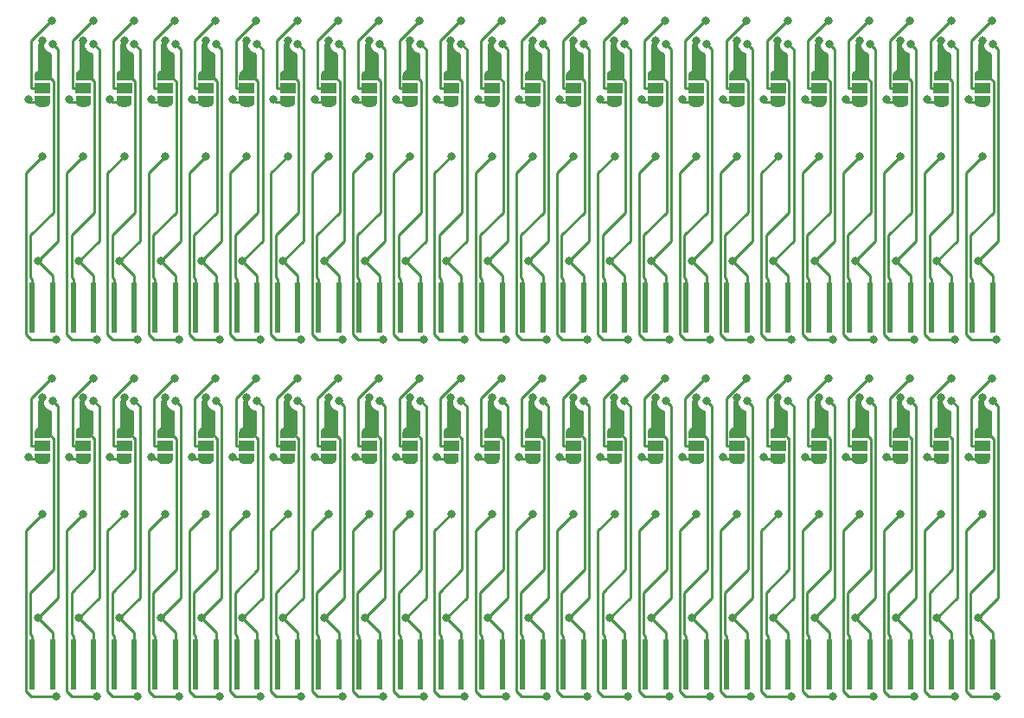
<source format=gbr>
G04 #@! TF.GenerationSoftware,KiCad,Pcbnew,5.1.5+dfsg1-2build2*
G04 #@! TF.CreationDate,2022-01-05T22:10:48-05:00*
G04 #@! TF.ProjectId,,58585858-5858-4585-9858-585858585858,rev?*
G04 #@! TF.SameCoordinates,Original*
G04 #@! TF.FileFunction,Copper,L2,Bot*
G04 #@! TF.FilePolarity,Positive*
%FSLAX46Y46*%
G04 Gerber Fmt 4.6, Leading zero omitted, Abs format (unit mm)*
G04 Created by KiCad (PCBNEW 5.1.5+dfsg1-2build2) date 2022-01-05 22:10:48*
%MOMM*%
%LPD*%
G04 APERTURE LIST*
%ADD10R,0.600000X5.000000*%
%ADD11C,0.100000*%
%ADD12R,1.500000X1.000000*%
%ADD13C,0.800000*%
%ADD14C,0.250000*%
%ADD15C,0.254000*%
G04 APERTURE END LIST*
D10*
X159332300Y-103058800D03*
X155332300Y-103058800D03*
X151332300Y-103058800D03*
X147332300Y-103058800D03*
X143332300Y-103058800D03*
X139332300Y-103058800D03*
X135332300Y-103058800D03*
X131332300Y-103058800D03*
X127332300Y-103058800D03*
X123332300Y-103058800D03*
X119332300Y-103058800D03*
X115332300Y-103058800D03*
X111332300Y-103058800D03*
X107332300Y-103058800D03*
X103332300Y-103058800D03*
X99332300Y-103058800D03*
X95332300Y-103058800D03*
X91332300Y-103058800D03*
X87332300Y-103058800D03*
X83332300Y-103058800D03*
X79332300Y-103058800D03*
X75332300Y-103058800D03*
X71332300Y-103058800D03*
X67332300Y-103058800D03*
X159332300Y-68058800D03*
X155332300Y-68058800D03*
X151332300Y-68058800D03*
X147332300Y-68058800D03*
X143332300Y-68058800D03*
X139332300Y-68058800D03*
X135332300Y-68058800D03*
X131332300Y-68058800D03*
X127332300Y-68058800D03*
X123332300Y-68058800D03*
X119332300Y-68058800D03*
X115332300Y-68058800D03*
X111332300Y-68058800D03*
X107332300Y-68058800D03*
X103332300Y-68058800D03*
X99332300Y-68058800D03*
X95332300Y-68058800D03*
X91332300Y-68058800D03*
X87332300Y-68058800D03*
X83332300Y-68058800D03*
X79332300Y-68058800D03*
X75332300Y-68058800D03*
X71332300Y-68058800D03*
X161332300Y-103058800D03*
X157332300Y-103058800D03*
X153332300Y-103058800D03*
X149332300Y-103058800D03*
X145332300Y-103058800D03*
X141332300Y-103058800D03*
X137332300Y-103058800D03*
X133332300Y-103058800D03*
X129332300Y-103058800D03*
X125332300Y-103058800D03*
X121332300Y-103058800D03*
X117332300Y-103058800D03*
X113332300Y-103058800D03*
X109332300Y-103058800D03*
X105332300Y-103058800D03*
X101332300Y-103058800D03*
X97332300Y-103058800D03*
X93332300Y-103058800D03*
X89332300Y-103058800D03*
X85332300Y-103058800D03*
X81332300Y-103058800D03*
X77332300Y-103058800D03*
X73332300Y-103058800D03*
X69332300Y-103058800D03*
X161332300Y-68058800D03*
X157332300Y-68058800D03*
X153332300Y-68058800D03*
X149332300Y-68058800D03*
X145332300Y-68058800D03*
X141332300Y-68058800D03*
X137332300Y-68058800D03*
X133332300Y-68058800D03*
X129332300Y-68058800D03*
X125332300Y-68058800D03*
X121332300Y-68058800D03*
X117332300Y-68058800D03*
X113332300Y-68058800D03*
X109332300Y-68058800D03*
X105332300Y-68058800D03*
X101332300Y-68058800D03*
X97332300Y-68058800D03*
X93332300Y-68058800D03*
X89332300Y-68058800D03*
X85332300Y-68058800D03*
X81332300Y-68058800D03*
X77332300Y-68058800D03*
X73332300Y-68058800D03*
G04 #@! TA.AperFunction,SMDPad,CuDef*
D11*
G36*
X161082300Y-82333800D02*
G01*
X161082300Y-82883800D01*
X161081698Y-82883800D01*
X161081698Y-82908334D01*
X161076888Y-82957165D01*
X161067316Y-83005290D01*
X161053072Y-83052245D01*
X161034295Y-83097578D01*
X161011164Y-83140851D01*
X160983904Y-83181650D01*
X160952776Y-83219579D01*
X160918079Y-83254276D01*
X160880150Y-83285404D01*
X160839351Y-83312664D01*
X160796078Y-83335795D01*
X160750745Y-83354572D01*
X160703790Y-83368816D01*
X160655665Y-83378388D01*
X160606834Y-83383198D01*
X160582300Y-83383198D01*
X160582300Y-83383800D01*
X160082300Y-83383800D01*
X160082300Y-83383198D01*
X160057766Y-83383198D01*
X160008935Y-83378388D01*
X159960810Y-83368816D01*
X159913855Y-83354572D01*
X159868522Y-83335795D01*
X159825249Y-83312664D01*
X159784450Y-83285404D01*
X159746521Y-83254276D01*
X159711824Y-83219579D01*
X159680696Y-83181650D01*
X159653436Y-83140851D01*
X159630305Y-83097578D01*
X159611528Y-83052245D01*
X159597284Y-83005290D01*
X159587712Y-82957165D01*
X159582902Y-82908334D01*
X159582902Y-82883800D01*
X159582300Y-82883800D01*
X159582300Y-82333800D01*
X161082300Y-82333800D01*
G37*
G04 #@! TD.AperFunction*
G04 #@! TA.AperFunction,SMDPad,CuDef*
G36*
X159582902Y-80283800D02*
G01*
X159582902Y-80259266D01*
X159587712Y-80210435D01*
X159597284Y-80162310D01*
X159611528Y-80115355D01*
X159630305Y-80070022D01*
X159653436Y-80026749D01*
X159680696Y-79985950D01*
X159711824Y-79948021D01*
X159746521Y-79913324D01*
X159784450Y-79882196D01*
X159825249Y-79854936D01*
X159868522Y-79831805D01*
X159913855Y-79813028D01*
X159960810Y-79798784D01*
X160008935Y-79789212D01*
X160057766Y-79784402D01*
X160082300Y-79784402D01*
X160082300Y-79783800D01*
X160582300Y-79783800D01*
X160582300Y-79784402D01*
X160606834Y-79784402D01*
X160655665Y-79789212D01*
X160703790Y-79798784D01*
X160750745Y-79813028D01*
X160796078Y-79831805D01*
X160839351Y-79854936D01*
X160880150Y-79882196D01*
X160918079Y-79913324D01*
X160952776Y-79948021D01*
X160983904Y-79985950D01*
X161011164Y-80026749D01*
X161034295Y-80070022D01*
X161053072Y-80115355D01*
X161067316Y-80162310D01*
X161076888Y-80210435D01*
X161081698Y-80259266D01*
X161081698Y-80283800D01*
X161082300Y-80283800D01*
X161082300Y-80833800D01*
X159582300Y-80833800D01*
X159582300Y-80283800D01*
X159582902Y-80283800D01*
G37*
G04 #@! TD.AperFunction*
D12*
X160332300Y-81583800D03*
G04 #@! TA.AperFunction,SMDPad,CuDef*
D11*
G36*
X157082300Y-82333800D02*
G01*
X157082300Y-82883800D01*
X157081698Y-82883800D01*
X157081698Y-82908334D01*
X157076888Y-82957165D01*
X157067316Y-83005290D01*
X157053072Y-83052245D01*
X157034295Y-83097578D01*
X157011164Y-83140851D01*
X156983904Y-83181650D01*
X156952776Y-83219579D01*
X156918079Y-83254276D01*
X156880150Y-83285404D01*
X156839351Y-83312664D01*
X156796078Y-83335795D01*
X156750745Y-83354572D01*
X156703790Y-83368816D01*
X156655665Y-83378388D01*
X156606834Y-83383198D01*
X156582300Y-83383198D01*
X156582300Y-83383800D01*
X156082300Y-83383800D01*
X156082300Y-83383198D01*
X156057766Y-83383198D01*
X156008935Y-83378388D01*
X155960810Y-83368816D01*
X155913855Y-83354572D01*
X155868522Y-83335795D01*
X155825249Y-83312664D01*
X155784450Y-83285404D01*
X155746521Y-83254276D01*
X155711824Y-83219579D01*
X155680696Y-83181650D01*
X155653436Y-83140851D01*
X155630305Y-83097578D01*
X155611528Y-83052245D01*
X155597284Y-83005290D01*
X155587712Y-82957165D01*
X155582902Y-82908334D01*
X155582902Y-82883800D01*
X155582300Y-82883800D01*
X155582300Y-82333800D01*
X157082300Y-82333800D01*
G37*
G04 #@! TD.AperFunction*
G04 #@! TA.AperFunction,SMDPad,CuDef*
G36*
X155582902Y-80283800D02*
G01*
X155582902Y-80259266D01*
X155587712Y-80210435D01*
X155597284Y-80162310D01*
X155611528Y-80115355D01*
X155630305Y-80070022D01*
X155653436Y-80026749D01*
X155680696Y-79985950D01*
X155711824Y-79948021D01*
X155746521Y-79913324D01*
X155784450Y-79882196D01*
X155825249Y-79854936D01*
X155868522Y-79831805D01*
X155913855Y-79813028D01*
X155960810Y-79798784D01*
X156008935Y-79789212D01*
X156057766Y-79784402D01*
X156082300Y-79784402D01*
X156082300Y-79783800D01*
X156582300Y-79783800D01*
X156582300Y-79784402D01*
X156606834Y-79784402D01*
X156655665Y-79789212D01*
X156703790Y-79798784D01*
X156750745Y-79813028D01*
X156796078Y-79831805D01*
X156839351Y-79854936D01*
X156880150Y-79882196D01*
X156918079Y-79913324D01*
X156952776Y-79948021D01*
X156983904Y-79985950D01*
X157011164Y-80026749D01*
X157034295Y-80070022D01*
X157053072Y-80115355D01*
X157067316Y-80162310D01*
X157076888Y-80210435D01*
X157081698Y-80259266D01*
X157081698Y-80283800D01*
X157082300Y-80283800D01*
X157082300Y-80833800D01*
X155582300Y-80833800D01*
X155582300Y-80283800D01*
X155582902Y-80283800D01*
G37*
G04 #@! TD.AperFunction*
D12*
X156332300Y-81583800D03*
G04 #@! TA.AperFunction,SMDPad,CuDef*
D11*
G36*
X153082300Y-82333800D02*
G01*
X153082300Y-82883800D01*
X153081698Y-82883800D01*
X153081698Y-82908334D01*
X153076888Y-82957165D01*
X153067316Y-83005290D01*
X153053072Y-83052245D01*
X153034295Y-83097578D01*
X153011164Y-83140851D01*
X152983904Y-83181650D01*
X152952776Y-83219579D01*
X152918079Y-83254276D01*
X152880150Y-83285404D01*
X152839351Y-83312664D01*
X152796078Y-83335795D01*
X152750745Y-83354572D01*
X152703790Y-83368816D01*
X152655665Y-83378388D01*
X152606834Y-83383198D01*
X152582300Y-83383198D01*
X152582300Y-83383800D01*
X152082300Y-83383800D01*
X152082300Y-83383198D01*
X152057766Y-83383198D01*
X152008935Y-83378388D01*
X151960810Y-83368816D01*
X151913855Y-83354572D01*
X151868522Y-83335795D01*
X151825249Y-83312664D01*
X151784450Y-83285404D01*
X151746521Y-83254276D01*
X151711824Y-83219579D01*
X151680696Y-83181650D01*
X151653436Y-83140851D01*
X151630305Y-83097578D01*
X151611528Y-83052245D01*
X151597284Y-83005290D01*
X151587712Y-82957165D01*
X151582902Y-82908334D01*
X151582902Y-82883800D01*
X151582300Y-82883800D01*
X151582300Y-82333800D01*
X153082300Y-82333800D01*
G37*
G04 #@! TD.AperFunction*
G04 #@! TA.AperFunction,SMDPad,CuDef*
G36*
X151582902Y-80283800D02*
G01*
X151582902Y-80259266D01*
X151587712Y-80210435D01*
X151597284Y-80162310D01*
X151611528Y-80115355D01*
X151630305Y-80070022D01*
X151653436Y-80026749D01*
X151680696Y-79985950D01*
X151711824Y-79948021D01*
X151746521Y-79913324D01*
X151784450Y-79882196D01*
X151825249Y-79854936D01*
X151868522Y-79831805D01*
X151913855Y-79813028D01*
X151960810Y-79798784D01*
X152008935Y-79789212D01*
X152057766Y-79784402D01*
X152082300Y-79784402D01*
X152082300Y-79783800D01*
X152582300Y-79783800D01*
X152582300Y-79784402D01*
X152606834Y-79784402D01*
X152655665Y-79789212D01*
X152703790Y-79798784D01*
X152750745Y-79813028D01*
X152796078Y-79831805D01*
X152839351Y-79854936D01*
X152880150Y-79882196D01*
X152918079Y-79913324D01*
X152952776Y-79948021D01*
X152983904Y-79985950D01*
X153011164Y-80026749D01*
X153034295Y-80070022D01*
X153053072Y-80115355D01*
X153067316Y-80162310D01*
X153076888Y-80210435D01*
X153081698Y-80259266D01*
X153081698Y-80283800D01*
X153082300Y-80283800D01*
X153082300Y-80833800D01*
X151582300Y-80833800D01*
X151582300Y-80283800D01*
X151582902Y-80283800D01*
G37*
G04 #@! TD.AperFunction*
D12*
X152332300Y-81583800D03*
G04 #@! TA.AperFunction,SMDPad,CuDef*
D11*
G36*
X149082300Y-82333800D02*
G01*
X149082300Y-82883800D01*
X149081698Y-82883800D01*
X149081698Y-82908334D01*
X149076888Y-82957165D01*
X149067316Y-83005290D01*
X149053072Y-83052245D01*
X149034295Y-83097578D01*
X149011164Y-83140851D01*
X148983904Y-83181650D01*
X148952776Y-83219579D01*
X148918079Y-83254276D01*
X148880150Y-83285404D01*
X148839351Y-83312664D01*
X148796078Y-83335795D01*
X148750745Y-83354572D01*
X148703790Y-83368816D01*
X148655665Y-83378388D01*
X148606834Y-83383198D01*
X148582300Y-83383198D01*
X148582300Y-83383800D01*
X148082300Y-83383800D01*
X148082300Y-83383198D01*
X148057766Y-83383198D01*
X148008935Y-83378388D01*
X147960810Y-83368816D01*
X147913855Y-83354572D01*
X147868522Y-83335795D01*
X147825249Y-83312664D01*
X147784450Y-83285404D01*
X147746521Y-83254276D01*
X147711824Y-83219579D01*
X147680696Y-83181650D01*
X147653436Y-83140851D01*
X147630305Y-83097578D01*
X147611528Y-83052245D01*
X147597284Y-83005290D01*
X147587712Y-82957165D01*
X147582902Y-82908334D01*
X147582902Y-82883800D01*
X147582300Y-82883800D01*
X147582300Y-82333800D01*
X149082300Y-82333800D01*
G37*
G04 #@! TD.AperFunction*
G04 #@! TA.AperFunction,SMDPad,CuDef*
G36*
X147582902Y-80283800D02*
G01*
X147582902Y-80259266D01*
X147587712Y-80210435D01*
X147597284Y-80162310D01*
X147611528Y-80115355D01*
X147630305Y-80070022D01*
X147653436Y-80026749D01*
X147680696Y-79985950D01*
X147711824Y-79948021D01*
X147746521Y-79913324D01*
X147784450Y-79882196D01*
X147825249Y-79854936D01*
X147868522Y-79831805D01*
X147913855Y-79813028D01*
X147960810Y-79798784D01*
X148008935Y-79789212D01*
X148057766Y-79784402D01*
X148082300Y-79784402D01*
X148082300Y-79783800D01*
X148582300Y-79783800D01*
X148582300Y-79784402D01*
X148606834Y-79784402D01*
X148655665Y-79789212D01*
X148703790Y-79798784D01*
X148750745Y-79813028D01*
X148796078Y-79831805D01*
X148839351Y-79854936D01*
X148880150Y-79882196D01*
X148918079Y-79913324D01*
X148952776Y-79948021D01*
X148983904Y-79985950D01*
X149011164Y-80026749D01*
X149034295Y-80070022D01*
X149053072Y-80115355D01*
X149067316Y-80162310D01*
X149076888Y-80210435D01*
X149081698Y-80259266D01*
X149081698Y-80283800D01*
X149082300Y-80283800D01*
X149082300Y-80833800D01*
X147582300Y-80833800D01*
X147582300Y-80283800D01*
X147582902Y-80283800D01*
G37*
G04 #@! TD.AperFunction*
D12*
X148332300Y-81583800D03*
G04 #@! TA.AperFunction,SMDPad,CuDef*
D11*
G36*
X145082300Y-82333800D02*
G01*
X145082300Y-82883800D01*
X145081698Y-82883800D01*
X145081698Y-82908334D01*
X145076888Y-82957165D01*
X145067316Y-83005290D01*
X145053072Y-83052245D01*
X145034295Y-83097578D01*
X145011164Y-83140851D01*
X144983904Y-83181650D01*
X144952776Y-83219579D01*
X144918079Y-83254276D01*
X144880150Y-83285404D01*
X144839351Y-83312664D01*
X144796078Y-83335795D01*
X144750745Y-83354572D01*
X144703790Y-83368816D01*
X144655665Y-83378388D01*
X144606834Y-83383198D01*
X144582300Y-83383198D01*
X144582300Y-83383800D01*
X144082300Y-83383800D01*
X144082300Y-83383198D01*
X144057766Y-83383198D01*
X144008935Y-83378388D01*
X143960810Y-83368816D01*
X143913855Y-83354572D01*
X143868522Y-83335795D01*
X143825249Y-83312664D01*
X143784450Y-83285404D01*
X143746521Y-83254276D01*
X143711824Y-83219579D01*
X143680696Y-83181650D01*
X143653436Y-83140851D01*
X143630305Y-83097578D01*
X143611528Y-83052245D01*
X143597284Y-83005290D01*
X143587712Y-82957165D01*
X143582902Y-82908334D01*
X143582902Y-82883800D01*
X143582300Y-82883800D01*
X143582300Y-82333800D01*
X145082300Y-82333800D01*
G37*
G04 #@! TD.AperFunction*
G04 #@! TA.AperFunction,SMDPad,CuDef*
G36*
X143582902Y-80283800D02*
G01*
X143582902Y-80259266D01*
X143587712Y-80210435D01*
X143597284Y-80162310D01*
X143611528Y-80115355D01*
X143630305Y-80070022D01*
X143653436Y-80026749D01*
X143680696Y-79985950D01*
X143711824Y-79948021D01*
X143746521Y-79913324D01*
X143784450Y-79882196D01*
X143825249Y-79854936D01*
X143868522Y-79831805D01*
X143913855Y-79813028D01*
X143960810Y-79798784D01*
X144008935Y-79789212D01*
X144057766Y-79784402D01*
X144082300Y-79784402D01*
X144082300Y-79783800D01*
X144582300Y-79783800D01*
X144582300Y-79784402D01*
X144606834Y-79784402D01*
X144655665Y-79789212D01*
X144703790Y-79798784D01*
X144750745Y-79813028D01*
X144796078Y-79831805D01*
X144839351Y-79854936D01*
X144880150Y-79882196D01*
X144918079Y-79913324D01*
X144952776Y-79948021D01*
X144983904Y-79985950D01*
X145011164Y-80026749D01*
X145034295Y-80070022D01*
X145053072Y-80115355D01*
X145067316Y-80162310D01*
X145076888Y-80210435D01*
X145081698Y-80259266D01*
X145081698Y-80283800D01*
X145082300Y-80283800D01*
X145082300Y-80833800D01*
X143582300Y-80833800D01*
X143582300Y-80283800D01*
X143582902Y-80283800D01*
G37*
G04 #@! TD.AperFunction*
D12*
X144332300Y-81583800D03*
G04 #@! TA.AperFunction,SMDPad,CuDef*
D11*
G36*
X141082300Y-82333800D02*
G01*
X141082300Y-82883800D01*
X141081698Y-82883800D01*
X141081698Y-82908334D01*
X141076888Y-82957165D01*
X141067316Y-83005290D01*
X141053072Y-83052245D01*
X141034295Y-83097578D01*
X141011164Y-83140851D01*
X140983904Y-83181650D01*
X140952776Y-83219579D01*
X140918079Y-83254276D01*
X140880150Y-83285404D01*
X140839351Y-83312664D01*
X140796078Y-83335795D01*
X140750745Y-83354572D01*
X140703790Y-83368816D01*
X140655665Y-83378388D01*
X140606834Y-83383198D01*
X140582300Y-83383198D01*
X140582300Y-83383800D01*
X140082300Y-83383800D01*
X140082300Y-83383198D01*
X140057766Y-83383198D01*
X140008935Y-83378388D01*
X139960810Y-83368816D01*
X139913855Y-83354572D01*
X139868522Y-83335795D01*
X139825249Y-83312664D01*
X139784450Y-83285404D01*
X139746521Y-83254276D01*
X139711824Y-83219579D01*
X139680696Y-83181650D01*
X139653436Y-83140851D01*
X139630305Y-83097578D01*
X139611528Y-83052245D01*
X139597284Y-83005290D01*
X139587712Y-82957165D01*
X139582902Y-82908334D01*
X139582902Y-82883800D01*
X139582300Y-82883800D01*
X139582300Y-82333800D01*
X141082300Y-82333800D01*
G37*
G04 #@! TD.AperFunction*
G04 #@! TA.AperFunction,SMDPad,CuDef*
G36*
X139582902Y-80283800D02*
G01*
X139582902Y-80259266D01*
X139587712Y-80210435D01*
X139597284Y-80162310D01*
X139611528Y-80115355D01*
X139630305Y-80070022D01*
X139653436Y-80026749D01*
X139680696Y-79985950D01*
X139711824Y-79948021D01*
X139746521Y-79913324D01*
X139784450Y-79882196D01*
X139825249Y-79854936D01*
X139868522Y-79831805D01*
X139913855Y-79813028D01*
X139960810Y-79798784D01*
X140008935Y-79789212D01*
X140057766Y-79784402D01*
X140082300Y-79784402D01*
X140082300Y-79783800D01*
X140582300Y-79783800D01*
X140582300Y-79784402D01*
X140606834Y-79784402D01*
X140655665Y-79789212D01*
X140703790Y-79798784D01*
X140750745Y-79813028D01*
X140796078Y-79831805D01*
X140839351Y-79854936D01*
X140880150Y-79882196D01*
X140918079Y-79913324D01*
X140952776Y-79948021D01*
X140983904Y-79985950D01*
X141011164Y-80026749D01*
X141034295Y-80070022D01*
X141053072Y-80115355D01*
X141067316Y-80162310D01*
X141076888Y-80210435D01*
X141081698Y-80259266D01*
X141081698Y-80283800D01*
X141082300Y-80283800D01*
X141082300Y-80833800D01*
X139582300Y-80833800D01*
X139582300Y-80283800D01*
X139582902Y-80283800D01*
G37*
G04 #@! TD.AperFunction*
D12*
X140332300Y-81583800D03*
G04 #@! TA.AperFunction,SMDPad,CuDef*
D11*
G36*
X137082300Y-82333800D02*
G01*
X137082300Y-82883800D01*
X137081698Y-82883800D01*
X137081698Y-82908334D01*
X137076888Y-82957165D01*
X137067316Y-83005290D01*
X137053072Y-83052245D01*
X137034295Y-83097578D01*
X137011164Y-83140851D01*
X136983904Y-83181650D01*
X136952776Y-83219579D01*
X136918079Y-83254276D01*
X136880150Y-83285404D01*
X136839351Y-83312664D01*
X136796078Y-83335795D01*
X136750745Y-83354572D01*
X136703790Y-83368816D01*
X136655665Y-83378388D01*
X136606834Y-83383198D01*
X136582300Y-83383198D01*
X136582300Y-83383800D01*
X136082300Y-83383800D01*
X136082300Y-83383198D01*
X136057766Y-83383198D01*
X136008935Y-83378388D01*
X135960810Y-83368816D01*
X135913855Y-83354572D01*
X135868522Y-83335795D01*
X135825249Y-83312664D01*
X135784450Y-83285404D01*
X135746521Y-83254276D01*
X135711824Y-83219579D01*
X135680696Y-83181650D01*
X135653436Y-83140851D01*
X135630305Y-83097578D01*
X135611528Y-83052245D01*
X135597284Y-83005290D01*
X135587712Y-82957165D01*
X135582902Y-82908334D01*
X135582902Y-82883800D01*
X135582300Y-82883800D01*
X135582300Y-82333800D01*
X137082300Y-82333800D01*
G37*
G04 #@! TD.AperFunction*
G04 #@! TA.AperFunction,SMDPad,CuDef*
G36*
X135582902Y-80283800D02*
G01*
X135582902Y-80259266D01*
X135587712Y-80210435D01*
X135597284Y-80162310D01*
X135611528Y-80115355D01*
X135630305Y-80070022D01*
X135653436Y-80026749D01*
X135680696Y-79985950D01*
X135711824Y-79948021D01*
X135746521Y-79913324D01*
X135784450Y-79882196D01*
X135825249Y-79854936D01*
X135868522Y-79831805D01*
X135913855Y-79813028D01*
X135960810Y-79798784D01*
X136008935Y-79789212D01*
X136057766Y-79784402D01*
X136082300Y-79784402D01*
X136082300Y-79783800D01*
X136582300Y-79783800D01*
X136582300Y-79784402D01*
X136606834Y-79784402D01*
X136655665Y-79789212D01*
X136703790Y-79798784D01*
X136750745Y-79813028D01*
X136796078Y-79831805D01*
X136839351Y-79854936D01*
X136880150Y-79882196D01*
X136918079Y-79913324D01*
X136952776Y-79948021D01*
X136983904Y-79985950D01*
X137011164Y-80026749D01*
X137034295Y-80070022D01*
X137053072Y-80115355D01*
X137067316Y-80162310D01*
X137076888Y-80210435D01*
X137081698Y-80259266D01*
X137081698Y-80283800D01*
X137082300Y-80283800D01*
X137082300Y-80833800D01*
X135582300Y-80833800D01*
X135582300Y-80283800D01*
X135582902Y-80283800D01*
G37*
G04 #@! TD.AperFunction*
D12*
X136332300Y-81583800D03*
G04 #@! TA.AperFunction,SMDPad,CuDef*
D11*
G36*
X133082300Y-82333800D02*
G01*
X133082300Y-82883800D01*
X133081698Y-82883800D01*
X133081698Y-82908334D01*
X133076888Y-82957165D01*
X133067316Y-83005290D01*
X133053072Y-83052245D01*
X133034295Y-83097578D01*
X133011164Y-83140851D01*
X132983904Y-83181650D01*
X132952776Y-83219579D01*
X132918079Y-83254276D01*
X132880150Y-83285404D01*
X132839351Y-83312664D01*
X132796078Y-83335795D01*
X132750745Y-83354572D01*
X132703790Y-83368816D01*
X132655665Y-83378388D01*
X132606834Y-83383198D01*
X132582300Y-83383198D01*
X132582300Y-83383800D01*
X132082300Y-83383800D01*
X132082300Y-83383198D01*
X132057766Y-83383198D01*
X132008935Y-83378388D01*
X131960810Y-83368816D01*
X131913855Y-83354572D01*
X131868522Y-83335795D01*
X131825249Y-83312664D01*
X131784450Y-83285404D01*
X131746521Y-83254276D01*
X131711824Y-83219579D01*
X131680696Y-83181650D01*
X131653436Y-83140851D01*
X131630305Y-83097578D01*
X131611528Y-83052245D01*
X131597284Y-83005290D01*
X131587712Y-82957165D01*
X131582902Y-82908334D01*
X131582902Y-82883800D01*
X131582300Y-82883800D01*
X131582300Y-82333800D01*
X133082300Y-82333800D01*
G37*
G04 #@! TD.AperFunction*
G04 #@! TA.AperFunction,SMDPad,CuDef*
G36*
X131582902Y-80283800D02*
G01*
X131582902Y-80259266D01*
X131587712Y-80210435D01*
X131597284Y-80162310D01*
X131611528Y-80115355D01*
X131630305Y-80070022D01*
X131653436Y-80026749D01*
X131680696Y-79985950D01*
X131711824Y-79948021D01*
X131746521Y-79913324D01*
X131784450Y-79882196D01*
X131825249Y-79854936D01*
X131868522Y-79831805D01*
X131913855Y-79813028D01*
X131960810Y-79798784D01*
X132008935Y-79789212D01*
X132057766Y-79784402D01*
X132082300Y-79784402D01*
X132082300Y-79783800D01*
X132582300Y-79783800D01*
X132582300Y-79784402D01*
X132606834Y-79784402D01*
X132655665Y-79789212D01*
X132703790Y-79798784D01*
X132750745Y-79813028D01*
X132796078Y-79831805D01*
X132839351Y-79854936D01*
X132880150Y-79882196D01*
X132918079Y-79913324D01*
X132952776Y-79948021D01*
X132983904Y-79985950D01*
X133011164Y-80026749D01*
X133034295Y-80070022D01*
X133053072Y-80115355D01*
X133067316Y-80162310D01*
X133076888Y-80210435D01*
X133081698Y-80259266D01*
X133081698Y-80283800D01*
X133082300Y-80283800D01*
X133082300Y-80833800D01*
X131582300Y-80833800D01*
X131582300Y-80283800D01*
X131582902Y-80283800D01*
G37*
G04 #@! TD.AperFunction*
D12*
X132332300Y-81583800D03*
G04 #@! TA.AperFunction,SMDPad,CuDef*
D11*
G36*
X129082300Y-82333800D02*
G01*
X129082300Y-82883800D01*
X129081698Y-82883800D01*
X129081698Y-82908334D01*
X129076888Y-82957165D01*
X129067316Y-83005290D01*
X129053072Y-83052245D01*
X129034295Y-83097578D01*
X129011164Y-83140851D01*
X128983904Y-83181650D01*
X128952776Y-83219579D01*
X128918079Y-83254276D01*
X128880150Y-83285404D01*
X128839351Y-83312664D01*
X128796078Y-83335795D01*
X128750745Y-83354572D01*
X128703790Y-83368816D01*
X128655665Y-83378388D01*
X128606834Y-83383198D01*
X128582300Y-83383198D01*
X128582300Y-83383800D01*
X128082300Y-83383800D01*
X128082300Y-83383198D01*
X128057766Y-83383198D01*
X128008935Y-83378388D01*
X127960810Y-83368816D01*
X127913855Y-83354572D01*
X127868522Y-83335795D01*
X127825249Y-83312664D01*
X127784450Y-83285404D01*
X127746521Y-83254276D01*
X127711824Y-83219579D01*
X127680696Y-83181650D01*
X127653436Y-83140851D01*
X127630305Y-83097578D01*
X127611528Y-83052245D01*
X127597284Y-83005290D01*
X127587712Y-82957165D01*
X127582902Y-82908334D01*
X127582902Y-82883800D01*
X127582300Y-82883800D01*
X127582300Y-82333800D01*
X129082300Y-82333800D01*
G37*
G04 #@! TD.AperFunction*
G04 #@! TA.AperFunction,SMDPad,CuDef*
G36*
X127582902Y-80283800D02*
G01*
X127582902Y-80259266D01*
X127587712Y-80210435D01*
X127597284Y-80162310D01*
X127611528Y-80115355D01*
X127630305Y-80070022D01*
X127653436Y-80026749D01*
X127680696Y-79985950D01*
X127711824Y-79948021D01*
X127746521Y-79913324D01*
X127784450Y-79882196D01*
X127825249Y-79854936D01*
X127868522Y-79831805D01*
X127913855Y-79813028D01*
X127960810Y-79798784D01*
X128008935Y-79789212D01*
X128057766Y-79784402D01*
X128082300Y-79784402D01*
X128082300Y-79783800D01*
X128582300Y-79783800D01*
X128582300Y-79784402D01*
X128606834Y-79784402D01*
X128655665Y-79789212D01*
X128703790Y-79798784D01*
X128750745Y-79813028D01*
X128796078Y-79831805D01*
X128839351Y-79854936D01*
X128880150Y-79882196D01*
X128918079Y-79913324D01*
X128952776Y-79948021D01*
X128983904Y-79985950D01*
X129011164Y-80026749D01*
X129034295Y-80070022D01*
X129053072Y-80115355D01*
X129067316Y-80162310D01*
X129076888Y-80210435D01*
X129081698Y-80259266D01*
X129081698Y-80283800D01*
X129082300Y-80283800D01*
X129082300Y-80833800D01*
X127582300Y-80833800D01*
X127582300Y-80283800D01*
X127582902Y-80283800D01*
G37*
G04 #@! TD.AperFunction*
D12*
X128332300Y-81583800D03*
G04 #@! TA.AperFunction,SMDPad,CuDef*
D11*
G36*
X125082300Y-82333800D02*
G01*
X125082300Y-82883800D01*
X125081698Y-82883800D01*
X125081698Y-82908334D01*
X125076888Y-82957165D01*
X125067316Y-83005290D01*
X125053072Y-83052245D01*
X125034295Y-83097578D01*
X125011164Y-83140851D01*
X124983904Y-83181650D01*
X124952776Y-83219579D01*
X124918079Y-83254276D01*
X124880150Y-83285404D01*
X124839351Y-83312664D01*
X124796078Y-83335795D01*
X124750745Y-83354572D01*
X124703790Y-83368816D01*
X124655665Y-83378388D01*
X124606834Y-83383198D01*
X124582300Y-83383198D01*
X124582300Y-83383800D01*
X124082300Y-83383800D01*
X124082300Y-83383198D01*
X124057766Y-83383198D01*
X124008935Y-83378388D01*
X123960810Y-83368816D01*
X123913855Y-83354572D01*
X123868522Y-83335795D01*
X123825249Y-83312664D01*
X123784450Y-83285404D01*
X123746521Y-83254276D01*
X123711824Y-83219579D01*
X123680696Y-83181650D01*
X123653436Y-83140851D01*
X123630305Y-83097578D01*
X123611528Y-83052245D01*
X123597284Y-83005290D01*
X123587712Y-82957165D01*
X123582902Y-82908334D01*
X123582902Y-82883800D01*
X123582300Y-82883800D01*
X123582300Y-82333800D01*
X125082300Y-82333800D01*
G37*
G04 #@! TD.AperFunction*
G04 #@! TA.AperFunction,SMDPad,CuDef*
G36*
X123582902Y-80283800D02*
G01*
X123582902Y-80259266D01*
X123587712Y-80210435D01*
X123597284Y-80162310D01*
X123611528Y-80115355D01*
X123630305Y-80070022D01*
X123653436Y-80026749D01*
X123680696Y-79985950D01*
X123711824Y-79948021D01*
X123746521Y-79913324D01*
X123784450Y-79882196D01*
X123825249Y-79854936D01*
X123868522Y-79831805D01*
X123913855Y-79813028D01*
X123960810Y-79798784D01*
X124008935Y-79789212D01*
X124057766Y-79784402D01*
X124082300Y-79784402D01*
X124082300Y-79783800D01*
X124582300Y-79783800D01*
X124582300Y-79784402D01*
X124606834Y-79784402D01*
X124655665Y-79789212D01*
X124703790Y-79798784D01*
X124750745Y-79813028D01*
X124796078Y-79831805D01*
X124839351Y-79854936D01*
X124880150Y-79882196D01*
X124918079Y-79913324D01*
X124952776Y-79948021D01*
X124983904Y-79985950D01*
X125011164Y-80026749D01*
X125034295Y-80070022D01*
X125053072Y-80115355D01*
X125067316Y-80162310D01*
X125076888Y-80210435D01*
X125081698Y-80259266D01*
X125081698Y-80283800D01*
X125082300Y-80283800D01*
X125082300Y-80833800D01*
X123582300Y-80833800D01*
X123582300Y-80283800D01*
X123582902Y-80283800D01*
G37*
G04 #@! TD.AperFunction*
D12*
X124332300Y-81583800D03*
G04 #@! TA.AperFunction,SMDPad,CuDef*
D11*
G36*
X121082300Y-82333800D02*
G01*
X121082300Y-82883800D01*
X121081698Y-82883800D01*
X121081698Y-82908334D01*
X121076888Y-82957165D01*
X121067316Y-83005290D01*
X121053072Y-83052245D01*
X121034295Y-83097578D01*
X121011164Y-83140851D01*
X120983904Y-83181650D01*
X120952776Y-83219579D01*
X120918079Y-83254276D01*
X120880150Y-83285404D01*
X120839351Y-83312664D01*
X120796078Y-83335795D01*
X120750745Y-83354572D01*
X120703790Y-83368816D01*
X120655665Y-83378388D01*
X120606834Y-83383198D01*
X120582300Y-83383198D01*
X120582300Y-83383800D01*
X120082300Y-83383800D01*
X120082300Y-83383198D01*
X120057766Y-83383198D01*
X120008935Y-83378388D01*
X119960810Y-83368816D01*
X119913855Y-83354572D01*
X119868522Y-83335795D01*
X119825249Y-83312664D01*
X119784450Y-83285404D01*
X119746521Y-83254276D01*
X119711824Y-83219579D01*
X119680696Y-83181650D01*
X119653436Y-83140851D01*
X119630305Y-83097578D01*
X119611528Y-83052245D01*
X119597284Y-83005290D01*
X119587712Y-82957165D01*
X119582902Y-82908334D01*
X119582902Y-82883800D01*
X119582300Y-82883800D01*
X119582300Y-82333800D01*
X121082300Y-82333800D01*
G37*
G04 #@! TD.AperFunction*
G04 #@! TA.AperFunction,SMDPad,CuDef*
G36*
X119582902Y-80283800D02*
G01*
X119582902Y-80259266D01*
X119587712Y-80210435D01*
X119597284Y-80162310D01*
X119611528Y-80115355D01*
X119630305Y-80070022D01*
X119653436Y-80026749D01*
X119680696Y-79985950D01*
X119711824Y-79948021D01*
X119746521Y-79913324D01*
X119784450Y-79882196D01*
X119825249Y-79854936D01*
X119868522Y-79831805D01*
X119913855Y-79813028D01*
X119960810Y-79798784D01*
X120008935Y-79789212D01*
X120057766Y-79784402D01*
X120082300Y-79784402D01*
X120082300Y-79783800D01*
X120582300Y-79783800D01*
X120582300Y-79784402D01*
X120606834Y-79784402D01*
X120655665Y-79789212D01*
X120703790Y-79798784D01*
X120750745Y-79813028D01*
X120796078Y-79831805D01*
X120839351Y-79854936D01*
X120880150Y-79882196D01*
X120918079Y-79913324D01*
X120952776Y-79948021D01*
X120983904Y-79985950D01*
X121011164Y-80026749D01*
X121034295Y-80070022D01*
X121053072Y-80115355D01*
X121067316Y-80162310D01*
X121076888Y-80210435D01*
X121081698Y-80259266D01*
X121081698Y-80283800D01*
X121082300Y-80283800D01*
X121082300Y-80833800D01*
X119582300Y-80833800D01*
X119582300Y-80283800D01*
X119582902Y-80283800D01*
G37*
G04 #@! TD.AperFunction*
D12*
X120332300Y-81583800D03*
G04 #@! TA.AperFunction,SMDPad,CuDef*
D11*
G36*
X117082300Y-82333800D02*
G01*
X117082300Y-82883800D01*
X117081698Y-82883800D01*
X117081698Y-82908334D01*
X117076888Y-82957165D01*
X117067316Y-83005290D01*
X117053072Y-83052245D01*
X117034295Y-83097578D01*
X117011164Y-83140851D01*
X116983904Y-83181650D01*
X116952776Y-83219579D01*
X116918079Y-83254276D01*
X116880150Y-83285404D01*
X116839351Y-83312664D01*
X116796078Y-83335795D01*
X116750745Y-83354572D01*
X116703790Y-83368816D01*
X116655665Y-83378388D01*
X116606834Y-83383198D01*
X116582300Y-83383198D01*
X116582300Y-83383800D01*
X116082300Y-83383800D01*
X116082300Y-83383198D01*
X116057766Y-83383198D01*
X116008935Y-83378388D01*
X115960810Y-83368816D01*
X115913855Y-83354572D01*
X115868522Y-83335795D01*
X115825249Y-83312664D01*
X115784450Y-83285404D01*
X115746521Y-83254276D01*
X115711824Y-83219579D01*
X115680696Y-83181650D01*
X115653436Y-83140851D01*
X115630305Y-83097578D01*
X115611528Y-83052245D01*
X115597284Y-83005290D01*
X115587712Y-82957165D01*
X115582902Y-82908334D01*
X115582902Y-82883800D01*
X115582300Y-82883800D01*
X115582300Y-82333800D01*
X117082300Y-82333800D01*
G37*
G04 #@! TD.AperFunction*
G04 #@! TA.AperFunction,SMDPad,CuDef*
G36*
X115582902Y-80283800D02*
G01*
X115582902Y-80259266D01*
X115587712Y-80210435D01*
X115597284Y-80162310D01*
X115611528Y-80115355D01*
X115630305Y-80070022D01*
X115653436Y-80026749D01*
X115680696Y-79985950D01*
X115711824Y-79948021D01*
X115746521Y-79913324D01*
X115784450Y-79882196D01*
X115825249Y-79854936D01*
X115868522Y-79831805D01*
X115913855Y-79813028D01*
X115960810Y-79798784D01*
X116008935Y-79789212D01*
X116057766Y-79784402D01*
X116082300Y-79784402D01*
X116082300Y-79783800D01*
X116582300Y-79783800D01*
X116582300Y-79784402D01*
X116606834Y-79784402D01*
X116655665Y-79789212D01*
X116703790Y-79798784D01*
X116750745Y-79813028D01*
X116796078Y-79831805D01*
X116839351Y-79854936D01*
X116880150Y-79882196D01*
X116918079Y-79913324D01*
X116952776Y-79948021D01*
X116983904Y-79985950D01*
X117011164Y-80026749D01*
X117034295Y-80070022D01*
X117053072Y-80115355D01*
X117067316Y-80162310D01*
X117076888Y-80210435D01*
X117081698Y-80259266D01*
X117081698Y-80283800D01*
X117082300Y-80283800D01*
X117082300Y-80833800D01*
X115582300Y-80833800D01*
X115582300Y-80283800D01*
X115582902Y-80283800D01*
G37*
G04 #@! TD.AperFunction*
D12*
X116332300Y-81583800D03*
G04 #@! TA.AperFunction,SMDPad,CuDef*
D11*
G36*
X113082300Y-82333800D02*
G01*
X113082300Y-82883800D01*
X113081698Y-82883800D01*
X113081698Y-82908334D01*
X113076888Y-82957165D01*
X113067316Y-83005290D01*
X113053072Y-83052245D01*
X113034295Y-83097578D01*
X113011164Y-83140851D01*
X112983904Y-83181650D01*
X112952776Y-83219579D01*
X112918079Y-83254276D01*
X112880150Y-83285404D01*
X112839351Y-83312664D01*
X112796078Y-83335795D01*
X112750745Y-83354572D01*
X112703790Y-83368816D01*
X112655665Y-83378388D01*
X112606834Y-83383198D01*
X112582300Y-83383198D01*
X112582300Y-83383800D01*
X112082300Y-83383800D01*
X112082300Y-83383198D01*
X112057766Y-83383198D01*
X112008935Y-83378388D01*
X111960810Y-83368816D01*
X111913855Y-83354572D01*
X111868522Y-83335795D01*
X111825249Y-83312664D01*
X111784450Y-83285404D01*
X111746521Y-83254276D01*
X111711824Y-83219579D01*
X111680696Y-83181650D01*
X111653436Y-83140851D01*
X111630305Y-83097578D01*
X111611528Y-83052245D01*
X111597284Y-83005290D01*
X111587712Y-82957165D01*
X111582902Y-82908334D01*
X111582902Y-82883800D01*
X111582300Y-82883800D01*
X111582300Y-82333800D01*
X113082300Y-82333800D01*
G37*
G04 #@! TD.AperFunction*
G04 #@! TA.AperFunction,SMDPad,CuDef*
G36*
X111582902Y-80283800D02*
G01*
X111582902Y-80259266D01*
X111587712Y-80210435D01*
X111597284Y-80162310D01*
X111611528Y-80115355D01*
X111630305Y-80070022D01*
X111653436Y-80026749D01*
X111680696Y-79985950D01*
X111711824Y-79948021D01*
X111746521Y-79913324D01*
X111784450Y-79882196D01*
X111825249Y-79854936D01*
X111868522Y-79831805D01*
X111913855Y-79813028D01*
X111960810Y-79798784D01*
X112008935Y-79789212D01*
X112057766Y-79784402D01*
X112082300Y-79784402D01*
X112082300Y-79783800D01*
X112582300Y-79783800D01*
X112582300Y-79784402D01*
X112606834Y-79784402D01*
X112655665Y-79789212D01*
X112703790Y-79798784D01*
X112750745Y-79813028D01*
X112796078Y-79831805D01*
X112839351Y-79854936D01*
X112880150Y-79882196D01*
X112918079Y-79913324D01*
X112952776Y-79948021D01*
X112983904Y-79985950D01*
X113011164Y-80026749D01*
X113034295Y-80070022D01*
X113053072Y-80115355D01*
X113067316Y-80162310D01*
X113076888Y-80210435D01*
X113081698Y-80259266D01*
X113081698Y-80283800D01*
X113082300Y-80283800D01*
X113082300Y-80833800D01*
X111582300Y-80833800D01*
X111582300Y-80283800D01*
X111582902Y-80283800D01*
G37*
G04 #@! TD.AperFunction*
D12*
X112332300Y-81583800D03*
G04 #@! TA.AperFunction,SMDPad,CuDef*
D11*
G36*
X109082300Y-82333800D02*
G01*
X109082300Y-82883800D01*
X109081698Y-82883800D01*
X109081698Y-82908334D01*
X109076888Y-82957165D01*
X109067316Y-83005290D01*
X109053072Y-83052245D01*
X109034295Y-83097578D01*
X109011164Y-83140851D01*
X108983904Y-83181650D01*
X108952776Y-83219579D01*
X108918079Y-83254276D01*
X108880150Y-83285404D01*
X108839351Y-83312664D01*
X108796078Y-83335795D01*
X108750745Y-83354572D01*
X108703790Y-83368816D01*
X108655665Y-83378388D01*
X108606834Y-83383198D01*
X108582300Y-83383198D01*
X108582300Y-83383800D01*
X108082300Y-83383800D01*
X108082300Y-83383198D01*
X108057766Y-83383198D01*
X108008935Y-83378388D01*
X107960810Y-83368816D01*
X107913855Y-83354572D01*
X107868522Y-83335795D01*
X107825249Y-83312664D01*
X107784450Y-83285404D01*
X107746521Y-83254276D01*
X107711824Y-83219579D01*
X107680696Y-83181650D01*
X107653436Y-83140851D01*
X107630305Y-83097578D01*
X107611528Y-83052245D01*
X107597284Y-83005290D01*
X107587712Y-82957165D01*
X107582902Y-82908334D01*
X107582902Y-82883800D01*
X107582300Y-82883800D01*
X107582300Y-82333800D01*
X109082300Y-82333800D01*
G37*
G04 #@! TD.AperFunction*
G04 #@! TA.AperFunction,SMDPad,CuDef*
G36*
X107582902Y-80283800D02*
G01*
X107582902Y-80259266D01*
X107587712Y-80210435D01*
X107597284Y-80162310D01*
X107611528Y-80115355D01*
X107630305Y-80070022D01*
X107653436Y-80026749D01*
X107680696Y-79985950D01*
X107711824Y-79948021D01*
X107746521Y-79913324D01*
X107784450Y-79882196D01*
X107825249Y-79854936D01*
X107868522Y-79831805D01*
X107913855Y-79813028D01*
X107960810Y-79798784D01*
X108008935Y-79789212D01*
X108057766Y-79784402D01*
X108082300Y-79784402D01*
X108082300Y-79783800D01*
X108582300Y-79783800D01*
X108582300Y-79784402D01*
X108606834Y-79784402D01*
X108655665Y-79789212D01*
X108703790Y-79798784D01*
X108750745Y-79813028D01*
X108796078Y-79831805D01*
X108839351Y-79854936D01*
X108880150Y-79882196D01*
X108918079Y-79913324D01*
X108952776Y-79948021D01*
X108983904Y-79985950D01*
X109011164Y-80026749D01*
X109034295Y-80070022D01*
X109053072Y-80115355D01*
X109067316Y-80162310D01*
X109076888Y-80210435D01*
X109081698Y-80259266D01*
X109081698Y-80283800D01*
X109082300Y-80283800D01*
X109082300Y-80833800D01*
X107582300Y-80833800D01*
X107582300Y-80283800D01*
X107582902Y-80283800D01*
G37*
G04 #@! TD.AperFunction*
D12*
X108332300Y-81583800D03*
G04 #@! TA.AperFunction,SMDPad,CuDef*
D11*
G36*
X105082300Y-82333800D02*
G01*
X105082300Y-82883800D01*
X105081698Y-82883800D01*
X105081698Y-82908334D01*
X105076888Y-82957165D01*
X105067316Y-83005290D01*
X105053072Y-83052245D01*
X105034295Y-83097578D01*
X105011164Y-83140851D01*
X104983904Y-83181650D01*
X104952776Y-83219579D01*
X104918079Y-83254276D01*
X104880150Y-83285404D01*
X104839351Y-83312664D01*
X104796078Y-83335795D01*
X104750745Y-83354572D01*
X104703790Y-83368816D01*
X104655665Y-83378388D01*
X104606834Y-83383198D01*
X104582300Y-83383198D01*
X104582300Y-83383800D01*
X104082300Y-83383800D01*
X104082300Y-83383198D01*
X104057766Y-83383198D01*
X104008935Y-83378388D01*
X103960810Y-83368816D01*
X103913855Y-83354572D01*
X103868522Y-83335795D01*
X103825249Y-83312664D01*
X103784450Y-83285404D01*
X103746521Y-83254276D01*
X103711824Y-83219579D01*
X103680696Y-83181650D01*
X103653436Y-83140851D01*
X103630305Y-83097578D01*
X103611528Y-83052245D01*
X103597284Y-83005290D01*
X103587712Y-82957165D01*
X103582902Y-82908334D01*
X103582902Y-82883800D01*
X103582300Y-82883800D01*
X103582300Y-82333800D01*
X105082300Y-82333800D01*
G37*
G04 #@! TD.AperFunction*
G04 #@! TA.AperFunction,SMDPad,CuDef*
G36*
X103582902Y-80283800D02*
G01*
X103582902Y-80259266D01*
X103587712Y-80210435D01*
X103597284Y-80162310D01*
X103611528Y-80115355D01*
X103630305Y-80070022D01*
X103653436Y-80026749D01*
X103680696Y-79985950D01*
X103711824Y-79948021D01*
X103746521Y-79913324D01*
X103784450Y-79882196D01*
X103825249Y-79854936D01*
X103868522Y-79831805D01*
X103913855Y-79813028D01*
X103960810Y-79798784D01*
X104008935Y-79789212D01*
X104057766Y-79784402D01*
X104082300Y-79784402D01*
X104082300Y-79783800D01*
X104582300Y-79783800D01*
X104582300Y-79784402D01*
X104606834Y-79784402D01*
X104655665Y-79789212D01*
X104703790Y-79798784D01*
X104750745Y-79813028D01*
X104796078Y-79831805D01*
X104839351Y-79854936D01*
X104880150Y-79882196D01*
X104918079Y-79913324D01*
X104952776Y-79948021D01*
X104983904Y-79985950D01*
X105011164Y-80026749D01*
X105034295Y-80070022D01*
X105053072Y-80115355D01*
X105067316Y-80162310D01*
X105076888Y-80210435D01*
X105081698Y-80259266D01*
X105081698Y-80283800D01*
X105082300Y-80283800D01*
X105082300Y-80833800D01*
X103582300Y-80833800D01*
X103582300Y-80283800D01*
X103582902Y-80283800D01*
G37*
G04 #@! TD.AperFunction*
D12*
X104332300Y-81583800D03*
G04 #@! TA.AperFunction,SMDPad,CuDef*
D11*
G36*
X101082300Y-82333800D02*
G01*
X101082300Y-82883800D01*
X101081698Y-82883800D01*
X101081698Y-82908334D01*
X101076888Y-82957165D01*
X101067316Y-83005290D01*
X101053072Y-83052245D01*
X101034295Y-83097578D01*
X101011164Y-83140851D01*
X100983904Y-83181650D01*
X100952776Y-83219579D01*
X100918079Y-83254276D01*
X100880150Y-83285404D01*
X100839351Y-83312664D01*
X100796078Y-83335795D01*
X100750745Y-83354572D01*
X100703790Y-83368816D01*
X100655665Y-83378388D01*
X100606834Y-83383198D01*
X100582300Y-83383198D01*
X100582300Y-83383800D01*
X100082300Y-83383800D01*
X100082300Y-83383198D01*
X100057766Y-83383198D01*
X100008935Y-83378388D01*
X99960810Y-83368816D01*
X99913855Y-83354572D01*
X99868522Y-83335795D01*
X99825249Y-83312664D01*
X99784450Y-83285404D01*
X99746521Y-83254276D01*
X99711824Y-83219579D01*
X99680696Y-83181650D01*
X99653436Y-83140851D01*
X99630305Y-83097578D01*
X99611528Y-83052245D01*
X99597284Y-83005290D01*
X99587712Y-82957165D01*
X99582902Y-82908334D01*
X99582902Y-82883800D01*
X99582300Y-82883800D01*
X99582300Y-82333800D01*
X101082300Y-82333800D01*
G37*
G04 #@! TD.AperFunction*
G04 #@! TA.AperFunction,SMDPad,CuDef*
G36*
X99582902Y-80283800D02*
G01*
X99582902Y-80259266D01*
X99587712Y-80210435D01*
X99597284Y-80162310D01*
X99611528Y-80115355D01*
X99630305Y-80070022D01*
X99653436Y-80026749D01*
X99680696Y-79985950D01*
X99711824Y-79948021D01*
X99746521Y-79913324D01*
X99784450Y-79882196D01*
X99825249Y-79854936D01*
X99868522Y-79831805D01*
X99913855Y-79813028D01*
X99960810Y-79798784D01*
X100008935Y-79789212D01*
X100057766Y-79784402D01*
X100082300Y-79784402D01*
X100082300Y-79783800D01*
X100582300Y-79783800D01*
X100582300Y-79784402D01*
X100606834Y-79784402D01*
X100655665Y-79789212D01*
X100703790Y-79798784D01*
X100750745Y-79813028D01*
X100796078Y-79831805D01*
X100839351Y-79854936D01*
X100880150Y-79882196D01*
X100918079Y-79913324D01*
X100952776Y-79948021D01*
X100983904Y-79985950D01*
X101011164Y-80026749D01*
X101034295Y-80070022D01*
X101053072Y-80115355D01*
X101067316Y-80162310D01*
X101076888Y-80210435D01*
X101081698Y-80259266D01*
X101081698Y-80283800D01*
X101082300Y-80283800D01*
X101082300Y-80833800D01*
X99582300Y-80833800D01*
X99582300Y-80283800D01*
X99582902Y-80283800D01*
G37*
G04 #@! TD.AperFunction*
D12*
X100332300Y-81583800D03*
G04 #@! TA.AperFunction,SMDPad,CuDef*
D11*
G36*
X97082300Y-82333800D02*
G01*
X97082300Y-82883800D01*
X97081698Y-82883800D01*
X97081698Y-82908334D01*
X97076888Y-82957165D01*
X97067316Y-83005290D01*
X97053072Y-83052245D01*
X97034295Y-83097578D01*
X97011164Y-83140851D01*
X96983904Y-83181650D01*
X96952776Y-83219579D01*
X96918079Y-83254276D01*
X96880150Y-83285404D01*
X96839351Y-83312664D01*
X96796078Y-83335795D01*
X96750745Y-83354572D01*
X96703790Y-83368816D01*
X96655665Y-83378388D01*
X96606834Y-83383198D01*
X96582300Y-83383198D01*
X96582300Y-83383800D01*
X96082300Y-83383800D01*
X96082300Y-83383198D01*
X96057766Y-83383198D01*
X96008935Y-83378388D01*
X95960810Y-83368816D01*
X95913855Y-83354572D01*
X95868522Y-83335795D01*
X95825249Y-83312664D01*
X95784450Y-83285404D01*
X95746521Y-83254276D01*
X95711824Y-83219579D01*
X95680696Y-83181650D01*
X95653436Y-83140851D01*
X95630305Y-83097578D01*
X95611528Y-83052245D01*
X95597284Y-83005290D01*
X95587712Y-82957165D01*
X95582902Y-82908334D01*
X95582902Y-82883800D01*
X95582300Y-82883800D01*
X95582300Y-82333800D01*
X97082300Y-82333800D01*
G37*
G04 #@! TD.AperFunction*
G04 #@! TA.AperFunction,SMDPad,CuDef*
G36*
X95582902Y-80283800D02*
G01*
X95582902Y-80259266D01*
X95587712Y-80210435D01*
X95597284Y-80162310D01*
X95611528Y-80115355D01*
X95630305Y-80070022D01*
X95653436Y-80026749D01*
X95680696Y-79985950D01*
X95711824Y-79948021D01*
X95746521Y-79913324D01*
X95784450Y-79882196D01*
X95825249Y-79854936D01*
X95868522Y-79831805D01*
X95913855Y-79813028D01*
X95960810Y-79798784D01*
X96008935Y-79789212D01*
X96057766Y-79784402D01*
X96082300Y-79784402D01*
X96082300Y-79783800D01*
X96582300Y-79783800D01*
X96582300Y-79784402D01*
X96606834Y-79784402D01*
X96655665Y-79789212D01*
X96703790Y-79798784D01*
X96750745Y-79813028D01*
X96796078Y-79831805D01*
X96839351Y-79854936D01*
X96880150Y-79882196D01*
X96918079Y-79913324D01*
X96952776Y-79948021D01*
X96983904Y-79985950D01*
X97011164Y-80026749D01*
X97034295Y-80070022D01*
X97053072Y-80115355D01*
X97067316Y-80162310D01*
X97076888Y-80210435D01*
X97081698Y-80259266D01*
X97081698Y-80283800D01*
X97082300Y-80283800D01*
X97082300Y-80833800D01*
X95582300Y-80833800D01*
X95582300Y-80283800D01*
X95582902Y-80283800D01*
G37*
G04 #@! TD.AperFunction*
D12*
X96332300Y-81583800D03*
G04 #@! TA.AperFunction,SMDPad,CuDef*
D11*
G36*
X93082300Y-82333800D02*
G01*
X93082300Y-82883800D01*
X93081698Y-82883800D01*
X93081698Y-82908334D01*
X93076888Y-82957165D01*
X93067316Y-83005290D01*
X93053072Y-83052245D01*
X93034295Y-83097578D01*
X93011164Y-83140851D01*
X92983904Y-83181650D01*
X92952776Y-83219579D01*
X92918079Y-83254276D01*
X92880150Y-83285404D01*
X92839351Y-83312664D01*
X92796078Y-83335795D01*
X92750745Y-83354572D01*
X92703790Y-83368816D01*
X92655665Y-83378388D01*
X92606834Y-83383198D01*
X92582300Y-83383198D01*
X92582300Y-83383800D01*
X92082300Y-83383800D01*
X92082300Y-83383198D01*
X92057766Y-83383198D01*
X92008935Y-83378388D01*
X91960810Y-83368816D01*
X91913855Y-83354572D01*
X91868522Y-83335795D01*
X91825249Y-83312664D01*
X91784450Y-83285404D01*
X91746521Y-83254276D01*
X91711824Y-83219579D01*
X91680696Y-83181650D01*
X91653436Y-83140851D01*
X91630305Y-83097578D01*
X91611528Y-83052245D01*
X91597284Y-83005290D01*
X91587712Y-82957165D01*
X91582902Y-82908334D01*
X91582902Y-82883800D01*
X91582300Y-82883800D01*
X91582300Y-82333800D01*
X93082300Y-82333800D01*
G37*
G04 #@! TD.AperFunction*
G04 #@! TA.AperFunction,SMDPad,CuDef*
G36*
X91582902Y-80283800D02*
G01*
X91582902Y-80259266D01*
X91587712Y-80210435D01*
X91597284Y-80162310D01*
X91611528Y-80115355D01*
X91630305Y-80070022D01*
X91653436Y-80026749D01*
X91680696Y-79985950D01*
X91711824Y-79948021D01*
X91746521Y-79913324D01*
X91784450Y-79882196D01*
X91825249Y-79854936D01*
X91868522Y-79831805D01*
X91913855Y-79813028D01*
X91960810Y-79798784D01*
X92008935Y-79789212D01*
X92057766Y-79784402D01*
X92082300Y-79784402D01*
X92082300Y-79783800D01*
X92582300Y-79783800D01*
X92582300Y-79784402D01*
X92606834Y-79784402D01*
X92655665Y-79789212D01*
X92703790Y-79798784D01*
X92750745Y-79813028D01*
X92796078Y-79831805D01*
X92839351Y-79854936D01*
X92880150Y-79882196D01*
X92918079Y-79913324D01*
X92952776Y-79948021D01*
X92983904Y-79985950D01*
X93011164Y-80026749D01*
X93034295Y-80070022D01*
X93053072Y-80115355D01*
X93067316Y-80162310D01*
X93076888Y-80210435D01*
X93081698Y-80259266D01*
X93081698Y-80283800D01*
X93082300Y-80283800D01*
X93082300Y-80833800D01*
X91582300Y-80833800D01*
X91582300Y-80283800D01*
X91582902Y-80283800D01*
G37*
G04 #@! TD.AperFunction*
D12*
X92332300Y-81583800D03*
G04 #@! TA.AperFunction,SMDPad,CuDef*
D11*
G36*
X89082300Y-82333800D02*
G01*
X89082300Y-82883800D01*
X89081698Y-82883800D01*
X89081698Y-82908334D01*
X89076888Y-82957165D01*
X89067316Y-83005290D01*
X89053072Y-83052245D01*
X89034295Y-83097578D01*
X89011164Y-83140851D01*
X88983904Y-83181650D01*
X88952776Y-83219579D01*
X88918079Y-83254276D01*
X88880150Y-83285404D01*
X88839351Y-83312664D01*
X88796078Y-83335795D01*
X88750745Y-83354572D01*
X88703790Y-83368816D01*
X88655665Y-83378388D01*
X88606834Y-83383198D01*
X88582300Y-83383198D01*
X88582300Y-83383800D01*
X88082300Y-83383800D01*
X88082300Y-83383198D01*
X88057766Y-83383198D01*
X88008935Y-83378388D01*
X87960810Y-83368816D01*
X87913855Y-83354572D01*
X87868522Y-83335795D01*
X87825249Y-83312664D01*
X87784450Y-83285404D01*
X87746521Y-83254276D01*
X87711824Y-83219579D01*
X87680696Y-83181650D01*
X87653436Y-83140851D01*
X87630305Y-83097578D01*
X87611528Y-83052245D01*
X87597284Y-83005290D01*
X87587712Y-82957165D01*
X87582902Y-82908334D01*
X87582902Y-82883800D01*
X87582300Y-82883800D01*
X87582300Y-82333800D01*
X89082300Y-82333800D01*
G37*
G04 #@! TD.AperFunction*
G04 #@! TA.AperFunction,SMDPad,CuDef*
G36*
X87582902Y-80283800D02*
G01*
X87582902Y-80259266D01*
X87587712Y-80210435D01*
X87597284Y-80162310D01*
X87611528Y-80115355D01*
X87630305Y-80070022D01*
X87653436Y-80026749D01*
X87680696Y-79985950D01*
X87711824Y-79948021D01*
X87746521Y-79913324D01*
X87784450Y-79882196D01*
X87825249Y-79854936D01*
X87868522Y-79831805D01*
X87913855Y-79813028D01*
X87960810Y-79798784D01*
X88008935Y-79789212D01*
X88057766Y-79784402D01*
X88082300Y-79784402D01*
X88082300Y-79783800D01*
X88582300Y-79783800D01*
X88582300Y-79784402D01*
X88606834Y-79784402D01*
X88655665Y-79789212D01*
X88703790Y-79798784D01*
X88750745Y-79813028D01*
X88796078Y-79831805D01*
X88839351Y-79854936D01*
X88880150Y-79882196D01*
X88918079Y-79913324D01*
X88952776Y-79948021D01*
X88983904Y-79985950D01*
X89011164Y-80026749D01*
X89034295Y-80070022D01*
X89053072Y-80115355D01*
X89067316Y-80162310D01*
X89076888Y-80210435D01*
X89081698Y-80259266D01*
X89081698Y-80283800D01*
X89082300Y-80283800D01*
X89082300Y-80833800D01*
X87582300Y-80833800D01*
X87582300Y-80283800D01*
X87582902Y-80283800D01*
G37*
G04 #@! TD.AperFunction*
D12*
X88332300Y-81583800D03*
G04 #@! TA.AperFunction,SMDPad,CuDef*
D11*
G36*
X85082300Y-82333800D02*
G01*
X85082300Y-82883800D01*
X85081698Y-82883800D01*
X85081698Y-82908334D01*
X85076888Y-82957165D01*
X85067316Y-83005290D01*
X85053072Y-83052245D01*
X85034295Y-83097578D01*
X85011164Y-83140851D01*
X84983904Y-83181650D01*
X84952776Y-83219579D01*
X84918079Y-83254276D01*
X84880150Y-83285404D01*
X84839351Y-83312664D01*
X84796078Y-83335795D01*
X84750745Y-83354572D01*
X84703790Y-83368816D01*
X84655665Y-83378388D01*
X84606834Y-83383198D01*
X84582300Y-83383198D01*
X84582300Y-83383800D01*
X84082300Y-83383800D01*
X84082300Y-83383198D01*
X84057766Y-83383198D01*
X84008935Y-83378388D01*
X83960810Y-83368816D01*
X83913855Y-83354572D01*
X83868522Y-83335795D01*
X83825249Y-83312664D01*
X83784450Y-83285404D01*
X83746521Y-83254276D01*
X83711824Y-83219579D01*
X83680696Y-83181650D01*
X83653436Y-83140851D01*
X83630305Y-83097578D01*
X83611528Y-83052245D01*
X83597284Y-83005290D01*
X83587712Y-82957165D01*
X83582902Y-82908334D01*
X83582902Y-82883800D01*
X83582300Y-82883800D01*
X83582300Y-82333800D01*
X85082300Y-82333800D01*
G37*
G04 #@! TD.AperFunction*
G04 #@! TA.AperFunction,SMDPad,CuDef*
G36*
X83582902Y-80283800D02*
G01*
X83582902Y-80259266D01*
X83587712Y-80210435D01*
X83597284Y-80162310D01*
X83611528Y-80115355D01*
X83630305Y-80070022D01*
X83653436Y-80026749D01*
X83680696Y-79985950D01*
X83711824Y-79948021D01*
X83746521Y-79913324D01*
X83784450Y-79882196D01*
X83825249Y-79854936D01*
X83868522Y-79831805D01*
X83913855Y-79813028D01*
X83960810Y-79798784D01*
X84008935Y-79789212D01*
X84057766Y-79784402D01*
X84082300Y-79784402D01*
X84082300Y-79783800D01*
X84582300Y-79783800D01*
X84582300Y-79784402D01*
X84606834Y-79784402D01*
X84655665Y-79789212D01*
X84703790Y-79798784D01*
X84750745Y-79813028D01*
X84796078Y-79831805D01*
X84839351Y-79854936D01*
X84880150Y-79882196D01*
X84918079Y-79913324D01*
X84952776Y-79948021D01*
X84983904Y-79985950D01*
X85011164Y-80026749D01*
X85034295Y-80070022D01*
X85053072Y-80115355D01*
X85067316Y-80162310D01*
X85076888Y-80210435D01*
X85081698Y-80259266D01*
X85081698Y-80283800D01*
X85082300Y-80283800D01*
X85082300Y-80833800D01*
X83582300Y-80833800D01*
X83582300Y-80283800D01*
X83582902Y-80283800D01*
G37*
G04 #@! TD.AperFunction*
D12*
X84332300Y-81583800D03*
G04 #@! TA.AperFunction,SMDPad,CuDef*
D11*
G36*
X81082300Y-82333800D02*
G01*
X81082300Y-82883800D01*
X81081698Y-82883800D01*
X81081698Y-82908334D01*
X81076888Y-82957165D01*
X81067316Y-83005290D01*
X81053072Y-83052245D01*
X81034295Y-83097578D01*
X81011164Y-83140851D01*
X80983904Y-83181650D01*
X80952776Y-83219579D01*
X80918079Y-83254276D01*
X80880150Y-83285404D01*
X80839351Y-83312664D01*
X80796078Y-83335795D01*
X80750745Y-83354572D01*
X80703790Y-83368816D01*
X80655665Y-83378388D01*
X80606834Y-83383198D01*
X80582300Y-83383198D01*
X80582300Y-83383800D01*
X80082300Y-83383800D01*
X80082300Y-83383198D01*
X80057766Y-83383198D01*
X80008935Y-83378388D01*
X79960810Y-83368816D01*
X79913855Y-83354572D01*
X79868522Y-83335795D01*
X79825249Y-83312664D01*
X79784450Y-83285404D01*
X79746521Y-83254276D01*
X79711824Y-83219579D01*
X79680696Y-83181650D01*
X79653436Y-83140851D01*
X79630305Y-83097578D01*
X79611528Y-83052245D01*
X79597284Y-83005290D01*
X79587712Y-82957165D01*
X79582902Y-82908334D01*
X79582902Y-82883800D01*
X79582300Y-82883800D01*
X79582300Y-82333800D01*
X81082300Y-82333800D01*
G37*
G04 #@! TD.AperFunction*
G04 #@! TA.AperFunction,SMDPad,CuDef*
G36*
X79582902Y-80283800D02*
G01*
X79582902Y-80259266D01*
X79587712Y-80210435D01*
X79597284Y-80162310D01*
X79611528Y-80115355D01*
X79630305Y-80070022D01*
X79653436Y-80026749D01*
X79680696Y-79985950D01*
X79711824Y-79948021D01*
X79746521Y-79913324D01*
X79784450Y-79882196D01*
X79825249Y-79854936D01*
X79868522Y-79831805D01*
X79913855Y-79813028D01*
X79960810Y-79798784D01*
X80008935Y-79789212D01*
X80057766Y-79784402D01*
X80082300Y-79784402D01*
X80082300Y-79783800D01*
X80582300Y-79783800D01*
X80582300Y-79784402D01*
X80606834Y-79784402D01*
X80655665Y-79789212D01*
X80703790Y-79798784D01*
X80750745Y-79813028D01*
X80796078Y-79831805D01*
X80839351Y-79854936D01*
X80880150Y-79882196D01*
X80918079Y-79913324D01*
X80952776Y-79948021D01*
X80983904Y-79985950D01*
X81011164Y-80026749D01*
X81034295Y-80070022D01*
X81053072Y-80115355D01*
X81067316Y-80162310D01*
X81076888Y-80210435D01*
X81081698Y-80259266D01*
X81081698Y-80283800D01*
X81082300Y-80283800D01*
X81082300Y-80833800D01*
X79582300Y-80833800D01*
X79582300Y-80283800D01*
X79582902Y-80283800D01*
G37*
G04 #@! TD.AperFunction*
D12*
X80332300Y-81583800D03*
G04 #@! TA.AperFunction,SMDPad,CuDef*
D11*
G36*
X77082300Y-82333800D02*
G01*
X77082300Y-82883800D01*
X77081698Y-82883800D01*
X77081698Y-82908334D01*
X77076888Y-82957165D01*
X77067316Y-83005290D01*
X77053072Y-83052245D01*
X77034295Y-83097578D01*
X77011164Y-83140851D01*
X76983904Y-83181650D01*
X76952776Y-83219579D01*
X76918079Y-83254276D01*
X76880150Y-83285404D01*
X76839351Y-83312664D01*
X76796078Y-83335795D01*
X76750745Y-83354572D01*
X76703790Y-83368816D01*
X76655665Y-83378388D01*
X76606834Y-83383198D01*
X76582300Y-83383198D01*
X76582300Y-83383800D01*
X76082300Y-83383800D01*
X76082300Y-83383198D01*
X76057766Y-83383198D01*
X76008935Y-83378388D01*
X75960810Y-83368816D01*
X75913855Y-83354572D01*
X75868522Y-83335795D01*
X75825249Y-83312664D01*
X75784450Y-83285404D01*
X75746521Y-83254276D01*
X75711824Y-83219579D01*
X75680696Y-83181650D01*
X75653436Y-83140851D01*
X75630305Y-83097578D01*
X75611528Y-83052245D01*
X75597284Y-83005290D01*
X75587712Y-82957165D01*
X75582902Y-82908334D01*
X75582902Y-82883800D01*
X75582300Y-82883800D01*
X75582300Y-82333800D01*
X77082300Y-82333800D01*
G37*
G04 #@! TD.AperFunction*
G04 #@! TA.AperFunction,SMDPad,CuDef*
G36*
X75582902Y-80283800D02*
G01*
X75582902Y-80259266D01*
X75587712Y-80210435D01*
X75597284Y-80162310D01*
X75611528Y-80115355D01*
X75630305Y-80070022D01*
X75653436Y-80026749D01*
X75680696Y-79985950D01*
X75711824Y-79948021D01*
X75746521Y-79913324D01*
X75784450Y-79882196D01*
X75825249Y-79854936D01*
X75868522Y-79831805D01*
X75913855Y-79813028D01*
X75960810Y-79798784D01*
X76008935Y-79789212D01*
X76057766Y-79784402D01*
X76082300Y-79784402D01*
X76082300Y-79783800D01*
X76582300Y-79783800D01*
X76582300Y-79784402D01*
X76606834Y-79784402D01*
X76655665Y-79789212D01*
X76703790Y-79798784D01*
X76750745Y-79813028D01*
X76796078Y-79831805D01*
X76839351Y-79854936D01*
X76880150Y-79882196D01*
X76918079Y-79913324D01*
X76952776Y-79948021D01*
X76983904Y-79985950D01*
X77011164Y-80026749D01*
X77034295Y-80070022D01*
X77053072Y-80115355D01*
X77067316Y-80162310D01*
X77076888Y-80210435D01*
X77081698Y-80259266D01*
X77081698Y-80283800D01*
X77082300Y-80283800D01*
X77082300Y-80833800D01*
X75582300Y-80833800D01*
X75582300Y-80283800D01*
X75582902Y-80283800D01*
G37*
G04 #@! TD.AperFunction*
D12*
X76332300Y-81583800D03*
G04 #@! TA.AperFunction,SMDPad,CuDef*
D11*
G36*
X73082300Y-82333800D02*
G01*
X73082300Y-82883800D01*
X73081698Y-82883800D01*
X73081698Y-82908334D01*
X73076888Y-82957165D01*
X73067316Y-83005290D01*
X73053072Y-83052245D01*
X73034295Y-83097578D01*
X73011164Y-83140851D01*
X72983904Y-83181650D01*
X72952776Y-83219579D01*
X72918079Y-83254276D01*
X72880150Y-83285404D01*
X72839351Y-83312664D01*
X72796078Y-83335795D01*
X72750745Y-83354572D01*
X72703790Y-83368816D01*
X72655665Y-83378388D01*
X72606834Y-83383198D01*
X72582300Y-83383198D01*
X72582300Y-83383800D01*
X72082300Y-83383800D01*
X72082300Y-83383198D01*
X72057766Y-83383198D01*
X72008935Y-83378388D01*
X71960810Y-83368816D01*
X71913855Y-83354572D01*
X71868522Y-83335795D01*
X71825249Y-83312664D01*
X71784450Y-83285404D01*
X71746521Y-83254276D01*
X71711824Y-83219579D01*
X71680696Y-83181650D01*
X71653436Y-83140851D01*
X71630305Y-83097578D01*
X71611528Y-83052245D01*
X71597284Y-83005290D01*
X71587712Y-82957165D01*
X71582902Y-82908334D01*
X71582902Y-82883800D01*
X71582300Y-82883800D01*
X71582300Y-82333800D01*
X73082300Y-82333800D01*
G37*
G04 #@! TD.AperFunction*
G04 #@! TA.AperFunction,SMDPad,CuDef*
G36*
X71582902Y-80283800D02*
G01*
X71582902Y-80259266D01*
X71587712Y-80210435D01*
X71597284Y-80162310D01*
X71611528Y-80115355D01*
X71630305Y-80070022D01*
X71653436Y-80026749D01*
X71680696Y-79985950D01*
X71711824Y-79948021D01*
X71746521Y-79913324D01*
X71784450Y-79882196D01*
X71825249Y-79854936D01*
X71868522Y-79831805D01*
X71913855Y-79813028D01*
X71960810Y-79798784D01*
X72008935Y-79789212D01*
X72057766Y-79784402D01*
X72082300Y-79784402D01*
X72082300Y-79783800D01*
X72582300Y-79783800D01*
X72582300Y-79784402D01*
X72606834Y-79784402D01*
X72655665Y-79789212D01*
X72703790Y-79798784D01*
X72750745Y-79813028D01*
X72796078Y-79831805D01*
X72839351Y-79854936D01*
X72880150Y-79882196D01*
X72918079Y-79913324D01*
X72952776Y-79948021D01*
X72983904Y-79985950D01*
X73011164Y-80026749D01*
X73034295Y-80070022D01*
X73053072Y-80115355D01*
X73067316Y-80162310D01*
X73076888Y-80210435D01*
X73081698Y-80259266D01*
X73081698Y-80283800D01*
X73082300Y-80283800D01*
X73082300Y-80833800D01*
X71582300Y-80833800D01*
X71582300Y-80283800D01*
X71582902Y-80283800D01*
G37*
G04 #@! TD.AperFunction*
D12*
X72332300Y-81583800D03*
G04 #@! TA.AperFunction,SMDPad,CuDef*
D11*
G36*
X69082300Y-82333800D02*
G01*
X69082300Y-82883800D01*
X69081698Y-82883800D01*
X69081698Y-82908334D01*
X69076888Y-82957165D01*
X69067316Y-83005290D01*
X69053072Y-83052245D01*
X69034295Y-83097578D01*
X69011164Y-83140851D01*
X68983904Y-83181650D01*
X68952776Y-83219579D01*
X68918079Y-83254276D01*
X68880150Y-83285404D01*
X68839351Y-83312664D01*
X68796078Y-83335795D01*
X68750745Y-83354572D01*
X68703790Y-83368816D01*
X68655665Y-83378388D01*
X68606834Y-83383198D01*
X68582300Y-83383198D01*
X68582300Y-83383800D01*
X68082300Y-83383800D01*
X68082300Y-83383198D01*
X68057766Y-83383198D01*
X68008935Y-83378388D01*
X67960810Y-83368816D01*
X67913855Y-83354572D01*
X67868522Y-83335795D01*
X67825249Y-83312664D01*
X67784450Y-83285404D01*
X67746521Y-83254276D01*
X67711824Y-83219579D01*
X67680696Y-83181650D01*
X67653436Y-83140851D01*
X67630305Y-83097578D01*
X67611528Y-83052245D01*
X67597284Y-83005290D01*
X67587712Y-82957165D01*
X67582902Y-82908334D01*
X67582902Y-82883800D01*
X67582300Y-82883800D01*
X67582300Y-82333800D01*
X69082300Y-82333800D01*
G37*
G04 #@! TD.AperFunction*
G04 #@! TA.AperFunction,SMDPad,CuDef*
G36*
X67582902Y-80283800D02*
G01*
X67582902Y-80259266D01*
X67587712Y-80210435D01*
X67597284Y-80162310D01*
X67611528Y-80115355D01*
X67630305Y-80070022D01*
X67653436Y-80026749D01*
X67680696Y-79985950D01*
X67711824Y-79948021D01*
X67746521Y-79913324D01*
X67784450Y-79882196D01*
X67825249Y-79854936D01*
X67868522Y-79831805D01*
X67913855Y-79813028D01*
X67960810Y-79798784D01*
X68008935Y-79789212D01*
X68057766Y-79784402D01*
X68082300Y-79784402D01*
X68082300Y-79783800D01*
X68582300Y-79783800D01*
X68582300Y-79784402D01*
X68606834Y-79784402D01*
X68655665Y-79789212D01*
X68703790Y-79798784D01*
X68750745Y-79813028D01*
X68796078Y-79831805D01*
X68839351Y-79854936D01*
X68880150Y-79882196D01*
X68918079Y-79913324D01*
X68952776Y-79948021D01*
X68983904Y-79985950D01*
X69011164Y-80026749D01*
X69034295Y-80070022D01*
X69053072Y-80115355D01*
X69067316Y-80162310D01*
X69076888Y-80210435D01*
X69081698Y-80259266D01*
X69081698Y-80283800D01*
X69082300Y-80283800D01*
X69082300Y-80833800D01*
X67582300Y-80833800D01*
X67582300Y-80283800D01*
X67582902Y-80283800D01*
G37*
G04 #@! TD.AperFunction*
D12*
X68332300Y-81583800D03*
G04 #@! TA.AperFunction,SMDPad,CuDef*
D11*
G36*
X161082300Y-47333800D02*
G01*
X161082300Y-47883800D01*
X161081698Y-47883800D01*
X161081698Y-47908334D01*
X161076888Y-47957165D01*
X161067316Y-48005290D01*
X161053072Y-48052245D01*
X161034295Y-48097578D01*
X161011164Y-48140851D01*
X160983904Y-48181650D01*
X160952776Y-48219579D01*
X160918079Y-48254276D01*
X160880150Y-48285404D01*
X160839351Y-48312664D01*
X160796078Y-48335795D01*
X160750745Y-48354572D01*
X160703790Y-48368816D01*
X160655665Y-48378388D01*
X160606834Y-48383198D01*
X160582300Y-48383198D01*
X160582300Y-48383800D01*
X160082300Y-48383800D01*
X160082300Y-48383198D01*
X160057766Y-48383198D01*
X160008935Y-48378388D01*
X159960810Y-48368816D01*
X159913855Y-48354572D01*
X159868522Y-48335795D01*
X159825249Y-48312664D01*
X159784450Y-48285404D01*
X159746521Y-48254276D01*
X159711824Y-48219579D01*
X159680696Y-48181650D01*
X159653436Y-48140851D01*
X159630305Y-48097578D01*
X159611528Y-48052245D01*
X159597284Y-48005290D01*
X159587712Y-47957165D01*
X159582902Y-47908334D01*
X159582902Y-47883800D01*
X159582300Y-47883800D01*
X159582300Y-47333800D01*
X161082300Y-47333800D01*
G37*
G04 #@! TD.AperFunction*
G04 #@! TA.AperFunction,SMDPad,CuDef*
G36*
X159582902Y-45283800D02*
G01*
X159582902Y-45259266D01*
X159587712Y-45210435D01*
X159597284Y-45162310D01*
X159611528Y-45115355D01*
X159630305Y-45070022D01*
X159653436Y-45026749D01*
X159680696Y-44985950D01*
X159711824Y-44948021D01*
X159746521Y-44913324D01*
X159784450Y-44882196D01*
X159825249Y-44854936D01*
X159868522Y-44831805D01*
X159913855Y-44813028D01*
X159960810Y-44798784D01*
X160008935Y-44789212D01*
X160057766Y-44784402D01*
X160082300Y-44784402D01*
X160082300Y-44783800D01*
X160582300Y-44783800D01*
X160582300Y-44784402D01*
X160606834Y-44784402D01*
X160655665Y-44789212D01*
X160703790Y-44798784D01*
X160750745Y-44813028D01*
X160796078Y-44831805D01*
X160839351Y-44854936D01*
X160880150Y-44882196D01*
X160918079Y-44913324D01*
X160952776Y-44948021D01*
X160983904Y-44985950D01*
X161011164Y-45026749D01*
X161034295Y-45070022D01*
X161053072Y-45115355D01*
X161067316Y-45162310D01*
X161076888Y-45210435D01*
X161081698Y-45259266D01*
X161081698Y-45283800D01*
X161082300Y-45283800D01*
X161082300Y-45833800D01*
X159582300Y-45833800D01*
X159582300Y-45283800D01*
X159582902Y-45283800D01*
G37*
G04 #@! TD.AperFunction*
D12*
X160332300Y-46583800D03*
G04 #@! TA.AperFunction,SMDPad,CuDef*
D11*
G36*
X157082300Y-47333800D02*
G01*
X157082300Y-47883800D01*
X157081698Y-47883800D01*
X157081698Y-47908334D01*
X157076888Y-47957165D01*
X157067316Y-48005290D01*
X157053072Y-48052245D01*
X157034295Y-48097578D01*
X157011164Y-48140851D01*
X156983904Y-48181650D01*
X156952776Y-48219579D01*
X156918079Y-48254276D01*
X156880150Y-48285404D01*
X156839351Y-48312664D01*
X156796078Y-48335795D01*
X156750745Y-48354572D01*
X156703790Y-48368816D01*
X156655665Y-48378388D01*
X156606834Y-48383198D01*
X156582300Y-48383198D01*
X156582300Y-48383800D01*
X156082300Y-48383800D01*
X156082300Y-48383198D01*
X156057766Y-48383198D01*
X156008935Y-48378388D01*
X155960810Y-48368816D01*
X155913855Y-48354572D01*
X155868522Y-48335795D01*
X155825249Y-48312664D01*
X155784450Y-48285404D01*
X155746521Y-48254276D01*
X155711824Y-48219579D01*
X155680696Y-48181650D01*
X155653436Y-48140851D01*
X155630305Y-48097578D01*
X155611528Y-48052245D01*
X155597284Y-48005290D01*
X155587712Y-47957165D01*
X155582902Y-47908334D01*
X155582902Y-47883800D01*
X155582300Y-47883800D01*
X155582300Y-47333800D01*
X157082300Y-47333800D01*
G37*
G04 #@! TD.AperFunction*
G04 #@! TA.AperFunction,SMDPad,CuDef*
G36*
X155582902Y-45283800D02*
G01*
X155582902Y-45259266D01*
X155587712Y-45210435D01*
X155597284Y-45162310D01*
X155611528Y-45115355D01*
X155630305Y-45070022D01*
X155653436Y-45026749D01*
X155680696Y-44985950D01*
X155711824Y-44948021D01*
X155746521Y-44913324D01*
X155784450Y-44882196D01*
X155825249Y-44854936D01*
X155868522Y-44831805D01*
X155913855Y-44813028D01*
X155960810Y-44798784D01*
X156008935Y-44789212D01*
X156057766Y-44784402D01*
X156082300Y-44784402D01*
X156082300Y-44783800D01*
X156582300Y-44783800D01*
X156582300Y-44784402D01*
X156606834Y-44784402D01*
X156655665Y-44789212D01*
X156703790Y-44798784D01*
X156750745Y-44813028D01*
X156796078Y-44831805D01*
X156839351Y-44854936D01*
X156880150Y-44882196D01*
X156918079Y-44913324D01*
X156952776Y-44948021D01*
X156983904Y-44985950D01*
X157011164Y-45026749D01*
X157034295Y-45070022D01*
X157053072Y-45115355D01*
X157067316Y-45162310D01*
X157076888Y-45210435D01*
X157081698Y-45259266D01*
X157081698Y-45283800D01*
X157082300Y-45283800D01*
X157082300Y-45833800D01*
X155582300Y-45833800D01*
X155582300Y-45283800D01*
X155582902Y-45283800D01*
G37*
G04 #@! TD.AperFunction*
D12*
X156332300Y-46583800D03*
G04 #@! TA.AperFunction,SMDPad,CuDef*
D11*
G36*
X153082300Y-47333800D02*
G01*
X153082300Y-47883800D01*
X153081698Y-47883800D01*
X153081698Y-47908334D01*
X153076888Y-47957165D01*
X153067316Y-48005290D01*
X153053072Y-48052245D01*
X153034295Y-48097578D01*
X153011164Y-48140851D01*
X152983904Y-48181650D01*
X152952776Y-48219579D01*
X152918079Y-48254276D01*
X152880150Y-48285404D01*
X152839351Y-48312664D01*
X152796078Y-48335795D01*
X152750745Y-48354572D01*
X152703790Y-48368816D01*
X152655665Y-48378388D01*
X152606834Y-48383198D01*
X152582300Y-48383198D01*
X152582300Y-48383800D01*
X152082300Y-48383800D01*
X152082300Y-48383198D01*
X152057766Y-48383198D01*
X152008935Y-48378388D01*
X151960810Y-48368816D01*
X151913855Y-48354572D01*
X151868522Y-48335795D01*
X151825249Y-48312664D01*
X151784450Y-48285404D01*
X151746521Y-48254276D01*
X151711824Y-48219579D01*
X151680696Y-48181650D01*
X151653436Y-48140851D01*
X151630305Y-48097578D01*
X151611528Y-48052245D01*
X151597284Y-48005290D01*
X151587712Y-47957165D01*
X151582902Y-47908334D01*
X151582902Y-47883800D01*
X151582300Y-47883800D01*
X151582300Y-47333800D01*
X153082300Y-47333800D01*
G37*
G04 #@! TD.AperFunction*
G04 #@! TA.AperFunction,SMDPad,CuDef*
G36*
X151582902Y-45283800D02*
G01*
X151582902Y-45259266D01*
X151587712Y-45210435D01*
X151597284Y-45162310D01*
X151611528Y-45115355D01*
X151630305Y-45070022D01*
X151653436Y-45026749D01*
X151680696Y-44985950D01*
X151711824Y-44948021D01*
X151746521Y-44913324D01*
X151784450Y-44882196D01*
X151825249Y-44854936D01*
X151868522Y-44831805D01*
X151913855Y-44813028D01*
X151960810Y-44798784D01*
X152008935Y-44789212D01*
X152057766Y-44784402D01*
X152082300Y-44784402D01*
X152082300Y-44783800D01*
X152582300Y-44783800D01*
X152582300Y-44784402D01*
X152606834Y-44784402D01*
X152655665Y-44789212D01*
X152703790Y-44798784D01*
X152750745Y-44813028D01*
X152796078Y-44831805D01*
X152839351Y-44854936D01*
X152880150Y-44882196D01*
X152918079Y-44913324D01*
X152952776Y-44948021D01*
X152983904Y-44985950D01*
X153011164Y-45026749D01*
X153034295Y-45070022D01*
X153053072Y-45115355D01*
X153067316Y-45162310D01*
X153076888Y-45210435D01*
X153081698Y-45259266D01*
X153081698Y-45283800D01*
X153082300Y-45283800D01*
X153082300Y-45833800D01*
X151582300Y-45833800D01*
X151582300Y-45283800D01*
X151582902Y-45283800D01*
G37*
G04 #@! TD.AperFunction*
D12*
X152332300Y-46583800D03*
G04 #@! TA.AperFunction,SMDPad,CuDef*
D11*
G36*
X149082300Y-47333800D02*
G01*
X149082300Y-47883800D01*
X149081698Y-47883800D01*
X149081698Y-47908334D01*
X149076888Y-47957165D01*
X149067316Y-48005290D01*
X149053072Y-48052245D01*
X149034295Y-48097578D01*
X149011164Y-48140851D01*
X148983904Y-48181650D01*
X148952776Y-48219579D01*
X148918079Y-48254276D01*
X148880150Y-48285404D01*
X148839351Y-48312664D01*
X148796078Y-48335795D01*
X148750745Y-48354572D01*
X148703790Y-48368816D01*
X148655665Y-48378388D01*
X148606834Y-48383198D01*
X148582300Y-48383198D01*
X148582300Y-48383800D01*
X148082300Y-48383800D01*
X148082300Y-48383198D01*
X148057766Y-48383198D01*
X148008935Y-48378388D01*
X147960810Y-48368816D01*
X147913855Y-48354572D01*
X147868522Y-48335795D01*
X147825249Y-48312664D01*
X147784450Y-48285404D01*
X147746521Y-48254276D01*
X147711824Y-48219579D01*
X147680696Y-48181650D01*
X147653436Y-48140851D01*
X147630305Y-48097578D01*
X147611528Y-48052245D01*
X147597284Y-48005290D01*
X147587712Y-47957165D01*
X147582902Y-47908334D01*
X147582902Y-47883800D01*
X147582300Y-47883800D01*
X147582300Y-47333800D01*
X149082300Y-47333800D01*
G37*
G04 #@! TD.AperFunction*
G04 #@! TA.AperFunction,SMDPad,CuDef*
G36*
X147582902Y-45283800D02*
G01*
X147582902Y-45259266D01*
X147587712Y-45210435D01*
X147597284Y-45162310D01*
X147611528Y-45115355D01*
X147630305Y-45070022D01*
X147653436Y-45026749D01*
X147680696Y-44985950D01*
X147711824Y-44948021D01*
X147746521Y-44913324D01*
X147784450Y-44882196D01*
X147825249Y-44854936D01*
X147868522Y-44831805D01*
X147913855Y-44813028D01*
X147960810Y-44798784D01*
X148008935Y-44789212D01*
X148057766Y-44784402D01*
X148082300Y-44784402D01*
X148082300Y-44783800D01*
X148582300Y-44783800D01*
X148582300Y-44784402D01*
X148606834Y-44784402D01*
X148655665Y-44789212D01*
X148703790Y-44798784D01*
X148750745Y-44813028D01*
X148796078Y-44831805D01*
X148839351Y-44854936D01*
X148880150Y-44882196D01*
X148918079Y-44913324D01*
X148952776Y-44948021D01*
X148983904Y-44985950D01*
X149011164Y-45026749D01*
X149034295Y-45070022D01*
X149053072Y-45115355D01*
X149067316Y-45162310D01*
X149076888Y-45210435D01*
X149081698Y-45259266D01*
X149081698Y-45283800D01*
X149082300Y-45283800D01*
X149082300Y-45833800D01*
X147582300Y-45833800D01*
X147582300Y-45283800D01*
X147582902Y-45283800D01*
G37*
G04 #@! TD.AperFunction*
D12*
X148332300Y-46583800D03*
G04 #@! TA.AperFunction,SMDPad,CuDef*
D11*
G36*
X145082300Y-47333800D02*
G01*
X145082300Y-47883800D01*
X145081698Y-47883800D01*
X145081698Y-47908334D01*
X145076888Y-47957165D01*
X145067316Y-48005290D01*
X145053072Y-48052245D01*
X145034295Y-48097578D01*
X145011164Y-48140851D01*
X144983904Y-48181650D01*
X144952776Y-48219579D01*
X144918079Y-48254276D01*
X144880150Y-48285404D01*
X144839351Y-48312664D01*
X144796078Y-48335795D01*
X144750745Y-48354572D01*
X144703790Y-48368816D01*
X144655665Y-48378388D01*
X144606834Y-48383198D01*
X144582300Y-48383198D01*
X144582300Y-48383800D01*
X144082300Y-48383800D01*
X144082300Y-48383198D01*
X144057766Y-48383198D01*
X144008935Y-48378388D01*
X143960810Y-48368816D01*
X143913855Y-48354572D01*
X143868522Y-48335795D01*
X143825249Y-48312664D01*
X143784450Y-48285404D01*
X143746521Y-48254276D01*
X143711824Y-48219579D01*
X143680696Y-48181650D01*
X143653436Y-48140851D01*
X143630305Y-48097578D01*
X143611528Y-48052245D01*
X143597284Y-48005290D01*
X143587712Y-47957165D01*
X143582902Y-47908334D01*
X143582902Y-47883800D01*
X143582300Y-47883800D01*
X143582300Y-47333800D01*
X145082300Y-47333800D01*
G37*
G04 #@! TD.AperFunction*
G04 #@! TA.AperFunction,SMDPad,CuDef*
G36*
X143582902Y-45283800D02*
G01*
X143582902Y-45259266D01*
X143587712Y-45210435D01*
X143597284Y-45162310D01*
X143611528Y-45115355D01*
X143630305Y-45070022D01*
X143653436Y-45026749D01*
X143680696Y-44985950D01*
X143711824Y-44948021D01*
X143746521Y-44913324D01*
X143784450Y-44882196D01*
X143825249Y-44854936D01*
X143868522Y-44831805D01*
X143913855Y-44813028D01*
X143960810Y-44798784D01*
X144008935Y-44789212D01*
X144057766Y-44784402D01*
X144082300Y-44784402D01*
X144082300Y-44783800D01*
X144582300Y-44783800D01*
X144582300Y-44784402D01*
X144606834Y-44784402D01*
X144655665Y-44789212D01*
X144703790Y-44798784D01*
X144750745Y-44813028D01*
X144796078Y-44831805D01*
X144839351Y-44854936D01*
X144880150Y-44882196D01*
X144918079Y-44913324D01*
X144952776Y-44948021D01*
X144983904Y-44985950D01*
X145011164Y-45026749D01*
X145034295Y-45070022D01*
X145053072Y-45115355D01*
X145067316Y-45162310D01*
X145076888Y-45210435D01*
X145081698Y-45259266D01*
X145081698Y-45283800D01*
X145082300Y-45283800D01*
X145082300Y-45833800D01*
X143582300Y-45833800D01*
X143582300Y-45283800D01*
X143582902Y-45283800D01*
G37*
G04 #@! TD.AperFunction*
D12*
X144332300Y-46583800D03*
G04 #@! TA.AperFunction,SMDPad,CuDef*
D11*
G36*
X141082300Y-47333800D02*
G01*
X141082300Y-47883800D01*
X141081698Y-47883800D01*
X141081698Y-47908334D01*
X141076888Y-47957165D01*
X141067316Y-48005290D01*
X141053072Y-48052245D01*
X141034295Y-48097578D01*
X141011164Y-48140851D01*
X140983904Y-48181650D01*
X140952776Y-48219579D01*
X140918079Y-48254276D01*
X140880150Y-48285404D01*
X140839351Y-48312664D01*
X140796078Y-48335795D01*
X140750745Y-48354572D01*
X140703790Y-48368816D01*
X140655665Y-48378388D01*
X140606834Y-48383198D01*
X140582300Y-48383198D01*
X140582300Y-48383800D01*
X140082300Y-48383800D01*
X140082300Y-48383198D01*
X140057766Y-48383198D01*
X140008935Y-48378388D01*
X139960810Y-48368816D01*
X139913855Y-48354572D01*
X139868522Y-48335795D01*
X139825249Y-48312664D01*
X139784450Y-48285404D01*
X139746521Y-48254276D01*
X139711824Y-48219579D01*
X139680696Y-48181650D01*
X139653436Y-48140851D01*
X139630305Y-48097578D01*
X139611528Y-48052245D01*
X139597284Y-48005290D01*
X139587712Y-47957165D01*
X139582902Y-47908334D01*
X139582902Y-47883800D01*
X139582300Y-47883800D01*
X139582300Y-47333800D01*
X141082300Y-47333800D01*
G37*
G04 #@! TD.AperFunction*
G04 #@! TA.AperFunction,SMDPad,CuDef*
G36*
X139582902Y-45283800D02*
G01*
X139582902Y-45259266D01*
X139587712Y-45210435D01*
X139597284Y-45162310D01*
X139611528Y-45115355D01*
X139630305Y-45070022D01*
X139653436Y-45026749D01*
X139680696Y-44985950D01*
X139711824Y-44948021D01*
X139746521Y-44913324D01*
X139784450Y-44882196D01*
X139825249Y-44854936D01*
X139868522Y-44831805D01*
X139913855Y-44813028D01*
X139960810Y-44798784D01*
X140008935Y-44789212D01*
X140057766Y-44784402D01*
X140082300Y-44784402D01*
X140082300Y-44783800D01*
X140582300Y-44783800D01*
X140582300Y-44784402D01*
X140606834Y-44784402D01*
X140655665Y-44789212D01*
X140703790Y-44798784D01*
X140750745Y-44813028D01*
X140796078Y-44831805D01*
X140839351Y-44854936D01*
X140880150Y-44882196D01*
X140918079Y-44913324D01*
X140952776Y-44948021D01*
X140983904Y-44985950D01*
X141011164Y-45026749D01*
X141034295Y-45070022D01*
X141053072Y-45115355D01*
X141067316Y-45162310D01*
X141076888Y-45210435D01*
X141081698Y-45259266D01*
X141081698Y-45283800D01*
X141082300Y-45283800D01*
X141082300Y-45833800D01*
X139582300Y-45833800D01*
X139582300Y-45283800D01*
X139582902Y-45283800D01*
G37*
G04 #@! TD.AperFunction*
D12*
X140332300Y-46583800D03*
G04 #@! TA.AperFunction,SMDPad,CuDef*
D11*
G36*
X137082300Y-47333800D02*
G01*
X137082300Y-47883800D01*
X137081698Y-47883800D01*
X137081698Y-47908334D01*
X137076888Y-47957165D01*
X137067316Y-48005290D01*
X137053072Y-48052245D01*
X137034295Y-48097578D01*
X137011164Y-48140851D01*
X136983904Y-48181650D01*
X136952776Y-48219579D01*
X136918079Y-48254276D01*
X136880150Y-48285404D01*
X136839351Y-48312664D01*
X136796078Y-48335795D01*
X136750745Y-48354572D01*
X136703790Y-48368816D01*
X136655665Y-48378388D01*
X136606834Y-48383198D01*
X136582300Y-48383198D01*
X136582300Y-48383800D01*
X136082300Y-48383800D01*
X136082300Y-48383198D01*
X136057766Y-48383198D01*
X136008935Y-48378388D01*
X135960810Y-48368816D01*
X135913855Y-48354572D01*
X135868522Y-48335795D01*
X135825249Y-48312664D01*
X135784450Y-48285404D01*
X135746521Y-48254276D01*
X135711824Y-48219579D01*
X135680696Y-48181650D01*
X135653436Y-48140851D01*
X135630305Y-48097578D01*
X135611528Y-48052245D01*
X135597284Y-48005290D01*
X135587712Y-47957165D01*
X135582902Y-47908334D01*
X135582902Y-47883800D01*
X135582300Y-47883800D01*
X135582300Y-47333800D01*
X137082300Y-47333800D01*
G37*
G04 #@! TD.AperFunction*
G04 #@! TA.AperFunction,SMDPad,CuDef*
G36*
X135582902Y-45283800D02*
G01*
X135582902Y-45259266D01*
X135587712Y-45210435D01*
X135597284Y-45162310D01*
X135611528Y-45115355D01*
X135630305Y-45070022D01*
X135653436Y-45026749D01*
X135680696Y-44985950D01*
X135711824Y-44948021D01*
X135746521Y-44913324D01*
X135784450Y-44882196D01*
X135825249Y-44854936D01*
X135868522Y-44831805D01*
X135913855Y-44813028D01*
X135960810Y-44798784D01*
X136008935Y-44789212D01*
X136057766Y-44784402D01*
X136082300Y-44784402D01*
X136082300Y-44783800D01*
X136582300Y-44783800D01*
X136582300Y-44784402D01*
X136606834Y-44784402D01*
X136655665Y-44789212D01*
X136703790Y-44798784D01*
X136750745Y-44813028D01*
X136796078Y-44831805D01*
X136839351Y-44854936D01*
X136880150Y-44882196D01*
X136918079Y-44913324D01*
X136952776Y-44948021D01*
X136983904Y-44985950D01*
X137011164Y-45026749D01*
X137034295Y-45070022D01*
X137053072Y-45115355D01*
X137067316Y-45162310D01*
X137076888Y-45210435D01*
X137081698Y-45259266D01*
X137081698Y-45283800D01*
X137082300Y-45283800D01*
X137082300Y-45833800D01*
X135582300Y-45833800D01*
X135582300Y-45283800D01*
X135582902Y-45283800D01*
G37*
G04 #@! TD.AperFunction*
D12*
X136332300Y-46583800D03*
G04 #@! TA.AperFunction,SMDPad,CuDef*
D11*
G36*
X133082300Y-47333800D02*
G01*
X133082300Y-47883800D01*
X133081698Y-47883800D01*
X133081698Y-47908334D01*
X133076888Y-47957165D01*
X133067316Y-48005290D01*
X133053072Y-48052245D01*
X133034295Y-48097578D01*
X133011164Y-48140851D01*
X132983904Y-48181650D01*
X132952776Y-48219579D01*
X132918079Y-48254276D01*
X132880150Y-48285404D01*
X132839351Y-48312664D01*
X132796078Y-48335795D01*
X132750745Y-48354572D01*
X132703790Y-48368816D01*
X132655665Y-48378388D01*
X132606834Y-48383198D01*
X132582300Y-48383198D01*
X132582300Y-48383800D01*
X132082300Y-48383800D01*
X132082300Y-48383198D01*
X132057766Y-48383198D01*
X132008935Y-48378388D01*
X131960810Y-48368816D01*
X131913855Y-48354572D01*
X131868522Y-48335795D01*
X131825249Y-48312664D01*
X131784450Y-48285404D01*
X131746521Y-48254276D01*
X131711824Y-48219579D01*
X131680696Y-48181650D01*
X131653436Y-48140851D01*
X131630305Y-48097578D01*
X131611528Y-48052245D01*
X131597284Y-48005290D01*
X131587712Y-47957165D01*
X131582902Y-47908334D01*
X131582902Y-47883800D01*
X131582300Y-47883800D01*
X131582300Y-47333800D01*
X133082300Y-47333800D01*
G37*
G04 #@! TD.AperFunction*
G04 #@! TA.AperFunction,SMDPad,CuDef*
G36*
X131582902Y-45283800D02*
G01*
X131582902Y-45259266D01*
X131587712Y-45210435D01*
X131597284Y-45162310D01*
X131611528Y-45115355D01*
X131630305Y-45070022D01*
X131653436Y-45026749D01*
X131680696Y-44985950D01*
X131711824Y-44948021D01*
X131746521Y-44913324D01*
X131784450Y-44882196D01*
X131825249Y-44854936D01*
X131868522Y-44831805D01*
X131913855Y-44813028D01*
X131960810Y-44798784D01*
X132008935Y-44789212D01*
X132057766Y-44784402D01*
X132082300Y-44784402D01*
X132082300Y-44783800D01*
X132582300Y-44783800D01*
X132582300Y-44784402D01*
X132606834Y-44784402D01*
X132655665Y-44789212D01*
X132703790Y-44798784D01*
X132750745Y-44813028D01*
X132796078Y-44831805D01*
X132839351Y-44854936D01*
X132880150Y-44882196D01*
X132918079Y-44913324D01*
X132952776Y-44948021D01*
X132983904Y-44985950D01*
X133011164Y-45026749D01*
X133034295Y-45070022D01*
X133053072Y-45115355D01*
X133067316Y-45162310D01*
X133076888Y-45210435D01*
X133081698Y-45259266D01*
X133081698Y-45283800D01*
X133082300Y-45283800D01*
X133082300Y-45833800D01*
X131582300Y-45833800D01*
X131582300Y-45283800D01*
X131582902Y-45283800D01*
G37*
G04 #@! TD.AperFunction*
D12*
X132332300Y-46583800D03*
G04 #@! TA.AperFunction,SMDPad,CuDef*
D11*
G36*
X129082300Y-47333800D02*
G01*
X129082300Y-47883800D01*
X129081698Y-47883800D01*
X129081698Y-47908334D01*
X129076888Y-47957165D01*
X129067316Y-48005290D01*
X129053072Y-48052245D01*
X129034295Y-48097578D01*
X129011164Y-48140851D01*
X128983904Y-48181650D01*
X128952776Y-48219579D01*
X128918079Y-48254276D01*
X128880150Y-48285404D01*
X128839351Y-48312664D01*
X128796078Y-48335795D01*
X128750745Y-48354572D01*
X128703790Y-48368816D01*
X128655665Y-48378388D01*
X128606834Y-48383198D01*
X128582300Y-48383198D01*
X128582300Y-48383800D01*
X128082300Y-48383800D01*
X128082300Y-48383198D01*
X128057766Y-48383198D01*
X128008935Y-48378388D01*
X127960810Y-48368816D01*
X127913855Y-48354572D01*
X127868522Y-48335795D01*
X127825249Y-48312664D01*
X127784450Y-48285404D01*
X127746521Y-48254276D01*
X127711824Y-48219579D01*
X127680696Y-48181650D01*
X127653436Y-48140851D01*
X127630305Y-48097578D01*
X127611528Y-48052245D01*
X127597284Y-48005290D01*
X127587712Y-47957165D01*
X127582902Y-47908334D01*
X127582902Y-47883800D01*
X127582300Y-47883800D01*
X127582300Y-47333800D01*
X129082300Y-47333800D01*
G37*
G04 #@! TD.AperFunction*
G04 #@! TA.AperFunction,SMDPad,CuDef*
G36*
X127582902Y-45283800D02*
G01*
X127582902Y-45259266D01*
X127587712Y-45210435D01*
X127597284Y-45162310D01*
X127611528Y-45115355D01*
X127630305Y-45070022D01*
X127653436Y-45026749D01*
X127680696Y-44985950D01*
X127711824Y-44948021D01*
X127746521Y-44913324D01*
X127784450Y-44882196D01*
X127825249Y-44854936D01*
X127868522Y-44831805D01*
X127913855Y-44813028D01*
X127960810Y-44798784D01*
X128008935Y-44789212D01*
X128057766Y-44784402D01*
X128082300Y-44784402D01*
X128082300Y-44783800D01*
X128582300Y-44783800D01*
X128582300Y-44784402D01*
X128606834Y-44784402D01*
X128655665Y-44789212D01*
X128703790Y-44798784D01*
X128750745Y-44813028D01*
X128796078Y-44831805D01*
X128839351Y-44854936D01*
X128880150Y-44882196D01*
X128918079Y-44913324D01*
X128952776Y-44948021D01*
X128983904Y-44985950D01*
X129011164Y-45026749D01*
X129034295Y-45070022D01*
X129053072Y-45115355D01*
X129067316Y-45162310D01*
X129076888Y-45210435D01*
X129081698Y-45259266D01*
X129081698Y-45283800D01*
X129082300Y-45283800D01*
X129082300Y-45833800D01*
X127582300Y-45833800D01*
X127582300Y-45283800D01*
X127582902Y-45283800D01*
G37*
G04 #@! TD.AperFunction*
D12*
X128332300Y-46583800D03*
G04 #@! TA.AperFunction,SMDPad,CuDef*
D11*
G36*
X125082300Y-47333800D02*
G01*
X125082300Y-47883800D01*
X125081698Y-47883800D01*
X125081698Y-47908334D01*
X125076888Y-47957165D01*
X125067316Y-48005290D01*
X125053072Y-48052245D01*
X125034295Y-48097578D01*
X125011164Y-48140851D01*
X124983904Y-48181650D01*
X124952776Y-48219579D01*
X124918079Y-48254276D01*
X124880150Y-48285404D01*
X124839351Y-48312664D01*
X124796078Y-48335795D01*
X124750745Y-48354572D01*
X124703790Y-48368816D01*
X124655665Y-48378388D01*
X124606834Y-48383198D01*
X124582300Y-48383198D01*
X124582300Y-48383800D01*
X124082300Y-48383800D01*
X124082300Y-48383198D01*
X124057766Y-48383198D01*
X124008935Y-48378388D01*
X123960810Y-48368816D01*
X123913855Y-48354572D01*
X123868522Y-48335795D01*
X123825249Y-48312664D01*
X123784450Y-48285404D01*
X123746521Y-48254276D01*
X123711824Y-48219579D01*
X123680696Y-48181650D01*
X123653436Y-48140851D01*
X123630305Y-48097578D01*
X123611528Y-48052245D01*
X123597284Y-48005290D01*
X123587712Y-47957165D01*
X123582902Y-47908334D01*
X123582902Y-47883800D01*
X123582300Y-47883800D01*
X123582300Y-47333800D01*
X125082300Y-47333800D01*
G37*
G04 #@! TD.AperFunction*
G04 #@! TA.AperFunction,SMDPad,CuDef*
G36*
X123582902Y-45283800D02*
G01*
X123582902Y-45259266D01*
X123587712Y-45210435D01*
X123597284Y-45162310D01*
X123611528Y-45115355D01*
X123630305Y-45070022D01*
X123653436Y-45026749D01*
X123680696Y-44985950D01*
X123711824Y-44948021D01*
X123746521Y-44913324D01*
X123784450Y-44882196D01*
X123825249Y-44854936D01*
X123868522Y-44831805D01*
X123913855Y-44813028D01*
X123960810Y-44798784D01*
X124008935Y-44789212D01*
X124057766Y-44784402D01*
X124082300Y-44784402D01*
X124082300Y-44783800D01*
X124582300Y-44783800D01*
X124582300Y-44784402D01*
X124606834Y-44784402D01*
X124655665Y-44789212D01*
X124703790Y-44798784D01*
X124750745Y-44813028D01*
X124796078Y-44831805D01*
X124839351Y-44854936D01*
X124880150Y-44882196D01*
X124918079Y-44913324D01*
X124952776Y-44948021D01*
X124983904Y-44985950D01*
X125011164Y-45026749D01*
X125034295Y-45070022D01*
X125053072Y-45115355D01*
X125067316Y-45162310D01*
X125076888Y-45210435D01*
X125081698Y-45259266D01*
X125081698Y-45283800D01*
X125082300Y-45283800D01*
X125082300Y-45833800D01*
X123582300Y-45833800D01*
X123582300Y-45283800D01*
X123582902Y-45283800D01*
G37*
G04 #@! TD.AperFunction*
D12*
X124332300Y-46583800D03*
G04 #@! TA.AperFunction,SMDPad,CuDef*
D11*
G36*
X121082300Y-47333800D02*
G01*
X121082300Y-47883800D01*
X121081698Y-47883800D01*
X121081698Y-47908334D01*
X121076888Y-47957165D01*
X121067316Y-48005290D01*
X121053072Y-48052245D01*
X121034295Y-48097578D01*
X121011164Y-48140851D01*
X120983904Y-48181650D01*
X120952776Y-48219579D01*
X120918079Y-48254276D01*
X120880150Y-48285404D01*
X120839351Y-48312664D01*
X120796078Y-48335795D01*
X120750745Y-48354572D01*
X120703790Y-48368816D01*
X120655665Y-48378388D01*
X120606834Y-48383198D01*
X120582300Y-48383198D01*
X120582300Y-48383800D01*
X120082300Y-48383800D01*
X120082300Y-48383198D01*
X120057766Y-48383198D01*
X120008935Y-48378388D01*
X119960810Y-48368816D01*
X119913855Y-48354572D01*
X119868522Y-48335795D01*
X119825249Y-48312664D01*
X119784450Y-48285404D01*
X119746521Y-48254276D01*
X119711824Y-48219579D01*
X119680696Y-48181650D01*
X119653436Y-48140851D01*
X119630305Y-48097578D01*
X119611528Y-48052245D01*
X119597284Y-48005290D01*
X119587712Y-47957165D01*
X119582902Y-47908334D01*
X119582902Y-47883800D01*
X119582300Y-47883800D01*
X119582300Y-47333800D01*
X121082300Y-47333800D01*
G37*
G04 #@! TD.AperFunction*
G04 #@! TA.AperFunction,SMDPad,CuDef*
G36*
X119582902Y-45283800D02*
G01*
X119582902Y-45259266D01*
X119587712Y-45210435D01*
X119597284Y-45162310D01*
X119611528Y-45115355D01*
X119630305Y-45070022D01*
X119653436Y-45026749D01*
X119680696Y-44985950D01*
X119711824Y-44948021D01*
X119746521Y-44913324D01*
X119784450Y-44882196D01*
X119825249Y-44854936D01*
X119868522Y-44831805D01*
X119913855Y-44813028D01*
X119960810Y-44798784D01*
X120008935Y-44789212D01*
X120057766Y-44784402D01*
X120082300Y-44784402D01*
X120082300Y-44783800D01*
X120582300Y-44783800D01*
X120582300Y-44784402D01*
X120606834Y-44784402D01*
X120655665Y-44789212D01*
X120703790Y-44798784D01*
X120750745Y-44813028D01*
X120796078Y-44831805D01*
X120839351Y-44854936D01*
X120880150Y-44882196D01*
X120918079Y-44913324D01*
X120952776Y-44948021D01*
X120983904Y-44985950D01*
X121011164Y-45026749D01*
X121034295Y-45070022D01*
X121053072Y-45115355D01*
X121067316Y-45162310D01*
X121076888Y-45210435D01*
X121081698Y-45259266D01*
X121081698Y-45283800D01*
X121082300Y-45283800D01*
X121082300Y-45833800D01*
X119582300Y-45833800D01*
X119582300Y-45283800D01*
X119582902Y-45283800D01*
G37*
G04 #@! TD.AperFunction*
D12*
X120332300Y-46583800D03*
G04 #@! TA.AperFunction,SMDPad,CuDef*
D11*
G36*
X117082300Y-47333800D02*
G01*
X117082300Y-47883800D01*
X117081698Y-47883800D01*
X117081698Y-47908334D01*
X117076888Y-47957165D01*
X117067316Y-48005290D01*
X117053072Y-48052245D01*
X117034295Y-48097578D01*
X117011164Y-48140851D01*
X116983904Y-48181650D01*
X116952776Y-48219579D01*
X116918079Y-48254276D01*
X116880150Y-48285404D01*
X116839351Y-48312664D01*
X116796078Y-48335795D01*
X116750745Y-48354572D01*
X116703790Y-48368816D01*
X116655665Y-48378388D01*
X116606834Y-48383198D01*
X116582300Y-48383198D01*
X116582300Y-48383800D01*
X116082300Y-48383800D01*
X116082300Y-48383198D01*
X116057766Y-48383198D01*
X116008935Y-48378388D01*
X115960810Y-48368816D01*
X115913855Y-48354572D01*
X115868522Y-48335795D01*
X115825249Y-48312664D01*
X115784450Y-48285404D01*
X115746521Y-48254276D01*
X115711824Y-48219579D01*
X115680696Y-48181650D01*
X115653436Y-48140851D01*
X115630305Y-48097578D01*
X115611528Y-48052245D01*
X115597284Y-48005290D01*
X115587712Y-47957165D01*
X115582902Y-47908334D01*
X115582902Y-47883800D01*
X115582300Y-47883800D01*
X115582300Y-47333800D01*
X117082300Y-47333800D01*
G37*
G04 #@! TD.AperFunction*
G04 #@! TA.AperFunction,SMDPad,CuDef*
G36*
X115582902Y-45283800D02*
G01*
X115582902Y-45259266D01*
X115587712Y-45210435D01*
X115597284Y-45162310D01*
X115611528Y-45115355D01*
X115630305Y-45070022D01*
X115653436Y-45026749D01*
X115680696Y-44985950D01*
X115711824Y-44948021D01*
X115746521Y-44913324D01*
X115784450Y-44882196D01*
X115825249Y-44854936D01*
X115868522Y-44831805D01*
X115913855Y-44813028D01*
X115960810Y-44798784D01*
X116008935Y-44789212D01*
X116057766Y-44784402D01*
X116082300Y-44784402D01*
X116082300Y-44783800D01*
X116582300Y-44783800D01*
X116582300Y-44784402D01*
X116606834Y-44784402D01*
X116655665Y-44789212D01*
X116703790Y-44798784D01*
X116750745Y-44813028D01*
X116796078Y-44831805D01*
X116839351Y-44854936D01*
X116880150Y-44882196D01*
X116918079Y-44913324D01*
X116952776Y-44948021D01*
X116983904Y-44985950D01*
X117011164Y-45026749D01*
X117034295Y-45070022D01*
X117053072Y-45115355D01*
X117067316Y-45162310D01*
X117076888Y-45210435D01*
X117081698Y-45259266D01*
X117081698Y-45283800D01*
X117082300Y-45283800D01*
X117082300Y-45833800D01*
X115582300Y-45833800D01*
X115582300Y-45283800D01*
X115582902Y-45283800D01*
G37*
G04 #@! TD.AperFunction*
D12*
X116332300Y-46583800D03*
G04 #@! TA.AperFunction,SMDPad,CuDef*
D11*
G36*
X113082300Y-47333800D02*
G01*
X113082300Y-47883800D01*
X113081698Y-47883800D01*
X113081698Y-47908334D01*
X113076888Y-47957165D01*
X113067316Y-48005290D01*
X113053072Y-48052245D01*
X113034295Y-48097578D01*
X113011164Y-48140851D01*
X112983904Y-48181650D01*
X112952776Y-48219579D01*
X112918079Y-48254276D01*
X112880150Y-48285404D01*
X112839351Y-48312664D01*
X112796078Y-48335795D01*
X112750745Y-48354572D01*
X112703790Y-48368816D01*
X112655665Y-48378388D01*
X112606834Y-48383198D01*
X112582300Y-48383198D01*
X112582300Y-48383800D01*
X112082300Y-48383800D01*
X112082300Y-48383198D01*
X112057766Y-48383198D01*
X112008935Y-48378388D01*
X111960810Y-48368816D01*
X111913855Y-48354572D01*
X111868522Y-48335795D01*
X111825249Y-48312664D01*
X111784450Y-48285404D01*
X111746521Y-48254276D01*
X111711824Y-48219579D01*
X111680696Y-48181650D01*
X111653436Y-48140851D01*
X111630305Y-48097578D01*
X111611528Y-48052245D01*
X111597284Y-48005290D01*
X111587712Y-47957165D01*
X111582902Y-47908334D01*
X111582902Y-47883800D01*
X111582300Y-47883800D01*
X111582300Y-47333800D01*
X113082300Y-47333800D01*
G37*
G04 #@! TD.AperFunction*
G04 #@! TA.AperFunction,SMDPad,CuDef*
G36*
X111582902Y-45283800D02*
G01*
X111582902Y-45259266D01*
X111587712Y-45210435D01*
X111597284Y-45162310D01*
X111611528Y-45115355D01*
X111630305Y-45070022D01*
X111653436Y-45026749D01*
X111680696Y-44985950D01*
X111711824Y-44948021D01*
X111746521Y-44913324D01*
X111784450Y-44882196D01*
X111825249Y-44854936D01*
X111868522Y-44831805D01*
X111913855Y-44813028D01*
X111960810Y-44798784D01*
X112008935Y-44789212D01*
X112057766Y-44784402D01*
X112082300Y-44784402D01*
X112082300Y-44783800D01*
X112582300Y-44783800D01*
X112582300Y-44784402D01*
X112606834Y-44784402D01*
X112655665Y-44789212D01*
X112703790Y-44798784D01*
X112750745Y-44813028D01*
X112796078Y-44831805D01*
X112839351Y-44854936D01*
X112880150Y-44882196D01*
X112918079Y-44913324D01*
X112952776Y-44948021D01*
X112983904Y-44985950D01*
X113011164Y-45026749D01*
X113034295Y-45070022D01*
X113053072Y-45115355D01*
X113067316Y-45162310D01*
X113076888Y-45210435D01*
X113081698Y-45259266D01*
X113081698Y-45283800D01*
X113082300Y-45283800D01*
X113082300Y-45833800D01*
X111582300Y-45833800D01*
X111582300Y-45283800D01*
X111582902Y-45283800D01*
G37*
G04 #@! TD.AperFunction*
D12*
X112332300Y-46583800D03*
G04 #@! TA.AperFunction,SMDPad,CuDef*
D11*
G36*
X109082300Y-47333800D02*
G01*
X109082300Y-47883800D01*
X109081698Y-47883800D01*
X109081698Y-47908334D01*
X109076888Y-47957165D01*
X109067316Y-48005290D01*
X109053072Y-48052245D01*
X109034295Y-48097578D01*
X109011164Y-48140851D01*
X108983904Y-48181650D01*
X108952776Y-48219579D01*
X108918079Y-48254276D01*
X108880150Y-48285404D01*
X108839351Y-48312664D01*
X108796078Y-48335795D01*
X108750745Y-48354572D01*
X108703790Y-48368816D01*
X108655665Y-48378388D01*
X108606834Y-48383198D01*
X108582300Y-48383198D01*
X108582300Y-48383800D01*
X108082300Y-48383800D01*
X108082300Y-48383198D01*
X108057766Y-48383198D01*
X108008935Y-48378388D01*
X107960810Y-48368816D01*
X107913855Y-48354572D01*
X107868522Y-48335795D01*
X107825249Y-48312664D01*
X107784450Y-48285404D01*
X107746521Y-48254276D01*
X107711824Y-48219579D01*
X107680696Y-48181650D01*
X107653436Y-48140851D01*
X107630305Y-48097578D01*
X107611528Y-48052245D01*
X107597284Y-48005290D01*
X107587712Y-47957165D01*
X107582902Y-47908334D01*
X107582902Y-47883800D01*
X107582300Y-47883800D01*
X107582300Y-47333800D01*
X109082300Y-47333800D01*
G37*
G04 #@! TD.AperFunction*
G04 #@! TA.AperFunction,SMDPad,CuDef*
G36*
X107582902Y-45283800D02*
G01*
X107582902Y-45259266D01*
X107587712Y-45210435D01*
X107597284Y-45162310D01*
X107611528Y-45115355D01*
X107630305Y-45070022D01*
X107653436Y-45026749D01*
X107680696Y-44985950D01*
X107711824Y-44948021D01*
X107746521Y-44913324D01*
X107784450Y-44882196D01*
X107825249Y-44854936D01*
X107868522Y-44831805D01*
X107913855Y-44813028D01*
X107960810Y-44798784D01*
X108008935Y-44789212D01*
X108057766Y-44784402D01*
X108082300Y-44784402D01*
X108082300Y-44783800D01*
X108582300Y-44783800D01*
X108582300Y-44784402D01*
X108606834Y-44784402D01*
X108655665Y-44789212D01*
X108703790Y-44798784D01*
X108750745Y-44813028D01*
X108796078Y-44831805D01*
X108839351Y-44854936D01*
X108880150Y-44882196D01*
X108918079Y-44913324D01*
X108952776Y-44948021D01*
X108983904Y-44985950D01*
X109011164Y-45026749D01*
X109034295Y-45070022D01*
X109053072Y-45115355D01*
X109067316Y-45162310D01*
X109076888Y-45210435D01*
X109081698Y-45259266D01*
X109081698Y-45283800D01*
X109082300Y-45283800D01*
X109082300Y-45833800D01*
X107582300Y-45833800D01*
X107582300Y-45283800D01*
X107582902Y-45283800D01*
G37*
G04 #@! TD.AperFunction*
D12*
X108332300Y-46583800D03*
G04 #@! TA.AperFunction,SMDPad,CuDef*
D11*
G36*
X105082300Y-47333800D02*
G01*
X105082300Y-47883800D01*
X105081698Y-47883800D01*
X105081698Y-47908334D01*
X105076888Y-47957165D01*
X105067316Y-48005290D01*
X105053072Y-48052245D01*
X105034295Y-48097578D01*
X105011164Y-48140851D01*
X104983904Y-48181650D01*
X104952776Y-48219579D01*
X104918079Y-48254276D01*
X104880150Y-48285404D01*
X104839351Y-48312664D01*
X104796078Y-48335795D01*
X104750745Y-48354572D01*
X104703790Y-48368816D01*
X104655665Y-48378388D01*
X104606834Y-48383198D01*
X104582300Y-48383198D01*
X104582300Y-48383800D01*
X104082300Y-48383800D01*
X104082300Y-48383198D01*
X104057766Y-48383198D01*
X104008935Y-48378388D01*
X103960810Y-48368816D01*
X103913855Y-48354572D01*
X103868522Y-48335795D01*
X103825249Y-48312664D01*
X103784450Y-48285404D01*
X103746521Y-48254276D01*
X103711824Y-48219579D01*
X103680696Y-48181650D01*
X103653436Y-48140851D01*
X103630305Y-48097578D01*
X103611528Y-48052245D01*
X103597284Y-48005290D01*
X103587712Y-47957165D01*
X103582902Y-47908334D01*
X103582902Y-47883800D01*
X103582300Y-47883800D01*
X103582300Y-47333800D01*
X105082300Y-47333800D01*
G37*
G04 #@! TD.AperFunction*
G04 #@! TA.AperFunction,SMDPad,CuDef*
G36*
X103582902Y-45283800D02*
G01*
X103582902Y-45259266D01*
X103587712Y-45210435D01*
X103597284Y-45162310D01*
X103611528Y-45115355D01*
X103630305Y-45070022D01*
X103653436Y-45026749D01*
X103680696Y-44985950D01*
X103711824Y-44948021D01*
X103746521Y-44913324D01*
X103784450Y-44882196D01*
X103825249Y-44854936D01*
X103868522Y-44831805D01*
X103913855Y-44813028D01*
X103960810Y-44798784D01*
X104008935Y-44789212D01*
X104057766Y-44784402D01*
X104082300Y-44784402D01*
X104082300Y-44783800D01*
X104582300Y-44783800D01*
X104582300Y-44784402D01*
X104606834Y-44784402D01*
X104655665Y-44789212D01*
X104703790Y-44798784D01*
X104750745Y-44813028D01*
X104796078Y-44831805D01*
X104839351Y-44854936D01*
X104880150Y-44882196D01*
X104918079Y-44913324D01*
X104952776Y-44948021D01*
X104983904Y-44985950D01*
X105011164Y-45026749D01*
X105034295Y-45070022D01*
X105053072Y-45115355D01*
X105067316Y-45162310D01*
X105076888Y-45210435D01*
X105081698Y-45259266D01*
X105081698Y-45283800D01*
X105082300Y-45283800D01*
X105082300Y-45833800D01*
X103582300Y-45833800D01*
X103582300Y-45283800D01*
X103582902Y-45283800D01*
G37*
G04 #@! TD.AperFunction*
D12*
X104332300Y-46583800D03*
G04 #@! TA.AperFunction,SMDPad,CuDef*
D11*
G36*
X101082300Y-47333800D02*
G01*
X101082300Y-47883800D01*
X101081698Y-47883800D01*
X101081698Y-47908334D01*
X101076888Y-47957165D01*
X101067316Y-48005290D01*
X101053072Y-48052245D01*
X101034295Y-48097578D01*
X101011164Y-48140851D01*
X100983904Y-48181650D01*
X100952776Y-48219579D01*
X100918079Y-48254276D01*
X100880150Y-48285404D01*
X100839351Y-48312664D01*
X100796078Y-48335795D01*
X100750745Y-48354572D01*
X100703790Y-48368816D01*
X100655665Y-48378388D01*
X100606834Y-48383198D01*
X100582300Y-48383198D01*
X100582300Y-48383800D01*
X100082300Y-48383800D01*
X100082300Y-48383198D01*
X100057766Y-48383198D01*
X100008935Y-48378388D01*
X99960810Y-48368816D01*
X99913855Y-48354572D01*
X99868522Y-48335795D01*
X99825249Y-48312664D01*
X99784450Y-48285404D01*
X99746521Y-48254276D01*
X99711824Y-48219579D01*
X99680696Y-48181650D01*
X99653436Y-48140851D01*
X99630305Y-48097578D01*
X99611528Y-48052245D01*
X99597284Y-48005290D01*
X99587712Y-47957165D01*
X99582902Y-47908334D01*
X99582902Y-47883800D01*
X99582300Y-47883800D01*
X99582300Y-47333800D01*
X101082300Y-47333800D01*
G37*
G04 #@! TD.AperFunction*
G04 #@! TA.AperFunction,SMDPad,CuDef*
G36*
X99582902Y-45283800D02*
G01*
X99582902Y-45259266D01*
X99587712Y-45210435D01*
X99597284Y-45162310D01*
X99611528Y-45115355D01*
X99630305Y-45070022D01*
X99653436Y-45026749D01*
X99680696Y-44985950D01*
X99711824Y-44948021D01*
X99746521Y-44913324D01*
X99784450Y-44882196D01*
X99825249Y-44854936D01*
X99868522Y-44831805D01*
X99913855Y-44813028D01*
X99960810Y-44798784D01*
X100008935Y-44789212D01*
X100057766Y-44784402D01*
X100082300Y-44784402D01*
X100082300Y-44783800D01*
X100582300Y-44783800D01*
X100582300Y-44784402D01*
X100606834Y-44784402D01*
X100655665Y-44789212D01*
X100703790Y-44798784D01*
X100750745Y-44813028D01*
X100796078Y-44831805D01*
X100839351Y-44854936D01*
X100880150Y-44882196D01*
X100918079Y-44913324D01*
X100952776Y-44948021D01*
X100983904Y-44985950D01*
X101011164Y-45026749D01*
X101034295Y-45070022D01*
X101053072Y-45115355D01*
X101067316Y-45162310D01*
X101076888Y-45210435D01*
X101081698Y-45259266D01*
X101081698Y-45283800D01*
X101082300Y-45283800D01*
X101082300Y-45833800D01*
X99582300Y-45833800D01*
X99582300Y-45283800D01*
X99582902Y-45283800D01*
G37*
G04 #@! TD.AperFunction*
D12*
X100332300Y-46583800D03*
G04 #@! TA.AperFunction,SMDPad,CuDef*
D11*
G36*
X97082300Y-47333800D02*
G01*
X97082300Y-47883800D01*
X97081698Y-47883800D01*
X97081698Y-47908334D01*
X97076888Y-47957165D01*
X97067316Y-48005290D01*
X97053072Y-48052245D01*
X97034295Y-48097578D01*
X97011164Y-48140851D01*
X96983904Y-48181650D01*
X96952776Y-48219579D01*
X96918079Y-48254276D01*
X96880150Y-48285404D01*
X96839351Y-48312664D01*
X96796078Y-48335795D01*
X96750745Y-48354572D01*
X96703790Y-48368816D01*
X96655665Y-48378388D01*
X96606834Y-48383198D01*
X96582300Y-48383198D01*
X96582300Y-48383800D01*
X96082300Y-48383800D01*
X96082300Y-48383198D01*
X96057766Y-48383198D01*
X96008935Y-48378388D01*
X95960810Y-48368816D01*
X95913855Y-48354572D01*
X95868522Y-48335795D01*
X95825249Y-48312664D01*
X95784450Y-48285404D01*
X95746521Y-48254276D01*
X95711824Y-48219579D01*
X95680696Y-48181650D01*
X95653436Y-48140851D01*
X95630305Y-48097578D01*
X95611528Y-48052245D01*
X95597284Y-48005290D01*
X95587712Y-47957165D01*
X95582902Y-47908334D01*
X95582902Y-47883800D01*
X95582300Y-47883800D01*
X95582300Y-47333800D01*
X97082300Y-47333800D01*
G37*
G04 #@! TD.AperFunction*
G04 #@! TA.AperFunction,SMDPad,CuDef*
G36*
X95582902Y-45283800D02*
G01*
X95582902Y-45259266D01*
X95587712Y-45210435D01*
X95597284Y-45162310D01*
X95611528Y-45115355D01*
X95630305Y-45070022D01*
X95653436Y-45026749D01*
X95680696Y-44985950D01*
X95711824Y-44948021D01*
X95746521Y-44913324D01*
X95784450Y-44882196D01*
X95825249Y-44854936D01*
X95868522Y-44831805D01*
X95913855Y-44813028D01*
X95960810Y-44798784D01*
X96008935Y-44789212D01*
X96057766Y-44784402D01*
X96082300Y-44784402D01*
X96082300Y-44783800D01*
X96582300Y-44783800D01*
X96582300Y-44784402D01*
X96606834Y-44784402D01*
X96655665Y-44789212D01*
X96703790Y-44798784D01*
X96750745Y-44813028D01*
X96796078Y-44831805D01*
X96839351Y-44854936D01*
X96880150Y-44882196D01*
X96918079Y-44913324D01*
X96952776Y-44948021D01*
X96983904Y-44985950D01*
X97011164Y-45026749D01*
X97034295Y-45070022D01*
X97053072Y-45115355D01*
X97067316Y-45162310D01*
X97076888Y-45210435D01*
X97081698Y-45259266D01*
X97081698Y-45283800D01*
X97082300Y-45283800D01*
X97082300Y-45833800D01*
X95582300Y-45833800D01*
X95582300Y-45283800D01*
X95582902Y-45283800D01*
G37*
G04 #@! TD.AperFunction*
D12*
X96332300Y-46583800D03*
G04 #@! TA.AperFunction,SMDPad,CuDef*
D11*
G36*
X93082300Y-47333800D02*
G01*
X93082300Y-47883800D01*
X93081698Y-47883800D01*
X93081698Y-47908334D01*
X93076888Y-47957165D01*
X93067316Y-48005290D01*
X93053072Y-48052245D01*
X93034295Y-48097578D01*
X93011164Y-48140851D01*
X92983904Y-48181650D01*
X92952776Y-48219579D01*
X92918079Y-48254276D01*
X92880150Y-48285404D01*
X92839351Y-48312664D01*
X92796078Y-48335795D01*
X92750745Y-48354572D01*
X92703790Y-48368816D01*
X92655665Y-48378388D01*
X92606834Y-48383198D01*
X92582300Y-48383198D01*
X92582300Y-48383800D01*
X92082300Y-48383800D01*
X92082300Y-48383198D01*
X92057766Y-48383198D01*
X92008935Y-48378388D01*
X91960810Y-48368816D01*
X91913855Y-48354572D01*
X91868522Y-48335795D01*
X91825249Y-48312664D01*
X91784450Y-48285404D01*
X91746521Y-48254276D01*
X91711824Y-48219579D01*
X91680696Y-48181650D01*
X91653436Y-48140851D01*
X91630305Y-48097578D01*
X91611528Y-48052245D01*
X91597284Y-48005290D01*
X91587712Y-47957165D01*
X91582902Y-47908334D01*
X91582902Y-47883800D01*
X91582300Y-47883800D01*
X91582300Y-47333800D01*
X93082300Y-47333800D01*
G37*
G04 #@! TD.AperFunction*
G04 #@! TA.AperFunction,SMDPad,CuDef*
G36*
X91582902Y-45283800D02*
G01*
X91582902Y-45259266D01*
X91587712Y-45210435D01*
X91597284Y-45162310D01*
X91611528Y-45115355D01*
X91630305Y-45070022D01*
X91653436Y-45026749D01*
X91680696Y-44985950D01*
X91711824Y-44948021D01*
X91746521Y-44913324D01*
X91784450Y-44882196D01*
X91825249Y-44854936D01*
X91868522Y-44831805D01*
X91913855Y-44813028D01*
X91960810Y-44798784D01*
X92008935Y-44789212D01*
X92057766Y-44784402D01*
X92082300Y-44784402D01*
X92082300Y-44783800D01*
X92582300Y-44783800D01*
X92582300Y-44784402D01*
X92606834Y-44784402D01*
X92655665Y-44789212D01*
X92703790Y-44798784D01*
X92750745Y-44813028D01*
X92796078Y-44831805D01*
X92839351Y-44854936D01*
X92880150Y-44882196D01*
X92918079Y-44913324D01*
X92952776Y-44948021D01*
X92983904Y-44985950D01*
X93011164Y-45026749D01*
X93034295Y-45070022D01*
X93053072Y-45115355D01*
X93067316Y-45162310D01*
X93076888Y-45210435D01*
X93081698Y-45259266D01*
X93081698Y-45283800D01*
X93082300Y-45283800D01*
X93082300Y-45833800D01*
X91582300Y-45833800D01*
X91582300Y-45283800D01*
X91582902Y-45283800D01*
G37*
G04 #@! TD.AperFunction*
D12*
X92332300Y-46583800D03*
G04 #@! TA.AperFunction,SMDPad,CuDef*
D11*
G36*
X89082300Y-47333800D02*
G01*
X89082300Y-47883800D01*
X89081698Y-47883800D01*
X89081698Y-47908334D01*
X89076888Y-47957165D01*
X89067316Y-48005290D01*
X89053072Y-48052245D01*
X89034295Y-48097578D01*
X89011164Y-48140851D01*
X88983904Y-48181650D01*
X88952776Y-48219579D01*
X88918079Y-48254276D01*
X88880150Y-48285404D01*
X88839351Y-48312664D01*
X88796078Y-48335795D01*
X88750745Y-48354572D01*
X88703790Y-48368816D01*
X88655665Y-48378388D01*
X88606834Y-48383198D01*
X88582300Y-48383198D01*
X88582300Y-48383800D01*
X88082300Y-48383800D01*
X88082300Y-48383198D01*
X88057766Y-48383198D01*
X88008935Y-48378388D01*
X87960810Y-48368816D01*
X87913855Y-48354572D01*
X87868522Y-48335795D01*
X87825249Y-48312664D01*
X87784450Y-48285404D01*
X87746521Y-48254276D01*
X87711824Y-48219579D01*
X87680696Y-48181650D01*
X87653436Y-48140851D01*
X87630305Y-48097578D01*
X87611528Y-48052245D01*
X87597284Y-48005290D01*
X87587712Y-47957165D01*
X87582902Y-47908334D01*
X87582902Y-47883800D01*
X87582300Y-47883800D01*
X87582300Y-47333800D01*
X89082300Y-47333800D01*
G37*
G04 #@! TD.AperFunction*
G04 #@! TA.AperFunction,SMDPad,CuDef*
G36*
X87582902Y-45283800D02*
G01*
X87582902Y-45259266D01*
X87587712Y-45210435D01*
X87597284Y-45162310D01*
X87611528Y-45115355D01*
X87630305Y-45070022D01*
X87653436Y-45026749D01*
X87680696Y-44985950D01*
X87711824Y-44948021D01*
X87746521Y-44913324D01*
X87784450Y-44882196D01*
X87825249Y-44854936D01*
X87868522Y-44831805D01*
X87913855Y-44813028D01*
X87960810Y-44798784D01*
X88008935Y-44789212D01*
X88057766Y-44784402D01*
X88082300Y-44784402D01*
X88082300Y-44783800D01*
X88582300Y-44783800D01*
X88582300Y-44784402D01*
X88606834Y-44784402D01*
X88655665Y-44789212D01*
X88703790Y-44798784D01*
X88750745Y-44813028D01*
X88796078Y-44831805D01*
X88839351Y-44854936D01*
X88880150Y-44882196D01*
X88918079Y-44913324D01*
X88952776Y-44948021D01*
X88983904Y-44985950D01*
X89011164Y-45026749D01*
X89034295Y-45070022D01*
X89053072Y-45115355D01*
X89067316Y-45162310D01*
X89076888Y-45210435D01*
X89081698Y-45259266D01*
X89081698Y-45283800D01*
X89082300Y-45283800D01*
X89082300Y-45833800D01*
X87582300Y-45833800D01*
X87582300Y-45283800D01*
X87582902Y-45283800D01*
G37*
G04 #@! TD.AperFunction*
D12*
X88332300Y-46583800D03*
G04 #@! TA.AperFunction,SMDPad,CuDef*
D11*
G36*
X85082300Y-47333800D02*
G01*
X85082300Y-47883800D01*
X85081698Y-47883800D01*
X85081698Y-47908334D01*
X85076888Y-47957165D01*
X85067316Y-48005290D01*
X85053072Y-48052245D01*
X85034295Y-48097578D01*
X85011164Y-48140851D01*
X84983904Y-48181650D01*
X84952776Y-48219579D01*
X84918079Y-48254276D01*
X84880150Y-48285404D01*
X84839351Y-48312664D01*
X84796078Y-48335795D01*
X84750745Y-48354572D01*
X84703790Y-48368816D01*
X84655665Y-48378388D01*
X84606834Y-48383198D01*
X84582300Y-48383198D01*
X84582300Y-48383800D01*
X84082300Y-48383800D01*
X84082300Y-48383198D01*
X84057766Y-48383198D01*
X84008935Y-48378388D01*
X83960810Y-48368816D01*
X83913855Y-48354572D01*
X83868522Y-48335795D01*
X83825249Y-48312664D01*
X83784450Y-48285404D01*
X83746521Y-48254276D01*
X83711824Y-48219579D01*
X83680696Y-48181650D01*
X83653436Y-48140851D01*
X83630305Y-48097578D01*
X83611528Y-48052245D01*
X83597284Y-48005290D01*
X83587712Y-47957165D01*
X83582902Y-47908334D01*
X83582902Y-47883800D01*
X83582300Y-47883800D01*
X83582300Y-47333800D01*
X85082300Y-47333800D01*
G37*
G04 #@! TD.AperFunction*
G04 #@! TA.AperFunction,SMDPad,CuDef*
G36*
X83582902Y-45283800D02*
G01*
X83582902Y-45259266D01*
X83587712Y-45210435D01*
X83597284Y-45162310D01*
X83611528Y-45115355D01*
X83630305Y-45070022D01*
X83653436Y-45026749D01*
X83680696Y-44985950D01*
X83711824Y-44948021D01*
X83746521Y-44913324D01*
X83784450Y-44882196D01*
X83825249Y-44854936D01*
X83868522Y-44831805D01*
X83913855Y-44813028D01*
X83960810Y-44798784D01*
X84008935Y-44789212D01*
X84057766Y-44784402D01*
X84082300Y-44784402D01*
X84082300Y-44783800D01*
X84582300Y-44783800D01*
X84582300Y-44784402D01*
X84606834Y-44784402D01*
X84655665Y-44789212D01*
X84703790Y-44798784D01*
X84750745Y-44813028D01*
X84796078Y-44831805D01*
X84839351Y-44854936D01*
X84880150Y-44882196D01*
X84918079Y-44913324D01*
X84952776Y-44948021D01*
X84983904Y-44985950D01*
X85011164Y-45026749D01*
X85034295Y-45070022D01*
X85053072Y-45115355D01*
X85067316Y-45162310D01*
X85076888Y-45210435D01*
X85081698Y-45259266D01*
X85081698Y-45283800D01*
X85082300Y-45283800D01*
X85082300Y-45833800D01*
X83582300Y-45833800D01*
X83582300Y-45283800D01*
X83582902Y-45283800D01*
G37*
G04 #@! TD.AperFunction*
D12*
X84332300Y-46583800D03*
G04 #@! TA.AperFunction,SMDPad,CuDef*
D11*
G36*
X81082300Y-47333800D02*
G01*
X81082300Y-47883800D01*
X81081698Y-47883800D01*
X81081698Y-47908334D01*
X81076888Y-47957165D01*
X81067316Y-48005290D01*
X81053072Y-48052245D01*
X81034295Y-48097578D01*
X81011164Y-48140851D01*
X80983904Y-48181650D01*
X80952776Y-48219579D01*
X80918079Y-48254276D01*
X80880150Y-48285404D01*
X80839351Y-48312664D01*
X80796078Y-48335795D01*
X80750745Y-48354572D01*
X80703790Y-48368816D01*
X80655665Y-48378388D01*
X80606834Y-48383198D01*
X80582300Y-48383198D01*
X80582300Y-48383800D01*
X80082300Y-48383800D01*
X80082300Y-48383198D01*
X80057766Y-48383198D01*
X80008935Y-48378388D01*
X79960810Y-48368816D01*
X79913855Y-48354572D01*
X79868522Y-48335795D01*
X79825249Y-48312664D01*
X79784450Y-48285404D01*
X79746521Y-48254276D01*
X79711824Y-48219579D01*
X79680696Y-48181650D01*
X79653436Y-48140851D01*
X79630305Y-48097578D01*
X79611528Y-48052245D01*
X79597284Y-48005290D01*
X79587712Y-47957165D01*
X79582902Y-47908334D01*
X79582902Y-47883800D01*
X79582300Y-47883800D01*
X79582300Y-47333800D01*
X81082300Y-47333800D01*
G37*
G04 #@! TD.AperFunction*
G04 #@! TA.AperFunction,SMDPad,CuDef*
G36*
X79582902Y-45283800D02*
G01*
X79582902Y-45259266D01*
X79587712Y-45210435D01*
X79597284Y-45162310D01*
X79611528Y-45115355D01*
X79630305Y-45070022D01*
X79653436Y-45026749D01*
X79680696Y-44985950D01*
X79711824Y-44948021D01*
X79746521Y-44913324D01*
X79784450Y-44882196D01*
X79825249Y-44854936D01*
X79868522Y-44831805D01*
X79913855Y-44813028D01*
X79960810Y-44798784D01*
X80008935Y-44789212D01*
X80057766Y-44784402D01*
X80082300Y-44784402D01*
X80082300Y-44783800D01*
X80582300Y-44783800D01*
X80582300Y-44784402D01*
X80606834Y-44784402D01*
X80655665Y-44789212D01*
X80703790Y-44798784D01*
X80750745Y-44813028D01*
X80796078Y-44831805D01*
X80839351Y-44854936D01*
X80880150Y-44882196D01*
X80918079Y-44913324D01*
X80952776Y-44948021D01*
X80983904Y-44985950D01*
X81011164Y-45026749D01*
X81034295Y-45070022D01*
X81053072Y-45115355D01*
X81067316Y-45162310D01*
X81076888Y-45210435D01*
X81081698Y-45259266D01*
X81081698Y-45283800D01*
X81082300Y-45283800D01*
X81082300Y-45833800D01*
X79582300Y-45833800D01*
X79582300Y-45283800D01*
X79582902Y-45283800D01*
G37*
G04 #@! TD.AperFunction*
D12*
X80332300Y-46583800D03*
G04 #@! TA.AperFunction,SMDPad,CuDef*
D11*
G36*
X77082300Y-47333800D02*
G01*
X77082300Y-47883800D01*
X77081698Y-47883800D01*
X77081698Y-47908334D01*
X77076888Y-47957165D01*
X77067316Y-48005290D01*
X77053072Y-48052245D01*
X77034295Y-48097578D01*
X77011164Y-48140851D01*
X76983904Y-48181650D01*
X76952776Y-48219579D01*
X76918079Y-48254276D01*
X76880150Y-48285404D01*
X76839351Y-48312664D01*
X76796078Y-48335795D01*
X76750745Y-48354572D01*
X76703790Y-48368816D01*
X76655665Y-48378388D01*
X76606834Y-48383198D01*
X76582300Y-48383198D01*
X76582300Y-48383800D01*
X76082300Y-48383800D01*
X76082300Y-48383198D01*
X76057766Y-48383198D01*
X76008935Y-48378388D01*
X75960810Y-48368816D01*
X75913855Y-48354572D01*
X75868522Y-48335795D01*
X75825249Y-48312664D01*
X75784450Y-48285404D01*
X75746521Y-48254276D01*
X75711824Y-48219579D01*
X75680696Y-48181650D01*
X75653436Y-48140851D01*
X75630305Y-48097578D01*
X75611528Y-48052245D01*
X75597284Y-48005290D01*
X75587712Y-47957165D01*
X75582902Y-47908334D01*
X75582902Y-47883800D01*
X75582300Y-47883800D01*
X75582300Y-47333800D01*
X77082300Y-47333800D01*
G37*
G04 #@! TD.AperFunction*
G04 #@! TA.AperFunction,SMDPad,CuDef*
G36*
X75582902Y-45283800D02*
G01*
X75582902Y-45259266D01*
X75587712Y-45210435D01*
X75597284Y-45162310D01*
X75611528Y-45115355D01*
X75630305Y-45070022D01*
X75653436Y-45026749D01*
X75680696Y-44985950D01*
X75711824Y-44948021D01*
X75746521Y-44913324D01*
X75784450Y-44882196D01*
X75825249Y-44854936D01*
X75868522Y-44831805D01*
X75913855Y-44813028D01*
X75960810Y-44798784D01*
X76008935Y-44789212D01*
X76057766Y-44784402D01*
X76082300Y-44784402D01*
X76082300Y-44783800D01*
X76582300Y-44783800D01*
X76582300Y-44784402D01*
X76606834Y-44784402D01*
X76655665Y-44789212D01*
X76703790Y-44798784D01*
X76750745Y-44813028D01*
X76796078Y-44831805D01*
X76839351Y-44854936D01*
X76880150Y-44882196D01*
X76918079Y-44913324D01*
X76952776Y-44948021D01*
X76983904Y-44985950D01*
X77011164Y-45026749D01*
X77034295Y-45070022D01*
X77053072Y-45115355D01*
X77067316Y-45162310D01*
X77076888Y-45210435D01*
X77081698Y-45259266D01*
X77081698Y-45283800D01*
X77082300Y-45283800D01*
X77082300Y-45833800D01*
X75582300Y-45833800D01*
X75582300Y-45283800D01*
X75582902Y-45283800D01*
G37*
G04 #@! TD.AperFunction*
D12*
X76332300Y-46583800D03*
G04 #@! TA.AperFunction,SMDPad,CuDef*
D11*
G36*
X73082300Y-47333800D02*
G01*
X73082300Y-47883800D01*
X73081698Y-47883800D01*
X73081698Y-47908334D01*
X73076888Y-47957165D01*
X73067316Y-48005290D01*
X73053072Y-48052245D01*
X73034295Y-48097578D01*
X73011164Y-48140851D01*
X72983904Y-48181650D01*
X72952776Y-48219579D01*
X72918079Y-48254276D01*
X72880150Y-48285404D01*
X72839351Y-48312664D01*
X72796078Y-48335795D01*
X72750745Y-48354572D01*
X72703790Y-48368816D01*
X72655665Y-48378388D01*
X72606834Y-48383198D01*
X72582300Y-48383198D01*
X72582300Y-48383800D01*
X72082300Y-48383800D01*
X72082300Y-48383198D01*
X72057766Y-48383198D01*
X72008935Y-48378388D01*
X71960810Y-48368816D01*
X71913855Y-48354572D01*
X71868522Y-48335795D01*
X71825249Y-48312664D01*
X71784450Y-48285404D01*
X71746521Y-48254276D01*
X71711824Y-48219579D01*
X71680696Y-48181650D01*
X71653436Y-48140851D01*
X71630305Y-48097578D01*
X71611528Y-48052245D01*
X71597284Y-48005290D01*
X71587712Y-47957165D01*
X71582902Y-47908334D01*
X71582902Y-47883800D01*
X71582300Y-47883800D01*
X71582300Y-47333800D01*
X73082300Y-47333800D01*
G37*
G04 #@! TD.AperFunction*
G04 #@! TA.AperFunction,SMDPad,CuDef*
G36*
X71582902Y-45283800D02*
G01*
X71582902Y-45259266D01*
X71587712Y-45210435D01*
X71597284Y-45162310D01*
X71611528Y-45115355D01*
X71630305Y-45070022D01*
X71653436Y-45026749D01*
X71680696Y-44985950D01*
X71711824Y-44948021D01*
X71746521Y-44913324D01*
X71784450Y-44882196D01*
X71825249Y-44854936D01*
X71868522Y-44831805D01*
X71913855Y-44813028D01*
X71960810Y-44798784D01*
X72008935Y-44789212D01*
X72057766Y-44784402D01*
X72082300Y-44784402D01*
X72082300Y-44783800D01*
X72582300Y-44783800D01*
X72582300Y-44784402D01*
X72606834Y-44784402D01*
X72655665Y-44789212D01*
X72703790Y-44798784D01*
X72750745Y-44813028D01*
X72796078Y-44831805D01*
X72839351Y-44854936D01*
X72880150Y-44882196D01*
X72918079Y-44913324D01*
X72952776Y-44948021D01*
X72983904Y-44985950D01*
X73011164Y-45026749D01*
X73034295Y-45070022D01*
X73053072Y-45115355D01*
X73067316Y-45162310D01*
X73076888Y-45210435D01*
X73081698Y-45259266D01*
X73081698Y-45283800D01*
X73082300Y-45283800D01*
X73082300Y-45833800D01*
X71582300Y-45833800D01*
X71582300Y-45283800D01*
X71582902Y-45283800D01*
G37*
G04 #@! TD.AperFunction*
D12*
X72332300Y-46583800D03*
D10*
X67332300Y-68058800D03*
X69332300Y-68058800D03*
D12*
X68332300Y-46583800D03*
G04 #@! TA.AperFunction,SMDPad,CuDef*
D11*
G36*
X67582902Y-45283800D02*
G01*
X67582902Y-45259266D01*
X67587712Y-45210435D01*
X67597284Y-45162310D01*
X67611528Y-45115355D01*
X67630305Y-45070022D01*
X67653436Y-45026749D01*
X67680696Y-44985950D01*
X67711824Y-44948021D01*
X67746521Y-44913324D01*
X67784450Y-44882196D01*
X67825249Y-44854936D01*
X67868522Y-44831805D01*
X67913855Y-44813028D01*
X67960810Y-44798784D01*
X68008935Y-44789212D01*
X68057766Y-44784402D01*
X68082300Y-44784402D01*
X68082300Y-44783800D01*
X68582300Y-44783800D01*
X68582300Y-44784402D01*
X68606834Y-44784402D01*
X68655665Y-44789212D01*
X68703790Y-44798784D01*
X68750745Y-44813028D01*
X68796078Y-44831805D01*
X68839351Y-44854936D01*
X68880150Y-44882196D01*
X68918079Y-44913324D01*
X68952776Y-44948021D01*
X68983904Y-44985950D01*
X69011164Y-45026749D01*
X69034295Y-45070022D01*
X69053072Y-45115355D01*
X69067316Y-45162310D01*
X69076888Y-45210435D01*
X69081698Y-45259266D01*
X69081698Y-45283800D01*
X69082300Y-45283800D01*
X69082300Y-45833800D01*
X67582300Y-45833800D01*
X67582300Y-45283800D01*
X67582902Y-45283800D01*
G37*
G04 #@! TD.AperFunction*
G04 #@! TA.AperFunction,SMDPad,CuDef*
G36*
X69082300Y-47333800D02*
G01*
X69082300Y-47883800D01*
X69081698Y-47883800D01*
X69081698Y-47908334D01*
X69076888Y-47957165D01*
X69067316Y-48005290D01*
X69053072Y-48052245D01*
X69034295Y-48097578D01*
X69011164Y-48140851D01*
X68983904Y-48181650D01*
X68952776Y-48219579D01*
X68918079Y-48254276D01*
X68880150Y-48285404D01*
X68839351Y-48312664D01*
X68796078Y-48335795D01*
X68750745Y-48354572D01*
X68703790Y-48368816D01*
X68655665Y-48378388D01*
X68606834Y-48383198D01*
X68582300Y-48383198D01*
X68582300Y-48383800D01*
X68082300Y-48383800D01*
X68082300Y-48383198D01*
X68057766Y-48383198D01*
X68008935Y-48378388D01*
X67960810Y-48368816D01*
X67913855Y-48354572D01*
X67868522Y-48335795D01*
X67825249Y-48312664D01*
X67784450Y-48285404D01*
X67746521Y-48254276D01*
X67711824Y-48219579D01*
X67680696Y-48181650D01*
X67653436Y-48140851D01*
X67630305Y-48097578D01*
X67611528Y-48052245D01*
X67597284Y-48005290D01*
X67587712Y-47957165D01*
X67582902Y-47908334D01*
X67582902Y-47883800D01*
X67582300Y-47883800D01*
X67582300Y-47333800D01*
X69082300Y-47333800D01*
G37*
G04 #@! TD.AperFunction*
D13*
X68326300Y-41898800D03*
X72326300Y-41898800D03*
X76326300Y-41898800D03*
X80326300Y-41898800D03*
X84326300Y-41898800D03*
X88326300Y-41898800D03*
X92326300Y-41898800D03*
X96326300Y-41898800D03*
X100326300Y-41898800D03*
X104326300Y-41898800D03*
X108326300Y-41898800D03*
X112326300Y-41898800D03*
X116326300Y-41898800D03*
X120326300Y-41898800D03*
X124326300Y-41898800D03*
X128326300Y-41898800D03*
X132326300Y-41898800D03*
X136326300Y-41898800D03*
X140326300Y-41898800D03*
X144326300Y-41898800D03*
X148326300Y-41898800D03*
X152326300Y-41898800D03*
X156326300Y-41898800D03*
X160326300Y-41898800D03*
X68326300Y-76898800D03*
X72326300Y-76898800D03*
X76326300Y-76898800D03*
X80326300Y-76898800D03*
X84326300Y-76898800D03*
X88326300Y-76898800D03*
X92326300Y-76898800D03*
X96326300Y-76898800D03*
X100326300Y-76898800D03*
X104326300Y-76898800D03*
X108326300Y-76898800D03*
X112326300Y-76898800D03*
X116326300Y-76898800D03*
X120326300Y-76898800D03*
X124326300Y-76898800D03*
X128326300Y-76898800D03*
X132326300Y-76898800D03*
X136326300Y-76898800D03*
X140326300Y-76898800D03*
X144326300Y-76898800D03*
X148326300Y-76898800D03*
X152326300Y-76898800D03*
X156326300Y-76898800D03*
X160326300Y-76898800D03*
X66962300Y-47700200D03*
X70962300Y-47700200D03*
X74962300Y-47700200D03*
X78962300Y-47700200D03*
X82962300Y-47700200D03*
X86962300Y-47700200D03*
X90962300Y-47700200D03*
X94962300Y-47700200D03*
X98962300Y-47700200D03*
X102962300Y-47700200D03*
X106962300Y-47700200D03*
X110962300Y-47700200D03*
X114962300Y-47700200D03*
X118962300Y-47700200D03*
X122962300Y-47700200D03*
X126962300Y-47700200D03*
X130962300Y-47700200D03*
X134962300Y-47700200D03*
X138962300Y-47700200D03*
X142962300Y-47700200D03*
X146962300Y-47700200D03*
X150962300Y-47700200D03*
X154962300Y-47700200D03*
X158962300Y-47700200D03*
X66962300Y-82700200D03*
X70962300Y-82700200D03*
X74962300Y-82700200D03*
X78962300Y-82700200D03*
X82962300Y-82700200D03*
X86962300Y-82700200D03*
X90962300Y-82700200D03*
X94962300Y-82700200D03*
X98962300Y-82700200D03*
X102962300Y-82700200D03*
X106962300Y-82700200D03*
X110962300Y-82700200D03*
X114962300Y-82700200D03*
X118962300Y-82700200D03*
X122962300Y-82700200D03*
X126962300Y-82700200D03*
X130962300Y-82700200D03*
X134962300Y-82700200D03*
X138962300Y-82700200D03*
X142962300Y-82700200D03*
X146962300Y-82700200D03*
X150962300Y-82700200D03*
X154962300Y-82700200D03*
X158962300Y-82700200D03*
X69276300Y-39974000D03*
X73276300Y-39974000D03*
X77276300Y-39974000D03*
X81276300Y-39974000D03*
X85276300Y-39974000D03*
X89276300Y-39974000D03*
X93276300Y-39974000D03*
X97276300Y-39974000D03*
X101276300Y-39974000D03*
X105276300Y-39974000D03*
X109276300Y-39974000D03*
X113276300Y-39974000D03*
X117276300Y-39974000D03*
X121276300Y-39974000D03*
X125276300Y-39974000D03*
X129276300Y-39974000D03*
X133276300Y-39974000D03*
X137276300Y-39974000D03*
X141276300Y-39974000D03*
X145276300Y-39974000D03*
X149276300Y-39974000D03*
X153276300Y-39974000D03*
X157276300Y-39974000D03*
X161276300Y-39974000D03*
X69276300Y-74974000D03*
X73276300Y-74974000D03*
X77276300Y-74974000D03*
X81276300Y-74974000D03*
X85276300Y-74974000D03*
X89276300Y-74974000D03*
X93276300Y-74974000D03*
X97276300Y-74974000D03*
X101276300Y-74974000D03*
X105276300Y-74974000D03*
X109276300Y-74974000D03*
X113276300Y-74974000D03*
X117276300Y-74974000D03*
X121276300Y-74974000D03*
X125276300Y-74974000D03*
X129276300Y-74974000D03*
X133276300Y-74974000D03*
X137276300Y-74974000D03*
X141276300Y-74974000D03*
X145276300Y-74974000D03*
X149276300Y-74974000D03*
X153276300Y-74974000D03*
X157276300Y-74974000D03*
X161276300Y-74974000D03*
X69672300Y-71206300D03*
X68332300Y-53273000D03*
X73672300Y-71206300D03*
X77672300Y-71206300D03*
X81672300Y-71206300D03*
X85672300Y-71206300D03*
X89672300Y-71206300D03*
X93672300Y-71206300D03*
X97672300Y-71206300D03*
X101672300Y-71206300D03*
X105672300Y-71206300D03*
X109672300Y-71206300D03*
X113672300Y-71206300D03*
X117672300Y-71206300D03*
X121672300Y-71206300D03*
X125672300Y-71206300D03*
X129672300Y-71206300D03*
X133672300Y-71206300D03*
X137672300Y-71206300D03*
X141672300Y-71206300D03*
X145672300Y-71206300D03*
X149672300Y-71206300D03*
X153672300Y-71206300D03*
X157672300Y-71206300D03*
X161672300Y-71206300D03*
X69672300Y-106206300D03*
X73672300Y-106206300D03*
X77672300Y-106206300D03*
X81672300Y-106206300D03*
X85672300Y-106206300D03*
X89672300Y-106206300D03*
X93672300Y-106206300D03*
X97672300Y-106206300D03*
X101672300Y-106206300D03*
X105672300Y-106206300D03*
X109672300Y-106206300D03*
X113672300Y-106206300D03*
X117672300Y-106206300D03*
X121672300Y-106206300D03*
X125672300Y-106206300D03*
X129672300Y-106206300D03*
X133672300Y-106206300D03*
X137672300Y-106206300D03*
X141672300Y-106206300D03*
X145672300Y-106206300D03*
X149672300Y-106206300D03*
X153672300Y-106206300D03*
X157672300Y-106206300D03*
X161672300Y-106206300D03*
X72332300Y-53273000D03*
X76332300Y-53273000D03*
X80332300Y-53273000D03*
X84332300Y-53273000D03*
X88332300Y-53273000D03*
X92332300Y-53273000D03*
X96332300Y-53273000D03*
X100332300Y-53273000D03*
X104332300Y-53273000D03*
X108332300Y-53273000D03*
X112332300Y-53273000D03*
X116332300Y-53273000D03*
X120332300Y-53273000D03*
X124332300Y-53273000D03*
X128332300Y-53273000D03*
X132332300Y-53273000D03*
X136332300Y-53273000D03*
X140332300Y-53273000D03*
X144332300Y-53273000D03*
X148332300Y-53273000D03*
X152332300Y-53273000D03*
X156332300Y-53273000D03*
X160332300Y-53273000D03*
X68332300Y-88273000D03*
X72332300Y-88273000D03*
X76332300Y-88273000D03*
X80332300Y-88273000D03*
X84332300Y-88273000D03*
X88332300Y-88273000D03*
X92332300Y-88273000D03*
X96332300Y-88273000D03*
X100332300Y-88273000D03*
X104332300Y-88273000D03*
X108332300Y-88273000D03*
X112332300Y-88273000D03*
X116332300Y-88273000D03*
X120332300Y-88273000D03*
X124332300Y-88273000D03*
X128332300Y-88273000D03*
X132332300Y-88273000D03*
X136332300Y-88273000D03*
X140332300Y-88273000D03*
X144332300Y-88273000D03*
X148332300Y-88273000D03*
X152332300Y-88273000D03*
X156332300Y-88273000D03*
X160332300Y-88273000D03*
X69336300Y-42210900D03*
X67894800Y-63498100D03*
X71894800Y-63498100D03*
X75894800Y-63498100D03*
X79894800Y-63498100D03*
X83894800Y-63498100D03*
X87894800Y-63498100D03*
X91894800Y-63498100D03*
X95894800Y-63498100D03*
X99894800Y-63498100D03*
X103894800Y-63498100D03*
X107894800Y-63498100D03*
X111894800Y-63498100D03*
X115894800Y-63498100D03*
X119894800Y-63498100D03*
X123894800Y-63498100D03*
X127894800Y-63498100D03*
X131894800Y-63498100D03*
X135894800Y-63498100D03*
X139894800Y-63498100D03*
X143894800Y-63498100D03*
X147894800Y-63498100D03*
X151894800Y-63498100D03*
X155894800Y-63498100D03*
X159894800Y-63498100D03*
X67894800Y-98498100D03*
X71894800Y-98498100D03*
X75894800Y-98498100D03*
X79894800Y-98498100D03*
X83894800Y-98498100D03*
X87894800Y-98498100D03*
X91894800Y-98498100D03*
X95894800Y-98498100D03*
X99894800Y-98498100D03*
X103894800Y-98498100D03*
X107894800Y-98498100D03*
X111894800Y-98498100D03*
X115894800Y-98498100D03*
X119894800Y-98498100D03*
X123894800Y-98498100D03*
X127894800Y-98498100D03*
X131894800Y-98498100D03*
X135894800Y-98498100D03*
X139894800Y-98498100D03*
X143894800Y-98498100D03*
X147894800Y-98498100D03*
X151894800Y-98498100D03*
X155894800Y-98498100D03*
X159894800Y-98498100D03*
X73336300Y-42210900D03*
X77336300Y-42210900D03*
X81336300Y-42210900D03*
X85336300Y-42210900D03*
X89336300Y-42210900D03*
X93336300Y-42210900D03*
X97336300Y-42210900D03*
X101336300Y-42210900D03*
X105336300Y-42210900D03*
X109336300Y-42210900D03*
X113336300Y-42210900D03*
X117336300Y-42210900D03*
X121336300Y-42210900D03*
X125336300Y-42210900D03*
X129336300Y-42210900D03*
X133336300Y-42210900D03*
X137336300Y-42210900D03*
X141336300Y-42210900D03*
X145336300Y-42210900D03*
X149336300Y-42210900D03*
X153336300Y-42210900D03*
X157336300Y-42210900D03*
X161336300Y-42210900D03*
X69336300Y-77210900D03*
X73336300Y-77210900D03*
X77336300Y-77210900D03*
X81336300Y-77210900D03*
X85336300Y-77210900D03*
X89336300Y-77210900D03*
X93336300Y-77210900D03*
X97336300Y-77210900D03*
X101336300Y-77210900D03*
X105336300Y-77210900D03*
X109336300Y-77210900D03*
X113336300Y-77210900D03*
X117336300Y-77210900D03*
X121336300Y-77210900D03*
X125336300Y-77210900D03*
X129336300Y-77210900D03*
X133336300Y-77210900D03*
X137336300Y-77210900D03*
X141336300Y-77210900D03*
X145336300Y-77210900D03*
X149336300Y-77210900D03*
X153336300Y-77210900D03*
X157336300Y-77210900D03*
X161336300Y-77210900D03*
D14*
X68332300Y-45283800D02*
X68794200Y-45283800D01*
X68794200Y-45283800D02*
X69423800Y-45913400D01*
X69423800Y-45913400D02*
X69423800Y-58733400D01*
X69423800Y-58733400D02*
X67163400Y-60993800D01*
X67163400Y-60993800D02*
X67163400Y-65064600D01*
X67163400Y-65064600D02*
X67332300Y-65233500D01*
X68326300Y-41898800D02*
X68332300Y-41904800D01*
X68332300Y-41904800D02*
X68332300Y-45283800D01*
X67332300Y-68058800D02*
X67332300Y-65233500D01*
X71332300Y-68058800D02*
X71332300Y-65233500D01*
X75332300Y-68058800D02*
X75332300Y-65233500D01*
X79332300Y-68058800D02*
X79332300Y-65233500D01*
X83332300Y-68058800D02*
X83332300Y-65233500D01*
X87332300Y-68058800D02*
X87332300Y-65233500D01*
X91332300Y-68058800D02*
X91332300Y-65233500D01*
X95332300Y-68058800D02*
X95332300Y-65233500D01*
X99332300Y-68058800D02*
X99332300Y-65233500D01*
X103332300Y-68058800D02*
X103332300Y-65233500D01*
X107332300Y-68058800D02*
X107332300Y-65233500D01*
X111332300Y-68058800D02*
X111332300Y-65233500D01*
X115332300Y-68058800D02*
X115332300Y-65233500D01*
X119332300Y-68058800D02*
X119332300Y-65233500D01*
X123332300Y-68058800D02*
X123332300Y-65233500D01*
X127332300Y-68058800D02*
X127332300Y-65233500D01*
X131332300Y-68058800D02*
X131332300Y-65233500D01*
X135332300Y-68058800D02*
X135332300Y-65233500D01*
X139332300Y-68058800D02*
X139332300Y-65233500D01*
X143332300Y-68058800D02*
X143332300Y-65233500D01*
X147332300Y-68058800D02*
X147332300Y-65233500D01*
X151332300Y-68058800D02*
X151332300Y-65233500D01*
X155332300Y-68058800D02*
X155332300Y-65233500D01*
X159332300Y-68058800D02*
X159332300Y-65233500D01*
X67332300Y-103058800D02*
X67332300Y-100233500D01*
X71332300Y-103058800D02*
X71332300Y-100233500D01*
X75332300Y-103058800D02*
X75332300Y-100233500D01*
X79332300Y-103058800D02*
X79332300Y-100233500D01*
X83332300Y-103058800D02*
X83332300Y-100233500D01*
X87332300Y-103058800D02*
X87332300Y-100233500D01*
X91332300Y-103058800D02*
X91332300Y-100233500D01*
X95332300Y-103058800D02*
X95332300Y-100233500D01*
X99332300Y-103058800D02*
X99332300Y-100233500D01*
X103332300Y-103058800D02*
X103332300Y-100233500D01*
X107332300Y-103058800D02*
X107332300Y-100233500D01*
X111332300Y-103058800D02*
X111332300Y-100233500D01*
X115332300Y-103058800D02*
X115332300Y-100233500D01*
X119332300Y-103058800D02*
X119332300Y-100233500D01*
X123332300Y-103058800D02*
X123332300Y-100233500D01*
X127332300Y-103058800D02*
X127332300Y-100233500D01*
X131332300Y-103058800D02*
X131332300Y-100233500D01*
X135332300Y-103058800D02*
X135332300Y-100233500D01*
X139332300Y-103058800D02*
X139332300Y-100233500D01*
X143332300Y-103058800D02*
X143332300Y-100233500D01*
X147332300Y-103058800D02*
X147332300Y-100233500D01*
X151332300Y-103058800D02*
X151332300Y-100233500D01*
X155332300Y-103058800D02*
X155332300Y-100233500D01*
X159332300Y-103058800D02*
X159332300Y-100233500D01*
X72794200Y-45283800D02*
X73423800Y-45913400D01*
X76794200Y-45283800D02*
X77423800Y-45913400D01*
X80794200Y-45283800D02*
X81423800Y-45913400D01*
X84794200Y-45283800D02*
X85423800Y-45913400D01*
X88794200Y-45283800D02*
X89423800Y-45913400D01*
X92794200Y-45283800D02*
X93423800Y-45913400D01*
X96794200Y-45283800D02*
X97423800Y-45913400D01*
X100794200Y-45283800D02*
X101423800Y-45913400D01*
X104794200Y-45283800D02*
X105423800Y-45913400D01*
X108794200Y-45283800D02*
X109423800Y-45913400D01*
X112794200Y-45283800D02*
X113423800Y-45913400D01*
X116794200Y-45283800D02*
X117423800Y-45913400D01*
X120794200Y-45283800D02*
X121423800Y-45913400D01*
X124794200Y-45283800D02*
X125423800Y-45913400D01*
X128794200Y-45283800D02*
X129423800Y-45913400D01*
X132794200Y-45283800D02*
X133423800Y-45913400D01*
X136794200Y-45283800D02*
X137423800Y-45913400D01*
X140794200Y-45283800D02*
X141423800Y-45913400D01*
X144794200Y-45283800D02*
X145423800Y-45913400D01*
X148794200Y-45283800D02*
X149423800Y-45913400D01*
X152794200Y-45283800D02*
X153423800Y-45913400D01*
X156794200Y-45283800D02*
X157423800Y-45913400D01*
X160794200Y-45283800D02*
X161423800Y-45913400D01*
X68794200Y-80283800D02*
X69423800Y-80913400D01*
X72794200Y-80283800D02*
X73423800Y-80913400D01*
X76794200Y-80283800D02*
X77423800Y-80913400D01*
X80794200Y-80283800D02*
X81423800Y-80913400D01*
X84794200Y-80283800D02*
X85423800Y-80913400D01*
X88794200Y-80283800D02*
X89423800Y-80913400D01*
X92794200Y-80283800D02*
X93423800Y-80913400D01*
X96794200Y-80283800D02*
X97423800Y-80913400D01*
X100794200Y-80283800D02*
X101423800Y-80913400D01*
X104794200Y-80283800D02*
X105423800Y-80913400D01*
X108794200Y-80283800D02*
X109423800Y-80913400D01*
X112794200Y-80283800D02*
X113423800Y-80913400D01*
X116794200Y-80283800D02*
X117423800Y-80913400D01*
X120794200Y-80283800D02*
X121423800Y-80913400D01*
X124794200Y-80283800D02*
X125423800Y-80913400D01*
X128794200Y-80283800D02*
X129423800Y-80913400D01*
X132794200Y-80283800D02*
X133423800Y-80913400D01*
X136794200Y-80283800D02*
X137423800Y-80913400D01*
X140794200Y-80283800D02*
X141423800Y-80913400D01*
X144794200Y-80283800D02*
X145423800Y-80913400D01*
X148794200Y-80283800D02*
X149423800Y-80913400D01*
X152794200Y-80283800D02*
X153423800Y-80913400D01*
X156794200Y-80283800D02*
X157423800Y-80913400D01*
X160794200Y-80283800D02*
X161423800Y-80913400D01*
X72332300Y-41904800D02*
X72332300Y-45283800D01*
X76332300Y-41904800D02*
X76332300Y-45283800D01*
X80332300Y-41904800D02*
X80332300Y-45283800D01*
X84332300Y-41904800D02*
X84332300Y-45283800D01*
X88332300Y-41904800D02*
X88332300Y-45283800D01*
X92332300Y-41904800D02*
X92332300Y-45283800D01*
X96332300Y-41904800D02*
X96332300Y-45283800D01*
X100332300Y-41904800D02*
X100332300Y-45283800D01*
X104332300Y-41904800D02*
X104332300Y-45283800D01*
X108332300Y-41904800D02*
X108332300Y-45283800D01*
X112332300Y-41904800D02*
X112332300Y-45283800D01*
X116332300Y-41904800D02*
X116332300Y-45283800D01*
X120332300Y-41904800D02*
X120332300Y-45283800D01*
X124332300Y-41904800D02*
X124332300Y-45283800D01*
X128332300Y-41904800D02*
X128332300Y-45283800D01*
X132332300Y-41904800D02*
X132332300Y-45283800D01*
X136332300Y-41904800D02*
X136332300Y-45283800D01*
X140332300Y-41904800D02*
X140332300Y-45283800D01*
X144332300Y-41904800D02*
X144332300Y-45283800D01*
X148332300Y-41904800D02*
X148332300Y-45283800D01*
X152332300Y-41904800D02*
X152332300Y-45283800D01*
X156332300Y-41904800D02*
X156332300Y-45283800D01*
X160332300Y-41904800D02*
X160332300Y-45283800D01*
X68332300Y-76904800D02*
X68332300Y-80283800D01*
X72332300Y-76904800D02*
X72332300Y-80283800D01*
X76332300Y-76904800D02*
X76332300Y-80283800D01*
X80332300Y-76904800D02*
X80332300Y-80283800D01*
X84332300Y-76904800D02*
X84332300Y-80283800D01*
X88332300Y-76904800D02*
X88332300Y-80283800D01*
X92332300Y-76904800D02*
X92332300Y-80283800D01*
X96332300Y-76904800D02*
X96332300Y-80283800D01*
X100332300Y-76904800D02*
X100332300Y-80283800D01*
X104332300Y-76904800D02*
X104332300Y-80283800D01*
X108332300Y-76904800D02*
X108332300Y-80283800D01*
X112332300Y-76904800D02*
X112332300Y-80283800D01*
X116332300Y-76904800D02*
X116332300Y-80283800D01*
X120332300Y-76904800D02*
X120332300Y-80283800D01*
X124332300Y-76904800D02*
X124332300Y-80283800D01*
X128332300Y-76904800D02*
X128332300Y-80283800D01*
X132332300Y-76904800D02*
X132332300Y-80283800D01*
X136332300Y-76904800D02*
X136332300Y-80283800D01*
X140332300Y-76904800D02*
X140332300Y-80283800D01*
X144332300Y-76904800D02*
X144332300Y-80283800D01*
X148332300Y-76904800D02*
X148332300Y-80283800D01*
X152332300Y-76904800D02*
X152332300Y-80283800D01*
X156332300Y-76904800D02*
X156332300Y-80283800D01*
X160332300Y-76904800D02*
X160332300Y-80283800D01*
X73423800Y-45913400D02*
X73423800Y-58733400D01*
X77423800Y-45913400D02*
X77423800Y-58733400D01*
X81423800Y-45913400D02*
X81423800Y-58733400D01*
X85423800Y-45913400D02*
X85423800Y-58733400D01*
X89423800Y-45913400D02*
X89423800Y-58733400D01*
X93423800Y-45913400D02*
X93423800Y-58733400D01*
X97423800Y-45913400D02*
X97423800Y-58733400D01*
X101423800Y-45913400D02*
X101423800Y-58733400D01*
X105423800Y-45913400D02*
X105423800Y-58733400D01*
X109423800Y-45913400D02*
X109423800Y-58733400D01*
X113423800Y-45913400D02*
X113423800Y-58733400D01*
X117423800Y-45913400D02*
X117423800Y-58733400D01*
X121423800Y-45913400D02*
X121423800Y-58733400D01*
X125423800Y-45913400D02*
X125423800Y-58733400D01*
X129423800Y-45913400D02*
X129423800Y-58733400D01*
X133423800Y-45913400D02*
X133423800Y-58733400D01*
X137423800Y-45913400D02*
X137423800Y-58733400D01*
X141423800Y-45913400D02*
X141423800Y-58733400D01*
X145423800Y-45913400D02*
X145423800Y-58733400D01*
X149423800Y-45913400D02*
X149423800Y-58733400D01*
X153423800Y-45913400D02*
X153423800Y-58733400D01*
X157423800Y-45913400D02*
X157423800Y-58733400D01*
X161423800Y-45913400D02*
X161423800Y-58733400D01*
X69423800Y-80913400D02*
X69423800Y-93733400D01*
X73423800Y-80913400D02*
X73423800Y-93733400D01*
X77423800Y-80913400D02*
X77423800Y-93733400D01*
X81423800Y-80913400D02*
X81423800Y-93733400D01*
X85423800Y-80913400D02*
X85423800Y-93733400D01*
X89423800Y-80913400D02*
X89423800Y-93733400D01*
X93423800Y-80913400D02*
X93423800Y-93733400D01*
X97423800Y-80913400D02*
X97423800Y-93733400D01*
X101423800Y-80913400D02*
X101423800Y-93733400D01*
X105423800Y-80913400D02*
X105423800Y-93733400D01*
X109423800Y-80913400D02*
X109423800Y-93733400D01*
X113423800Y-80913400D02*
X113423800Y-93733400D01*
X117423800Y-80913400D02*
X117423800Y-93733400D01*
X121423800Y-80913400D02*
X121423800Y-93733400D01*
X125423800Y-80913400D02*
X125423800Y-93733400D01*
X129423800Y-80913400D02*
X129423800Y-93733400D01*
X133423800Y-80913400D02*
X133423800Y-93733400D01*
X137423800Y-80913400D02*
X137423800Y-93733400D01*
X141423800Y-80913400D02*
X141423800Y-93733400D01*
X145423800Y-80913400D02*
X145423800Y-93733400D01*
X149423800Y-80913400D02*
X149423800Y-93733400D01*
X153423800Y-80913400D02*
X153423800Y-93733400D01*
X157423800Y-80913400D02*
X157423800Y-93733400D01*
X161423800Y-80913400D02*
X161423800Y-93733400D01*
X72326300Y-41898800D02*
X72332300Y-41904800D01*
X76326300Y-41898800D02*
X76332300Y-41904800D01*
X80326300Y-41898800D02*
X80332300Y-41904800D01*
X84326300Y-41898800D02*
X84332300Y-41904800D01*
X88326300Y-41898800D02*
X88332300Y-41904800D01*
X92326300Y-41898800D02*
X92332300Y-41904800D01*
X96326300Y-41898800D02*
X96332300Y-41904800D01*
X100326300Y-41898800D02*
X100332300Y-41904800D01*
X104326300Y-41898800D02*
X104332300Y-41904800D01*
X108326300Y-41898800D02*
X108332300Y-41904800D01*
X112326300Y-41898800D02*
X112332300Y-41904800D01*
X116326300Y-41898800D02*
X116332300Y-41904800D01*
X120326300Y-41898800D02*
X120332300Y-41904800D01*
X124326300Y-41898800D02*
X124332300Y-41904800D01*
X128326300Y-41898800D02*
X128332300Y-41904800D01*
X132326300Y-41898800D02*
X132332300Y-41904800D01*
X136326300Y-41898800D02*
X136332300Y-41904800D01*
X140326300Y-41898800D02*
X140332300Y-41904800D01*
X144326300Y-41898800D02*
X144332300Y-41904800D01*
X148326300Y-41898800D02*
X148332300Y-41904800D01*
X152326300Y-41898800D02*
X152332300Y-41904800D01*
X156326300Y-41898800D02*
X156332300Y-41904800D01*
X160326300Y-41898800D02*
X160332300Y-41904800D01*
X68326300Y-76898800D02*
X68332300Y-76904800D01*
X72326300Y-76898800D02*
X72332300Y-76904800D01*
X76326300Y-76898800D02*
X76332300Y-76904800D01*
X80326300Y-76898800D02*
X80332300Y-76904800D01*
X84326300Y-76898800D02*
X84332300Y-76904800D01*
X88326300Y-76898800D02*
X88332300Y-76904800D01*
X92326300Y-76898800D02*
X92332300Y-76904800D01*
X96326300Y-76898800D02*
X96332300Y-76904800D01*
X100326300Y-76898800D02*
X100332300Y-76904800D01*
X104326300Y-76898800D02*
X104332300Y-76904800D01*
X108326300Y-76898800D02*
X108332300Y-76904800D01*
X112326300Y-76898800D02*
X112332300Y-76904800D01*
X116326300Y-76898800D02*
X116332300Y-76904800D01*
X120326300Y-76898800D02*
X120332300Y-76904800D01*
X124326300Y-76898800D02*
X124332300Y-76904800D01*
X128326300Y-76898800D02*
X128332300Y-76904800D01*
X132326300Y-76898800D02*
X132332300Y-76904800D01*
X136326300Y-76898800D02*
X136332300Y-76904800D01*
X140326300Y-76898800D02*
X140332300Y-76904800D01*
X144326300Y-76898800D02*
X144332300Y-76904800D01*
X148326300Y-76898800D02*
X148332300Y-76904800D01*
X152326300Y-76898800D02*
X152332300Y-76904800D01*
X156326300Y-76898800D02*
X156332300Y-76904800D01*
X160326300Y-76898800D02*
X160332300Y-76904800D01*
X71163400Y-60993800D02*
X71163400Y-65064600D01*
X75163400Y-60993800D02*
X75163400Y-65064600D01*
X79163400Y-60993800D02*
X79163400Y-65064600D01*
X83163400Y-60993800D02*
X83163400Y-65064600D01*
X87163400Y-60993800D02*
X87163400Y-65064600D01*
X91163400Y-60993800D02*
X91163400Y-65064600D01*
X95163400Y-60993800D02*
X95163400Y-65064600D01*
X99163400Y-60993800D02*
X99163400Y-65064600D01*
X103163400Y-60993800D02*
X103163400Y-65064600D01*
X107163400Y-60993800D02*
X107163400Y-65064600D01*
X111163400Y-60993800D02*
X111163400Y-65064600D01*
X115163400Y-60993800D02*
X115163400Y-65064600D01*
X119163400Y-60993800D02*
X119163400Y-65064600D01*
X123163400Y-60993800D02*
X123163400Y-65064600D01*
X127163400Y-60993800D02*
X127163400Y-65064600D01*
X131163400Y-60993800D02*
X131163400Y-65064600D01*
X135163400Y-60993800D02*
X135163400Y-65064600D01*
X139163400Y-60993800D02*
X139163400Y-65064600D01*
X143163400Y-60993800D02*
X143163400Y-65064600D01*
X147163400Y-60993800D02*
X147163400Y-65064600D01*
X151163400Y-60993800D02*
X151163400Y-65064600D01*
X155163400Y-60993800D02*
X155163400Y-65064600D01*
X159163400Y-60993800D02*
X159163400Y-65064600D01*
X67163400Y-95993800D02*
X67163400Y-100064600D01*
X71163400Y-95993800D02*
X71163400Y-100064600D01*
X75163400Y-95993800D02*
X75163400Y-100064600D01*
X79163400Y-95993800D02*
X79163400Y-100064600D01*
X83163400Y-95993800D02*
X83163400Y-100064600D01*
X87163400Y-95993800D02*
X87163400Y-100064600D01*
X91163400Y-95993800D02*
X91163400Y-100064600D01*
X95163400Y-95993800D02*
X95163400Y-100064600D01*
X99163400Y-95993800D02*
X99163400Y-100064600D01*
X103163400Y-95993800D02*
X103163400Y-100064600D01*
X107163400Y-95993800D02*
X107163400Y-100064600D01*
X111163400Y-95993800D02*
X111163400Y-100064600D01*
X115163400Y-95993800D02*
X115163400Y-100064600D01*
X119163400Y-95993800D02*
X119163400Y-100064600D01*
X123163400Y-95993800D02*
X123163400Y-100064600D01*
X127163400Y-95993800D02*
X127163400Y-100064600D01*
X131163400Y-95993800D02*
X131163400Y-100064600D01*
X135163400Y-95993800D02*
X135163400Y-100064600D01*
X139163400Y-95993800D02*
X139163400Y-100064600D01*
X143163400Y-95993800D02*
X143163400Y-100064600D01*
X147163400Y-95993800D02*
X147163400Y-100064600D01*
X151163400Y-95993800D02*
X151163400Y-100064600D01*
X155163400Y-95993800D02*
X155163400Y-100064600D01*
X159163400Y-95993800D02*
X159163400Y-100064600D01*
X73423800Y-58733400D02*
X71163400Y-60993800D01*
X77423800Y-58733400D02*
X75163400Y-60993800D01*
X81423800Y-58733400D02*
X79163400Y-60993800D01*
X85423800Y-58733400D02*
X83163400Y-60993800D01*
X89423800Y-58733400D02*
X87163400Y-60993800D01*
X93423800Y-58733400D02*
X91163400Y-60993800D01*
X97423800Y-58733400D02*
X95163400Y-60993800D01*
X101423800Y-58733400D02*
X99163400Y-60993800D01*
X105423800Y-58733400D02*
X103163400Y-60993800D01*
X109423800Y-58733400D02*
X107163400Y-60993800D01*
X113423800Y-58733400D02*
X111163400Y-60993800D01*
X117423800Y-58733400D02*
X115163400Y-60993800D01*
X121423800Y-58733400D02*
X119163400Y-60993800D01*
X125423800Y-58733400D02*
X123163400Y-60993800D01*
X129423800Y-58733400D02*
X127163400Y-60993800D01*
X133423800Y-58733400D02*
X131163400Y-60993800D01*
X137423800Y-58733400D02*
X135163400Y-60993800D01*
X141423800Y-58733400D02*
X139163400Y-60993800D01*
X145423800Y-58733400D02*
X143163400Y-60993800D01*
X149423800Y-58733400D02*
X147163400Y-60993800D01*
X153423800Y-58733400D02*
X151163400Y-60993800D01*
X157423800Y-58733400D02*
X155163400Y-60993800D01*
X161423800Y-58733400D02*
X159163400Y-60993800D01*
X69423800Y-93733400D02*
X67163400Y-95993800D01*
X73423800Y-93733400D02*
X71163400Y-95993800D01*
X77423800Y-93733400D02*
X75163400Y-95993800D01*
X81423800Y-93733400D02*
X79163400Y-95993800D01*
X85423800Y-93733400D02*
X83163400Y-95993800D01*
X89423800Y-93733400D02*
X87163400Y-95993800D01*
X93423800Y-93733400D02*
X91163400Y-95993800D01*
X97423800Y-93733400D02*
X95163400Y-95993800D01*
X101423800Y-93733400D02*
X99163400Y-95993800D01*
X105423800Y-93733400D02*
X103163400Y-95993800D01*
X109423800Y-93733400D02*
X107163400Y-95993800D01*
X113423800Y-93733400D02*
X111163400Y-95993800D01*
X117423800Y-93733400D02*
X115163400Y-95993800D01*
X121423800Y-93733400D02*
X119163400Y-95993800D01*
X125423800Y-93733400D02*
X123163400Y-95993800D01*
X129423800Y-93733400D02*
X127163400Y-95993800D01*
X133423800Y-93733400D02*
X131163400Y-95993800D01*
X137423800Y-93733400D02*
X135163400Y-95993800D01*
X141423800Y-93733400D02*
X139163400Y-95993800D01*
X145423800Y-93733400D02*
X143163400Y-95993800D01*
X149423800Y-93733400D02*
X147163400Y-95993800D01*
X153423800Y-93733400D02*
X151163400Y-95993800D01*
X157423800Y-93733400D02*
X155163400Y-95993800D01*
X161423800Y-93733400D02*
X159163400Y-95993800D01*
X72332300Y-45283800D02*
X72794200Y-45283800D01*
X76332300Y-45283800D02*
X76794200Y-45283800D01*
X80332300Y-45283800D02*
X80794200Y-45283800D01*
X84332300Y-45283800D02*
X84794200Y-45283800D01*
X88332300Y-45283800D02*
X88794200Y-45283800D01*
X92332300Y-45283800D02*
X92794200Y-45283800D01*
X96332300Y-45283800D02*
X96794200Y-45283800D01*
X100332300Y-45283800D02*
X100794200Y-45283800D01*
X104332300Y-45283800D02*
X104794200Y-45283800D01*
X108332300Y-45283800D02*
X108794200Y-45283800D01*
X112332300Y-45283800D02*
X112794200Y-45283800D01*
X116332300Y-45283800D02*
X116794200Y-45283800D01*
X120332300Y-45283800D02*
X120794200Y-45283800D01*
X124332300Y-45283800D02*
X124794200Y-45283800D01*
X128332300Y-45283800D02*
X128794200Y-45283800D01*
X132332300Y-45283800D02*
X132794200Y-45283800D01*
X136332300Y-45283800D02*
X136794200Y-45283800D01*
X140332300Y-45283800D02*
X140794200Y-45283800D01*
X144332300Y-45283800D02*
X144794200Y-45283800D01*
X148332300Y-45283800D02*
X148794200Y-45283800D01*
X152332300Y-45283800D02*
X152794200Y-45283800D01*
X156332300Y-45283800D02*
X156794200Y-45283800D01*
X160332300Y-45283800D02*
X160794200Y-45283800D01*
X68332300Y-80283800D02*
X68794200Y-80283800D01*
X72332300Y-80283800D02*
X72794200Y-80283800D01*
X76332300Y-80283800D02*
X76794200Y-80283800D01*
X80332300Y-80283800D02*
X80794200Y-80283800D01*
X84332300Y-80283800D02*
X84794200Y-80283800D01*
X88332300Y-80283800D02*
X88794200Y-80283800D01*
X92332300Y-80283800D02*
X92794200Y-80283800D01*
X96332300Y-80283800D02*
X96794200Y-80283800D01*
X100332300Y-80283800D02*
X100794200Y-80283800D01*
X104332300Y-80283800D02*
X104794200Y-80283800D01*
X108332300Y-80283800D02*
X108794200Y-80283800D01*
X112332300Y-80283800D02*
X112794200Y-80283800D01*
X116332300Y-80283800D02*
X116794200Y-80283800D01*
X120332300Y-80283800D02*
X120794200Y-80283800D01*
X124332300Y-80283800D02*
X124794200Y-80283800D01*
X128332300Y-80283800D02*
X128794200Y-80283800D01*
X132332300Y-80283800D02*
X132794200Y-80283800D01*
X136332300Y-80283800D02*
X136794200Y-80283800D01*
X140332300Y-80283800D02*
X140794200Y-80283800D01*
X144332300Y-80283800D02*
X144794200Y-80283800D01*
X148332300Y-80283800D02*
X148794200Y-80283800D01*
X152332300Y-80283800D02*
X152794200Y-80283800D01*
X156332300Y-80283800D02*
X156794200Y-80283800D01*
X160332300Y-80283800D02*
X160794200Y-80283800D01*
X71163400Y-65064600D02*
X71332300Y-65233500D01*
X75163400Y-65064600D02*
X75332300Y-65233500D01*
X79163400Y-65064600D02*
X79332300Y-65233500D01*
X83163400Y-65064600D02*
X83332300Y-65233500D01*
X87163400Y-65064600D02*
X87332300Y-65233500D01*
X91163400Y-65064600D02*
X91332300Y-65233500D01*
X95163400Y-65064600D02*
X95332300Y-65233500D01*
X99163400Y-65064600D02*
X99332300Y-65233500D01*
X103163400Y-65064600D02*
X103332300Y-65233500D01*
X107163400Y-65064600D02*
X107332300Y-65233500D01*
X111163400Y-65064600D02*
X111332300Y-65233500D01*
X115163400Y-65064600D02*
X115332300Y-65233500D01*
X119163400Y-65064600D02*
X119332300Y-65233500D01*
X123163400Y-65064600D02*
X123332300Y-65233500D01*
X127163400Y-65064600D02*
X127332300Y-65233500D01*
X131163400Y-65064600D02*
X131332300Y-65233500D01*
X135163400Y-65064600D02*
X135332300Y-65233500D01*
X139163400Y-65064600D02*
X139332300Y-65233500D01*
X143163400Y-65064600D02*
X143332300Y-65233500D01*
X147163400Y-65064600D02*
X147332300Y-65233500D01*
X151163400Y-65064600D02*
X151332300Y-65233500D01*
X155163400Y-65064600D02*
X155332300Y-65233500D01*
X159163400Y-65064600D02*
X159332300Y-65233500D01*
X67163400Y-100064600D02*
X67332300Y-100233500D01*
X71163400Y-100064600D02*
X71332300Y-100233500D01*
X75163400Y-100064600D02*
X75332300Y-100233500D01*
X79163400Y-100064600D02*
X79332300Y-100233500D01*
X83163400Y-100064600D02*
X83332300Y-100233500D01*
X87163400Y-100064600D02*
X87332300Y-100233500D01*
X91163400Y-100064600D02*
X91332300Y-100233500D01*
X95163400Y-100064600D02*
X95332300Y-100233500D01*
X99163400Y-100064600D02*
X99332300Y-100233500D01*
X103163400Y-100064600D02*
X103332300Y-100233500D01*
X107163400Y-100064600D02*
X107332300Y-100233500D01*
X111163400Y-100064600D02*
X111332300Y-100233500D01*
X115163400Y-100064600D02*
X115332300Y-100233500D01*
X119163400Y-100064600D02*
X119332300Y-100233500D01*
X123163400Y-100064600D02*
X123332300Y-100233500D01*
X127163400Y-100064600D02*
X127332300Y-100233500D01*
X131163400Y-100064600D02*
X131332300Y-100233500D01*
X135163400Y-100064600D02*
X135332300Y-100233500D01*
X139163400Y-100064600D02*
X139332300Y-100233500D01*
X143163400Y-100064600D02*
X143332300Y-100233500D01*
X147163400Y-100064600D02*
X147332300Y-100233500D01*
X151163400Y-100064600D02*
X151332300Y-100233500D01*
X155163400Y-100064600D02*
X155332300Y-100233500D01*
X159163400Y-100064600D02*
X159332300Y-100233500D01*
X68332300Y-47883800D02*
X67145900Y-47883800D01*
X67145900Y-47883800D02*
X66962300Y-47700200D01*
X72332300Y-47883800D02*
X71145900Y-47883800D01*
X76332300Y-47883800D02*
X75145900Y-47883800D01*
X80332300Y-47883800D02*
X79145900Y-47883800D01*
X84332300Y-47883800D02*
X83145900Y-47883800D01*
X88332300Y-47883800D02*
X87145900Y-47883800D01*
X92332300Y-47883800D02*
X91145900Y-47883800D01*
X96332300Y-47883800D02*
X95145900Y-47883800D01*
X100332300Y-47883800D02*
X99145900Y-47883800D01*
X104332300Y-47883800D02*
X103145900Y-47883800D01*
X108332300Y-47883800D02*
X107145900Y-47883800D01*
X112332300Y-47883800D02*
X111145900Y-47883800D01*
X116332300Y-47883800D02*
X115145900Y-47883800D01*
X120332300Y-47883800D02*
X119145900Y-47883800D01*
X124332300Y-47883800D02*
X123145900Y-47883800D01*
X128332300Y-47883800D02*
X127145900Y-47883800D01*
X132332300Y-47883800D02*
X131145900Y-47883800D01*
X136332300Y-47883800D02*
X135145900Y-47883800D01*
X140332300Y-47883800D02*
X139145900Y-47883800D01*
X144332300Y-47883800D02*
X143145900Y-47883800D01*
X148332300Y-47883800D02*
X147145900Y-47883800D01*
X152332300Y-47883800D02*
X151145900Y-47883800D01*
X156332300Y-47883800D02*
X155145900Y-47883800D01*
X160332300Y-47883800D02*
X159145900Y-47883800D01*
X68332300Y-82883800D02*
X67145900Y-82883800D01*
X72332300Y-82883800D02*
X71145900Y-82883800D01*
X76332300Y-82883800D02*
X75145900Y-82883800D01*
X80332300Y-82883800D02*
X79145900Y-82883800D01*
X84332300Y-82883800D02*
X83145900Y-82883800D01*
X88332300Y-82883800D02*
X87145900Y-82883800D01*
X92332300Y-82883800D02*
X91145900Y-82883800D01*
X96332300Y-82883800D02*
X95145900Y-82883800D01*
X100332300Y-82883800D02*
X99145900Y-82883800D01*
X104332300Y-82883800D02*
X103145900Y-82883800D01*
X108332300Y-82883800D02*
X107145900Y-82883800D01*
X112332300Y-82883800D02*
X111145900Y-82883800D01*
X116332300Y-82883800D02*
X115145900Y-82883800D01*
X120332300Y-82883800D02*
X119145900Y-82883800D01*
X124332300Y-82883800D02*
X123145900Y-82883800D01*
X128332300Y-82883800D02*
X127145900Y-82883800D01*
X132332300Y-82883800D02*
X131145900Y-82883800D01*
X136332300Y-82883800D02*
X135145900Y-82883800D01*
X140332300Y-82883800D02*
X139145900Y-82883800D01*
X144332300Y-82883800D02*
X143145900Y-82883800D01*
X148332300Y-82883800D02*
X147145900Y-82883800D01*
X152332300Y-82883800D02*
X151145900Y-82883800D01*
X156332300Y-82883800D02*
X155145900Y-82883800D01*
X160332300Y-82883800D02*
X159145900Y-82883800D01*
X71145900Y-47883800D02*
X70962300Y-47700200D01*
X75145900Y-47883800D02*
X74962300Y-47700200D01*
X79145900Y-47883800D02*
X78962300Y-47700200D01*
X83145900Y-47883800D02*
X82962300Y-47700200D01*
X87145900Y-47883800D02*
X86962300Y-47700200D01*
X91145900Y-47883800D02*
X90962300Y-47700200D01*
X95145900Y-47883800D02*
X94962300Y-47700200D01*
X99145900Y-47883800D02*
X98962300Y-47700200D01*
X103145900Y-47883800D02*
X102962300Y-47700200D01*
X107145900Y-47883800D02*
X106962300Y-47700200D01*
X111145900Y-47883800D02*
X110962300Y-47700200D01*
X115145900Y-47883800D02*
X114962300Y-47700200D01*
X119145900Y-47883800D02*
X118962300Y-47700200D01*
X123145900Y-47883800D02*
X122962300Y-47700200D01*
X127145900Y-47883800D02*
X126962300Y-47700200D01*
X131145900Y-47883800D02*
X130962300Y-47700200D01*
X135145900Y-47883800D02*
X134962300Y-47700200D01*
X139145900Y-47883800D02*
X138962300Y-47700200D01*
X143145900Y-47883800D02*
X142962300Y-47700200D01*
X147145900Y-47883800D02*
X146962300Y-47700200D01*
X151145900Y-47883800D02*
X150962300Y-47700200D01*
X155145900Y-47883800D02*
X154962300Y-47700200D01*
X159145900Y-47883800D02*
X158962300Y-47700200D01*
X67145900Y-82883800D02*
X66962300Y-82700200D01*
X71145900Y-82883800D02*
X70962300Y-82700200D01*
X75145900Y-82883800D02*
X74962300Y-82700200D01*
X79145900Y-82883800D02*
X78962300Y-82700200D01*
X83145900Y-82883800D02*
X82962300Y-82700200D01*
X87145900Y-82883800D02*
X86962300Y-82700200D01*
X91145900Y-82883800D02*
X90962300Y-82700200D01*
X95145900Y-82883800D02*
X94962300Y-82700200D01*
X99145900Y-82883800D02*
X98962300Y-82700200D01*
X103145900Y-82883800D02*
X102962300Y-82700200D01*
X107145900Y-82883800D02*
X106962300Y-82700200D01*
X111145900Y-82883800D02*
X110962300Y-82700200D01*
X115145900Y-82883800D02*
X114962300Y-82700200D01*
X119145900Y-82883800D02*
X118962300Y-82700200D01*
X123145900Y-82883800D02*
X122962300Y-82700200D01*
X127145900Y-82883800D02*
X126962300Y-82700200D01*
X131145900Y-82883800D02*
X130962300Y-82700200D01*
X135145900Y-82883800D02*
X134962300Y-82700200D01*
X139145900Y-82883800D02*
X138962300Y-82700200D01*
X143145900Y-82883800D02*
X142962300Y-82700200D01*
X147145900Y-82883800D02*
X146962300Y-82700200D01*
X151145900Y-82883800D02*
X150962300Y-82700200D01*
X155145900Y-82883800D02*
X154962300Y-82700200D01*
X159145900Y-82883800D02*
X158962300Y-82700200D01*
X67257000Y-46583800D02*
X67257000Y-41924500D01*
X67257000Y-41924500D02*
X69207500Y-39974000D01*
X69207500Y-39974000D02*
X69276300Y-39974000D01*
X68332300Y-46583800D02*
X67257000Y-46583800D01*
X72332300Y-46583800D02*
X71257000Y-46583800D01*
X76332300Y-46583800D02*
X75257000Y-46583800D01*
X80332300Y-46583800D02*
X79257000Y-46583800D01*
X84332300Y-46583800D02*
X83257000Y-46583800D01*
X88332300Y-46583800D02*
X87257000Y-46583800D01*
X92332300Y-46583800D02*
X91257000Y-46583800D01*
X96332300Y-46583800D02*
X95257000Y-46583800D01*
X100332300Y-46583800D02*
X99257000Y-46583800D01*
X104332300Y-46583800D02*
X103257000Y-46583800D01*
X108332300Y-46583800D02*
X107257000Y-46583800D01*
X112332300Y-46583800D02*
X111257000Y-46583800D01*
X116332300Y-46583800D02*
X115257000Y-46583800D01*
X120332300Y-46583800D02*
X119257000Y-46583800D01*
X124332300Y-46583800D02*
X123257000Y-46583800D01*
X128332300Y-46583800D02*
X127257000Y-46583800D01*
X132332300Y-46583800D02*
X131257000Y-46583800D01*
X136332300Y-46583800D02*
X135257000Y-46583800D01*
X140332300Y-46583800D02*
X139257000Y-46583800D01*
X144332300Y-46583800D02*
X143257000Y-46583800D01*
X148332300Y-46583800D02*
X147257000Y-46583800D01*
X152332300Y-46583800D02*
X151257000Y-46583800D01*
X156332300Y-46583800D02*
X155257000Y-46583800D01*
X160332300Y-46583800D02*
X159257000Y-46583800D01*
X68332300Y-81583800D02*
X67257000Y-81583800D01*
X72332300Y-81583800D02*
X71257000Y-81583800D01*
X76332300Y-81583800D02*
X75257000Y-81583800D01*
X80332300Y-81583800D02*
X79257000Y-81583800D01*
X84332300Y-81583800D02*
X83257000Y-81583800D01*
X88332300Y-81583800D02*
X87257000Y-81583800D01*
X92332300Y-81583800D02*
X91257000Y-81583800D01*
X96332300Y-81583800D02*
X95257000Y-81583800D01*
X100332300Y-81583800D02*
X99257000Y-81583800D01*
X104332300Y-81583800D02*
X103257000Y-81583800D01*
X108332300Y-81583800D02*
X107257000Y-81583800D01*
X112332300Y-81583800D02*
X111257000Y-81583800D01*
X116332300Y-81583800D02*
X115257000Y-81583800D01*
X120332300Y-81583800D02*
X119257000Y-81583800D01*
X124332300Y-81583800D02*
X123257000Y-81583800D01*
X128332300Y-81583800D02*
X127257000Y-81583800D01*
X132332300Y-81583800D02*
X131257000Y-81583800D01*
X136332300Y-81583800D02*
X135257000Y-81583800D01*
X140332300Y-81583800D02*
X139257000Y-81583800D01*
X144332300Y-81583800D02*
X143257000Y-81583800D01*
X148332300Y-81583800D02*
X147257000Y-81583800D01*
X152332300Y-81583800D02*
X151257000Y-81583800D01*
X156332300Y-81583800D02*
X155257000Y-81583800D01*
X160332300Y-81583800D02*
X159257000Y-81583800D01*
X73207500Y-39974000D02*
X73276300Y-39974000D01*
X77207500Y-39974000D02*
X77276300Y-39974000D01*
X81207500Y-39974000D02*
X81276300Y-39974000D01*
X85207500Y-39974000D02*
X85276300Y-39974000D01*
X89207500Y-39974000D02*
X89276300Y-39974000D01*
X93207500Y-39974000D02*
X93276300Y-39974000D01*
X97207500Y-39974000D02*
X97276300Y-39974000D01*
X101207500Y-39974000D02*
X101276300Y-39974000D01*
X105207500Y-39974000D02*
X105276300Y-39974000D01*
X109207500Y-39974000D02*
X109276300Y-39974000D01*
X113207500Y-39974000D02*
X113276300Y-39974000D01*
X117207500Y-39974000D02*
X117276300Y-39974000D01*
X121207500Y-39974000D02*
X121276300Y-39974000D01*
X125207500Y-39974000D02*
X125276300Y-39974000D01*
X129207500Y-39974000D02*
X129276300Y-39974000D01*
X133207500Y-39974000D02*
X133276300Y-39974000D01*
X137207500Y-39974000D02*
X137276300Y-39974000D01*
X141207500Y-39974000D02*
X141276300Y-39974000D01*
X145207500Y-39974000D02*
X145276300Y-39974000D01*
X149207500Y-39974000D02*
X149276300Y-39974000D01*
X153207500Y-39974000D02*
X153276300Y-39974000D01*
X157207500Y-39974000D02*
X157276300Y-39974000D01*
X161207500Y-39974000D02*
X161276300Y-39974000D01*
X69207500Y-74974000D02*
X69276300Y-74974000D01*
X73207500Y-74974000D02*
X73276300Y-74974000D01*
X77207500Y-74974000D02*
X77276300Y-74974000D01*
X81207500Y-74974000D02*
X81276300Y-74974000D01*
X85207500Y-74974000D02*
X85276300Y-74974000D01*
X89207500Y-74974000D02*
X89276300Y-74974000D01*
X93207500Y-74974000D02*
X93276300Y-74974000D01*
X97207500Y-74974000D02*
X97276300Y-74974000D01*
X101207500Y-74974000D02*
X101276300Y-74974000D01*
X105207500Y-74974000D02*
X105276300Y-74974000D01*
X109207500Y-74974000D02*
X109276300Y-74974000D01*
X113207500Y-74974000D02*
X113276300Y-74974000D01*
X117207500Y-74974000D02*
X117276300Y-74974000D01*
X121207500Y-74974000D02*
X121276300Y-74974000D01*
X125207500Y-74974000D02*
X125276300Y-74974000D01*
X129207500Y-74974000D02*
X129276300Y-74974000D01*
X133207500Y-74974000D02*
X133276300Y-74974000D01*
X137207500Y-74974000D02*
X137276300Y-74974000D01*
X141207500Y-74974000D02*
X141276300Y-74974000D01*
X145207500Y-74974000D02*
X145276300Y-74974000D01*
X149207500Y-74974000D02*
X149276300Y-74974000D01*
X153207500Y-74974000D02*
X153276300Y-74974000D01*
X157207500Y-74974000D02*
X157276300Y-74974000D01*
X161207500Y-74974000D02*
X161276300Y-74974000D01*
X71257000Y-46583800D02*
X71257000Y-41924500D01*
X75257000Y-46583800D02*
X75257000Y-41924500D01*
X79257000Y-46583800D02*
X79257000Y-41924500D01*
X83257000Y-46583800D02*
X83257000Y-41924500D01*
X87257000Y-46583800D02*
X87257000Y-41924500D01*
X91257000Y-46583800D02*
X91257000Y-41924500D01*
X95257000Y-46583800D02*
X95257000Y-41924500D01*
X99257000Y-46583800D02*
X99257000Y-41924500D01*
X103257000Y-46583800D02*
X103257000Y-41924500D01*
X107257000Y-46583800D02*
X107257000Y-41924500D01*
X111257000Y-46583800D02*
X111257000Y-41924500D01*
X115257000Y-46583800D02*
X115257000Y-41924500D01*
X119257000Y-46583800D02*
X119257000Y-41924500D01*
X123257000Y-46583800D02*
X123257000Y-41924500D01*
X127257000Y-46583800D02*
X127257000Y-41924500D01*
X131257000Y-46583800D02*
X131257000Y-41924500D01*
X135257000Y-46583800D02*
X135257000Y-41924500D01*
X139257000Y-46583800D02*
X139257000Y-41924500D01*
X143257000Y-46583800D02*
X143257000Y-41924500D01*
X147257000Y-46583800D02*
X147257000Y-41924500D01*
X151257000Y-46583800D02*
X151257000Y-41924500D01*
X155257000Y-46583800D02*
X155257000Y-41924500D01*
X159257000Y-46583800D02*
X159257000Y-41924500D01*
X67257000Y-81583800D02*
X67257000Y-76924500D01*
X71257000Y-81583800D02*
X71257000Y-76924500D01*
X75257000Y-81583800D02*
X75257000Y-76924500D01*
X79257000Y-81583800D02*
X79257000Y-76924500D01*
X83257000Y-81583800D02*
X83257000Y-76924500D01*
X87257000Y-81583800D02*
X87257000Y-76924500D01*
X91257000Y-81583800D02*
X91257000Y-76924500D01*
X95257000Y-81583800D02*
X95257000Y-76924500D01*
X99257000Y-81583800D02*
X99257000Y-76924500D01*
X103257000Y-81583800D02*
X103257000Y-76924500D01*
X107257000Y-81583800D02*
X107257000Y-76924500D01*
X111257000Y-81583800D02*
X111257000Y-76924500D01*
X115257000Y-81583800D02*
X115257000Y-76924500D01*
X119257000Y-81583800D02*
X119257000Y-76924500D01*
X123257000Y-81583800D02*
X123257000Y-76924500D01*
X127257000Y-81583800D02*
X127257000Y-76924500D01*
X131257000Y-81583800D02*
X131257000Y-76924500D01*
X135257000Y-81583800D02*
X135257000Y-76924500D01*
X139257000Y-81583800D02*
X139257000Y-76924500D01*
X143257000Y-81583800D02*
X143257000Y-76924500D01*
X147257000Y-81583800D02*
X147257000Y-76924500D01*
X151257000Y-81583800D02*
X151257000Y-76924500D01*
X155257000Y-81583800D02*
X155257000Y-76924500D01*
X159257000Y-81583800D02*
X159257000Y-76924500D01*
X71257000Y-41924500D02*
X73207500Y-39974000D01*
X75257000Y-41924500D02*
X77207500Y-39974000D01*
X79257000Y-41924500D02*
X81207500Y-39974000D01*
X83257000Y-41924500D02*
X85207500Y-39974000D01*
X87257000Y-41924500D02*
X89207500Y-39974000D01*
X91257000Y-41924500D02*
X93207500Y-39974000D01*
X95257000Y-41924500D02*
X97207500Y-39974000D01*
X99257000Y-41924500D02*
X101207500Y-39974000D01*
X103257000Y-41924500D02*
X105207500Y-39974000D01*
X107257000Y-41924500D02*
X109207500Y-39974000D01*
X111257000Y-41924500D02*
X113207500Y-39974000D01*
X115257000Y-41924500D02*
X117207500Y-39974000D01*
X119257000Y-41924500D02*
X121207500Y-39974000D01*
X123257000Y-41924500D02*
X125207500Y-39974000D01*
X127257000Y-41924500D02*
X129207500Y-39974000D01*
X131257000Y-41924500D02*
X133207500Y-39974000D01*
X135257000Y-41924500D02*
X137207500Y-39974000D01*
X139257000Y-41924500D02*
X141207500Y-39974000D01*
X143257000Y-41924500D02*
X145207500Y-39974000D01*
X147257000Y-41924500D02*
X149207500Y-39974000D01*
X151257000Y-41924500D02*
X153207500Y-39974000D01*
X155257000Y-41924500D02*
X157207500Y-39974000D01*
X159257000Y-41924500D02*
X161207500Y-39974000D01*
X67257000Y-76924500D02*
X69207500Y-74974000D01*
X71257000Y-76924500D02*
X73207500Y-74974000D01*
X75257000Y-76924500D02*
X77207500Y-74974000D01*
X79257000Y-76924500D02*
X81207500Y-74974000D01*
X83257000Y-76924500D02*
X85207500Y-74974000D01*
X87257000Y-76924500D02*
X89207500Y-74974000D01*
X91257000Y-76924500D02*
X93207500Y-74974000D01*
X95257000Y-76924500D02*
X97207500Y-74974000D01*
X99257000Y-76924500D02*
X101207500Y-74974000D01*
X103257000Y-76924500D02*
X105207500Y-74974000D01*
X107257000Y-76924500D02*
X109207500Y-74974000D01*
X111257000Y-76924500D02*
X113207500Y-74974000D01*
X115257000Y-76924500D02*
X117207500Y-74974000D01*
X119257000Y-76924500D02*
X121207500Y-74974000D01*
X123257000Y-76924500D02*
X125207500Y-74974000D01*
X127257000Y-76924500D02*
X129207500Y-74974000D01*
X131257000Y-76924500D02*
X133207500Y-74974000D01*
X135257000Y-76924500D02*
X137207500Y-74974000D01*
X139257000Y-76924500D02*
X141207500Y-74974000D01*
X143257000Y-76924500D02*
X145207500Y-74974000D01*
X147257000Y-76924500D02*
X149207500Y-74974000D01*
X151257000Y-76924500D02*
X153207500Y-74974000D01*
X155257000Y-76924500D02*
X157207500Y-74974000D01*
X159257000Y-76924500D02*
X161207500Y-74974000D01*
X69672300Y-71206300D02*
X67219700Y-71206300D01*
X67219700Y-71206300D02*
X66706900Y-70693500D01*
X66706900Y-70693500D02*
X66706900Y-54898400D01*
X66706900Y-54898400D02*
X68332300Y-53273000D01*
X71219700Y-71206300D02*
X70706900Y-70693500D01*
X75219700Y-71206300D02*
X74706900Y-70693500D01*
X79219700Y-71206300D02*
X78706900Y-70693500D01*
X83219700Y-71206300D02*
X82706900Y-70693500D01*
X87219700Y-71206300D02*
X86706900Y-70693500D01*
X91219700Y-71206300D02*
X90706900Y-70693500D01*
X95219700Y-71206300D02*
X94706900Y-70693500D01*
X99219700Y-71206300D02*
X98706900Y-70693500D01*
X103219700Y-71206300D02*
X102706900Y-70693500D01*
X107219700Y-71206300D02*
X106706900Y-70693500D01*
X111219700Y-71206300D02*
X110706900Y-70693500D01*
X115219700Y-71206300D02*
X114706900Y-70693500D01*
X119219700Y-71206300D02*
X118706900Y-70693500D01*
X123219700Y-71206300D02*
X122706900Y-70693500D01*
X127219700Y-71206300D02*
X126706900Y-70693500D01*
X131219700Y-71206300D02*
X130706900Y-70693500D01*
X135219700Y-71206300D02*
X134706900Y-70693500D01*
X139219700Y-71206300D02*
X138706900Y-70693500D01*
X143219700Y-71206300D02*
X142706900Y-70693500D01*
X147219700Y-71206300D02*
X146706900Y-70693500D01*
X151219700Y-71206300D02*
X150706900Y-70693500D01*
X155219700Y-71206300D02*
X154706900Y-70693500D01*
X159219700Y-71206300D02*
X158706900Y-70693500D01*
X67219700Y-106206300D02*
X66706900Y-105693500D01*
X71219700Y-106206300D02*
X70706900Y-105693500D01*
X75219700Y-106206300D02*
X74706900Y-105693500D01*
X79219700Y-106206300D02*
X78706900Y-105693500D01*
X83219700Y-106206300D02*
X82706900Y-105693500D01*
X87219700Y-106206300D02*
X86706900Y-105693500D01*
X91219700Y-106206300D02*
X90706900Y-105693500D01*
X95219700Y-106206300D02*
X94706900Y-105693500D01*
X99219700Y-106206300D02*
X98706900Y-105693500D01*
X103219700Y-106206300D02*
X102706900Y-105693500D01*
X107219700Y-106206300D02*
X106706900Y-105693500D01*
X111219700Y-106206300D02*
X110706900Y-105693500D01*
X115219700Y-106206300D02*
X114706900Y-105693500D01*
X119219700Y-106206300D02*
X118706900Y-105693500D01*
X123219700Y-106206300D02*
X122706900Y-105693500D01*
X127219700Y-106206300D02*
X126706900Y-105693500D01*
X131219700Y-106206300D02*
X130706900Y-105693500D01*
X135219700Y-106206300D02*
X134706900Y-105693500D01*
X139219700Y-106206300D02*
X138706900Y-105693500D01*
X143219700Y-106206300D02*
X142706900Y-105693500D01*
X147219700Y-106206300D02*
X146706900Y-105693500D01*
X151219700Y-106206300D02*
X150706900Y-105693500D01*
X155219700Y-106206300D02*
X154706900Y-105693500D01*
X159219700Y-106206300D02*
X158706900Y-105693500D01*
X70706900Y-54898400D02*
X72332300Y-53273000D01*
X74706900Y-54898400D02*
X76332300Y-53273000D01*
X78706900Y-54898400D02*
X80332300Y-53273000D01*
X82706900Y-54898400D02*
X84332300Y-53273000D01*
X86706900Y-54898400D02*
X88332300Y-53273000D01*
X90706900Y-54898400D02*
X92332300Y-53273000D01*
X94706900Y-54898400D02*
X96332300Y-53273000D01*
X98706900Y-54898400D02*
X100332300Y-53273000D01*
X102706900Y-54898400D02*
X104332300Y-53273000D01*
X106706900Y-54898400D02*
X108332300Y-53273000D01*
X110706900Y-54898400D02*
X112332300Y-53273000D01*
X114706900Y-54898400D02*
X116332300Y-53273000D01*
X118706900Y-54898400D02*
X120332300Y-53273000D01*
X122706900Y-54898400D02*
X124332300Y-53273000D01*
X126706900Y-54898400D02*
X128332300Y-53273000D01*
X130706900Y-54898400D02*
X132332300Y-53273000D01*
X134706900Y-54898400D02*
X136332300Y-53273000D01*
X138706900Y-54898400D02*
X140332300Y-53273000D01*
X142706900Y-54898400D02*
X144332300Y-53273000D01*
X146706900Y-54898400D02*
X148332300Y-53273000D01*
X150706900Y-54898400D02*
X152332300Y-53273000D01*
X154706900Y-54898400D02*
X156332300Y-53273000D01*
X158706900Y-54898400D02*
X160332300Y-53273000D01*
X66706900Y-89898400D02*
X68332300Y-88273000D01*
X70706900Y-89898400D02*
X72332300Y-88273000D01*
X74706900Y-89898400D02*
X76332300Y-88273000D01*
X78706900Y-89898400D02*
X80332300Y-88273000D01*
X82706900Y-89898400D02*
X84332300Y-88273000D01*
X86706900Y-89898400D02*
X88332300Y-88273000D01*
X90706900Y-89898400D02*
X92332300Y-88273000D01*
X94706900Y-89898400D02*
X96332300Y-88273000D01*
X98706900Y-89898400D02*
X100332300Y-88273000D01*
X102706900Y-89898400D02*
X104332300Y-88273000D01*
X106706900Y-89898400D02*
X108332300Y-88273000D01*
X110706900Y-89898400D02*
X112332300Y-88273000D01*
X114706900Y-89898400D02*
X116332300Y-88273000D01*
X118706900Y-89898400D02*
X120332300Y-88273000D01*
X122706900Y-89898400D02*
X124332300Y-88273000D01*
X126706900Y-89898400D02*
X128332300Y-88273000D01*
X130706900Y-89898400D02*
X132332300Y-88273000D01*
X134706900Y-89898400D02*
X136332300Y-88273000D01*
X138706900Y-89898400D02*
X140332300Y-88273000D01*
X142706900Y-89898400D02*
X144332300Y-88273000D01*
X146706900Y-89898400D02*
X148332300Y-88273000D01*
X150706900Y-89898400D02*
X152332300Y-88273000D01*
X154706900Y-89898400D02*
X156332300Y-88273000D01*
X158706900Y-89898400D02*
X160332300Y-88273000D01*
X73672300Y-71206300D02*
X71219700Y-71206300D01*
X77672300Y-71206300D02*
X75219700Y-71206300D01*
X81672300Y-71206300D02*
X79219700Y-71206300D01*
X85672300Y-71206300D02*
X83219700Y-71206300D01*
X89672300Y-71206300D02*
X87219700Y-71206300D01*
X93672300Y-71206300D02*
X91219700Y-71206300D01*
X97672300Y-71206300D02*
X95219700Y-71206300D01*
X101672300Y-71206300D02*
X99219700Y-71206300D01*
X105672300Y-71206300D02*
X103219700Y-71206300D01*
X109672300Y-71206300D02*
X107219700Y-71206300D01*
X113672300Y-71206300D02*
X111219700Y-71206300D01*
X117672300Y-71206300D02*
X115219700Y-71206300D01*
X121672300Y-71206300D02*
X119219700Y-71206300D01*
X125672300Y-71206300D02*
X123219700Y-71206300D01*
X129672300Y-71206300D02*
X127219700Y-71206300D01*
X133672300Y-71206300D02*
X131219700Y-71206300D01*
X137672300Y-71206300D02*
X135219700Y-71206300D01*
X141672300Y-71206300D02*
X139219700Y-71206300D01*
X145672300Y-71206300D02*
X143219700Y-71206300D01*
X149672300Y-71206300D02*
X147219700Y-71206300D01*
X153672300Y-71206300D02*
X151219700Y-71206300D01*
X157672300Y-71206300D02*
X155219700Y-71206300D01*
X161672300Y-71206300D02*
X159219700Y-71206300D01*
X69672300Y-106206300D02*
X67219700Y-106206300D01*
X73672300Y-106206300D02*
X71219700Y-106206300D01*
X77672300Y-106206300D02*
X75219700Y-106206300D01*
X81672300Y-106206300D02*
X79219700Y-106206300D01*
X85672300Y-106206300D02*
X83219700Y-106206300D01*
X89672300Y-106206300D02*
X87219700Y-106206300D01*
X93672300Y-106206300D02*
X91219700Y-106206300D01*
X97672300Y-106206300D02*
X95219700Y-106206300D01*
X101672300Y-106206300D02*
X99219700Y-106206300D01*
X105672300Y-106206300D02*
X103219700Y-106206300D01*
X109672300Y-106206300D02*
X107219700Y-106206300D01*
X113672300Y-106206300D02*
X111219700Y-106206300D01*
X117672300Y-106206300D02*
X115219700Y-106206300D01*
X121672300Y-106206300D02*
X119219700Y-106206300D01*
X125672300Y-106206300D02*
X123219700Y-106206300D01*
X129672300Y-106206300D02*
X127219700Y-106206300D01*
X133672300Y-106206300D02*
X131219700Y-106206300D01*
X137672300Y-106206300D02*
X135219700Y-106206300D01*
X141672300Y-106206300D02*
X139219700Y-106206300D01*
X145672300Y-106206300D02*
X143219700Y-106206300D01*
X149672300Y-106206300D02*
X147219700Y-106206300D01*
X153672300Y-106206300D02*
X151219700Y-106206300D01*
X157672300Y-106206300D02*
X155219700Y-106206300D01*
X161672300Y-106206300D02*
X159219700Y-106206300D01*
X70706900Y-70693500D02*
X70706900Y-54898400D01*
X74706900Y-70693500D02*
X74706900Y-54898400D01*
X78706900Y-70693500D02*
X78706900Y-54898400D01*
X82706900Y-70693500D02*
X82706900Y-54898400D01*
X86706900Y-70693500D02*
X86706900Y-54898400D01*
X90706900Y-70693500D02*
X90706900Y-54898400D01*
X94706900Y-70693500D02*
X94706900Y-54898400D01*
X98706900Y-70693500D02*
X98706900Y-54898400D01*
X102706900Y-70693500D02*
X102706900Y-54898400D01*
X106706900Y-70693500D02*
X106706900Y-54898400D01*
X110706900Y-70693500D02*
X110706900Y-54898400D01*
X114706900Y-70693500D02*
X114706900Y-54898400D01*
X118706900Y-70693500D02*
X118706900Y-54898400D01*
X122706900Y-70693500D02*
X122706900Y-54898400D01*
X126706900Y-70693500D02*
X126706900Y-54898400D01*
X130706900Y-70693500D02*
X130706900Y-54898400D01*
X134706900Y-70693500D02*
X134706900Y-54898400D01*
X138706900Y-70693500D02*
X138706900Y-54898400D01*
X142706900Y-70693500D02*
X142706900Y-54898400D01*
X146706900Y-70693500D02*
X146706900Y-54898400D01*
X150706900Y-70693500D02*
X150706900Y-54898400D01*
X154706900Y-70693500D02*
X154706900Y-54898400D01*
X158706900Y-70693500D02*
X158706900Y-54898400D01*
X66706900Y-105693500D02*
X66706900Y-89898400D01*
X70706900Y-105693500D02*
X70706900Y-89898400D01*
X74706900Y-105693500D02*
X74706900Y-89898400D01*
X78706900Y-105693500D02*
X78706900Y-89898400D01*
X82706900Y-105693500D02*
X82706900Y-89898400D01*
X86706900Y-105693500D02*
X86706900Y-89898400D01*
X90706900Y-105693500D02*
X90706900Y-89898400D01*
X94706900Y-105693500D02*
X94706900Y-89898400D01*
X98706900Y-105693500D02*
X98706900Y-89898400D01*
X102706900Y-105693500D02*
X102706900Y-89898400D01*
X106706900Y-105693500D02*
X106706900Y-89898400D01*
X110706900Y-105693500D02*
X110706900Y-89898400D01*
X114706900Y-105693500D02*
X114706900Y-89898400D01*
X118706900Y-105693500D02*
X118706900Y-89898400D01*
X122706900Y-105693500D02*
X122706900Y-89898400D01*
X126706900Y-105693500D02*
X126706900Y-89898400D01*
X130706900Y-105693500D02*
X130706900Y-89898400D01*
X134706900Y-105693500D02*
X134706900Y-89898400D01*
X138706900Y-105693500D02*
X138706900Y-89898400D01*
X142706900Y-105693500D02*
X142706900Y-89898400D01*
X146706900Y-105693500D02*
X146706900Y-89898400D01*
X150706900Y-105693500D02*
X150706900Y-89898400D01*
X154706900Y-105693500D02*
X154706900Y-89898400D01*
X158706900Y-105693500D02*
X158706900Y-89898400D01*
X67894800Y-63498100D02*
X69874200Y-61518700D01*
X69874200Y-61518700D02*
X69874200Y-42748800D01*
X69874200Y-42748800D02*
X69336300Y-42210900D01*
X67894800Y-63498100D02*
X69332300Y-64935600D01*
X69332300Y-64935600D02*
X69332300Y-68058800D01*
X73874200Y-42748800D02*
X73336300Y-42210900D01*
X77874200Y-42748800D02*
X77336300Y-42210900D01*
X81874200Y-42748800D02*
X81336300Y-42210900D01*
X85874200Y-42748800D02*
X85336300Y-42210900D01*
X89874200Y-42748800D02*
X89336300Y-42210900D01*
X93874200Y-42748800D02*
X93336300Y-42210900D01*
X97874200Y-42748800D02*
X97336300Y-42210900D01*
X101874200Y-42748800D02*
X101336300Y-42210900D01*
X105874200Y-42748800D02*
X105336300Y-42210900D01*
X109874200Y-42748800D02*
X109336300Y-42210900D01*
X113874200Y-42748800D02*
X113336300Y-42210900D01*
X117874200Y-42748800D02*
X117336300Y-42210900D01*
X121874200Y-42748800D02*
X121336300Y-42210900D01*
X125874200Y-42748800D02*
X125336300Y-42210900D01*
X129874200Y-42748800D02*
X129336300Y-42210900D01*
X133874200Y-42748800D02*
X133336300Y-42210900D01*
X137874200Y-42748800D02*
X137336300Y-42210900D01*
X141874200Y-42748800D02*
X141336300Y-42210900D01*
X145874200Y-42748800D02*
X145336300Y-42210900D01*
X149874200Y-42748800D02*
X149336300Y-42210900D01*
X153874200Y-42748800D02*
X153336300Y-42210900D01*
X157874200Y-42748800D02*
X157336300Y-42210900D01*
X161874200Y-42748800D02*
X161336300Y-42210900D01*
X69874200Y-77748800D02*
X69336300Y-77210900D01*
X73874200Y-77748800D02*
X73336300Y-77210900D01*
X77874200Y-77748800D02*
X77336300Y-77210900D01*
X81874200Y-77748800D02*
X81336300Y-77210900D01*
X85874200Y-77748800D02*
X85336300Y-77210900D01*
X89874200Y-77748800D02*
X89336300Y-77210900D01*
X93874200Y-77748800D02*
X93336300Y-77210900D01*
X97874200Y-77748800D02*
X97336300Y-77210900D01*
X101874200Y-77748800D02*
X101336300Y-77210900D01*
X105874200Y-77748800D02*
X105336300Y-77210900D01*
X109874200Y-77748800D02*
X109336300Y-77210900D01*
X113874200Y-77748800D02*
X113336300Y-77210900D01*
X117874200Y-77748800D02*
X117336300Y-77210900D01*
X121874200Y-77748800D02*
X121336300Y-77210900D01*
X125874200Y-77748800D02*
X125336300Y-77210900D01*
X129874200Y-77748800D02*
X129336300Y-77210900D01*
X133874200Y-77748800D02*
X133336300Y-77210900D01*
X137874200Y-77748800D02*
X137336300Y-77210900D01*
X141874200Y-77748800D02*
X141336300Y-77210900D01*
X145874200Y-77748800D02*
X145336300Y-77210900D01*
X149874200Y-77748800D02*
X149336300Y-77210900D01*
X153874200Y-77748800D02*
X153336300Y-77210900D01*
X157874200Y-77748800D02*
X157336300Y-77210900D01*
X161874200Y-77748800D02*
X161336300Y-77210900D01*
X73874200Y-61518700D02*
X73874200Y-42748800D01*
X77874200Y-61518700D02*
X77874200Y-42748800D01*
X81874200Y-61518700D02*
X81874200Y-42748800D01*
X85874200Y-61518700D02*
X85874200Y-42748800D01*
X89874200Y-61518700D02*
X89874200Y-42748800D01*
X93874200Y-61518700D02*
X93874200Y-42748800D01*
X97874200Y-61518700D02*
X97874200Y-42748800D01*
X101874200Y-61518700D02*
X101874200Y-42748800D01*
X105874200Y-61518700D02*
X105874200Y-42748800D01*
X109874200Y-61518700D02*
X109874200Y-42748800D01*
X113874200Y-61518700D02*
X113874200Y-42748800D01*
X117874200Y-61518700D02*
X117874200Y-42748800D01*
X121874200Y-61518700D02*
X121874200Y-42748800D01*
X125874200Y-61518700D02*
X125874200Y-42748800D01*
X129874200Y-61518700D02*
X129874200Y-42748800D01*
X133874200Y-61518700D02*
X133874200Y-42748800D01*
X137874200Y-61518700D02*
X137874200Y-42748800D01*
X141874200Y-61518700D02*
X141874200Y-42748800D01*
X145874200Y-61518700D02*
X145874200Y-42748800D01*
X149874200Y-61518700D02*
X149874200Y-42748800D01*
X153874200Y-61518700D02*
X153874200Y-42748800D01*
X157874200Y-61518700D02*
X157874200Y-42748800D01*
X161874200Y-61518700D02*
X161874200Y-42748800D01*
X69874200Y-96518700D02*
X69874200Y-77748800D01*
X73874200Y-96518700D02*
X73874200Y-77748800D01*
X77874200Y-96518700D02*
X77874200Y-77748800D01*
X81874200Y-96518700D02*
X81874200Y-77748800D01*
X85874200Y-96518700D02*
X85874200Y-77748800D01*
X89874200Y-96518700D02*
X89874200Y-77748800D01*
X93874200Y-96518700D02*
X93874200Y-77748800D01*
X97874200Y-96518700D02*
X97874200Y-77748800D01*
X101874200Y-96518700D02*
X101874200Y-77748800D01*
X105874200Y-96518700D02*
X105874200Y-77748800D01*
X109874200Y-96518700D02*
X109874200Y-77748800D01*
X113874200Y-96518700D02*
X113874200Y-77748800D01*
X117874200Y-96518700D02*
X117874200Y-77748800D01*
X121874200Y-96518700D02*
X121874200Y-77748800D01*
X125874200Y-96518700D02*
X125874200Y-77748800D01*
X129874200Y-96518700D02*
X129874200Y-77748800D01*
X133874200Y-96518700D02*
X133874200Y-77748800D01*
X137874200Y-96518700D02*
X137874200Y-77748800D01*
X141874200Y-96518700D02*
X141874200Y-77748800D01*
X145874200Y-96518700D02*
X145874200Y-77748800D01*
X149874200Y-96518700D02*
X149874200Y-77748800D01*
X153874200Y-96518700D02*
X153874200Y-77748800D01*
X157874200Y-96518700D02*
X157874200Y-77748800D01*
X161874200Y-96518700D02*
X161874200Y-77748800D01*
X71894800Y-63498100D02*
X73332300Y-64935600D01*
X75894800Y-63498100D02*
X77332300Y-64935600D01*
X79894800Y-63498100D02*
X81332300Y-64935600D01*
X83894800Y-63498100D02*
X85332300Y-64935600D01*
X87894800Y-63498100D02*
X89332300Y-64935600D01*
X91894800Y-63498100D02*
X93332300Y-64935600D01*
X95894800Y-63498100D02*
X97332300Y-64935600D01*
X99894800Y-63498100D02*
X101332300Y-64935600D01*
X103894800Y-63498100D02*
X105332300Y-64935600D01*
X107894800Y-63498100D02*
X109332300Y-64935600D01*
X111894800Y-63498100D02*
X113332300Y-64935600D01*
X115894800Y-63498100D02*
X117332300Y-64935600D01*
X119894800Y-63498100D02*
X121332300Y-64935600D01*
X123894800Y-63498100D02*
X125332300Y-64935600D01*
X127894800Y-63498100D02*
X129332300Y-64935600D01*
X131894800Y-63498100D02*
X133332300Y-64935600D01*
X135894800Y-63498100D02*
X137332300Y-64935600D01*
X139894800Y-63498100D02*
X141332300Y-64935600D01*
X143894800Y-63498100D02*
X145332300Y-64935600D01*
X147894800Y-63498100D02*
X149332300Y-64935600D01*
X151894800Y-63498100D02*
X153332300Y-64935600D01*
X155894800Y-63498100D02*
X157332300Y-64935600D01*
X159894800Y-63498100D02*
X161332300Y-64935600D01*
X67894800Y-98498100D02*
X69332300Y-99935600D01*
X71894800Y-98498100D02*
X73332300Y-99935600D01*
X75894800Y-98498100D02*
X77332300Y-99935600D01*
X79894800Y-98498100D02*
X81332300Y-99935600D01*
X83894800Y-98498100D02*
X85332300Y-99935600D01*
X87894800Y-98498100D02*
X89332300Y-99935600D01*
X91894800Y-98498100D02*
X93332300Y-99935600D01*
X95894800Y-98498100D02*
X97332300Y-99935600D01*
X99894800Y-98498100D02*
X101332300Y-99935600D01*
X103894800Y-98498100D02*
X105332300Y-99935600D01*
X107894800Y-98498100D02*
X109332300Y-99935600D01*
X111894800Y-98498100D02*
X113332300Y-99935600D01*
X115894800Y-98498100D02*
X117332300Y-99935600D01*
X119894800Y-98498100D02*
X121332300Y-99935600D01*
X123894800Y-98498100D02*
X125332300Y-99935600D01*
X127894800Y-98498100D02*
X129332300Y-99935600D01*
X131894800Y-98498100D02*
X133332300Y-99935600D01*
X135894800Y-98498100D02*
X137332300Y-99935600D01*
X139894800Y-98498100D02*
X141332300Y-99935600D01*
X143894800Y-98498100D02*
X145332300Y-99935600D01*
X147894800Y-98498100D02*
X149332300Y-99935600D01*
X151894800Y-98498100D02*
X153332300Y-99935600D01*
X155894800Y-98498100D02*
X157332300Y-99935600D01*
X159894800Y-98498100D02*
X161332300Y-99935600D01*
X73332300Y-64935600D02*
X73332300Y-68058800D01*
X77332300Y-64935600D02*
X77332300Y-68058800D01*
X81332300Y-64935600D02*
X81332300Y-68058800D01*
X85332300Y-64935600D02*
X85332300Y-68058800D01*
X89332300Y-64935600D02*
X89332300Y-68058800D01*
X93332300Y-64935600D02*
X93332300Y-68058800D01*
X97332300Y-64935600D02*
X97332300Y-68058800D01*
X101332300Y-64935600D02*
X101332300Y-68058800D01*
X105332300Y-64935600D02*
X105332300Y-68058800D01*
X109332300Y-64935600D02*
X109332300Y-68058800D01*
X113332300Y-64935600D02*
X113332300Y-68058800D01*
X117332300Y-64935600D02*
X117332300Y-68058800D01*
X121332300Y-64935600D02*
X121332300Y-68058800D01*
X125332300Y-64935600D02*
X125332300Y-68058800D01*
X129332300Y-64935600D02*
X129332300Y-68058800D01*
X133332300Y-64935600D02*
X133332300Y-68058800D01*
X137332300Y-64935600D02*
X137332300Y-68058800D01*
X141332300Y-64935600D02*
X141332300Y-68058800D01*
X145332300Y-64935600D02*
X145332300Y-68058800D01*
X149332300Y-64935600D02*
X149332300Y-68058800D01*
X153332300Y-64935600D02*
X153332300Y-68058800D01*
X157332300Y-64935600D02*
X157332300Y-68058800D01*
X161332300Y-64935600D02*
X161332300Y-68058800D01*
X69332300Y-99935600D02*
X69332300Y-103058800D01*
X73332300Y-99935600D02*
X73332300Y-103058800D01*
X77332300Y-99935600D02*
X77332300Y-103058800D01*
X81332300Y-99935600D02*
X81332300Y-103058800D01*
X85332300Y-99935600D02*
X85332300Y-103058800D01*
X89332300Y-99935600D02*
X89332300Y-103058800D01*
X93332300Y-99935600D02*
X93332300Y-103058800D01*
X97332300Y-99935600D02*
X97332300Y-103058800D01*
X101332300Y-99935600D02*
X101332300Y-103058800D01*
X105332300Y-99935600D02*
X105332300Y-103058800D01*
X109332300Y-99935600D02*
X109332300Y-103058800D01*
X113332300Y-99935600D02*
X113332300Y-103058800D01*
X117332300Y-99935600D02*
X117332300Y-103058800D01*
X121332300Y-99935600D02*
X121332300Y-103058800D01*
X125332300Y-99935600D02*
X125332300Y-103058800D01*
X129332300Y-99935600D02*
X129332300Y-103058800D01*
X133332300Y-99935600D02*
X133332300Y-103058800D01*
X137332300Y-99935600D02*
X137332300Y-103058800D01*
X141332300Y-99935600D02*
X141332300Y-103058800D01*
X145332300Y-99935600D02*
X145332300Y-103058800D01*
X149332300Y-99935600D02*
X149332300Y-103058800D01*
X153332300Y-99935600D02*
X153332300Y-103058800D01*
X157332300Y-99935600D02*
X157332300Y-103058800D01*
X161332300Y-99935600D02*
X161332300Y-103058800D01*
X71894800Y-63498100D02*
X73874200Y-61518700D01*
X75894800Y-63498100D02*
X77874200Y-61518700D01*
X79894800Y-63498100D02*
X81874200Y-61518700D01*
X83894800Y-63498100D02*
X85874200Y-61518700D01*
X87894800Y-63498100D02*
X89874200Y-61518700D01*
X91894800Y-63498100D02*
X93874200Y-61518700D01*
X95894800Y-63498100D02*
X97874200Y-61518700D01*
X99894800Y-63498100D02*
X101874200Y-61518700D01*
X103894800Y-63498100D02*
X105874200Y-61518700D01*
X107894800Y-63498100D02*
X109874200Y-61518700D01*
X111894800Y-63498100D02*
X113874200Y-61518700D01*
X115894800Y-63498100D02*
X117874200Y-61518700D01*
X119894800Y-63498100D02*
X121874200Y-61518700D01*
X123894800Y-63498100D02*
X125874200Y-61518700D01*
X127894800Y-63498100D02*
X129874200Y-61518700D01*
X131894800Y-63498100D02*
X133874200Y-61518700D01*
X135894800Y-63498100D02*
X137874200Y-61518700D01*
X139894800Y-63498100D02*
X141874200Y-61518700D01*
X143894800Y-63498100D02*
X145874200Y-61518700D01*
X147894800Y-63498100D02*
X149874200Y-61518700D01*
X151894800Y-63498100D02*
X153874200Y-61518700D01*
X155894800Y-63498100D02*
X157874200Y-61518700D01*
X159894800Y-63498100D02*
X161874200Y-61518700D01*
X67894800Y-98498100D02*
X69874200Y-96518700D01*
X71894800Y-98498100D02*
X73874200Y-96518700D01*
X75894800Y-98498100D02*
X77874200Y-96518700D01*
X79894800Y-98498100D02*
X81874200Y-96518700D01*
X83894800Y-98498100D02*
X85874200Y-96518700D01*
X87894800Y-98498100D02*
X89874200Y-96518700D01*
X91894800Y-98498100D02*
X93874200Y-96518700D01*
X95894800Y-98498100D02*
X97874200Y-96518700D01*
X99894800Y-98498100D02*
X101874200Y-96518700D01*
X103894800Y-98498100D02*
X105874200Y-96518700D01*
X107894800Y-98498100D02*
X109874200Y-96518700D01*
X111894800Y-98498100D02*
X113874200Y-96518700D01*
X115894800Y-98498100D02*
X117874200Y-96518700D01*
X119894800Y-98498100D02*
X121874200Y-96518700D01*
X123894800Y-98498100D02*
X125874200Y-96518700D01*
X127894800Y-98498100D02*
X129874200Y-96518700D01*
X131894800Y-98498100D02*
X133874200Y-96518700D01*
X135894800Y-98498100D02*
X137874200Y-96518700D01*
X139894800Y-98498100D02*
X141874200Y-96518700D01*
X143894800Y-98498100D02*
X145874200Y-96518700D01*
X147894800Y-98498100D02*
X149874200Y-96518700D01*
X151894800Y-98498100D02*
X153874200Y-96518700D01*
X155894800Y-98498100D02*
X157874200Y-96518700D01*
X159894800Y-98498100D02*
X161874200Y-96518700D01*
D15*
G36*
X68301300Y-42108961D02*
G01*
X68301300Y-42312839D01*
X68341074Y-42512798D01*
X68419095Y-42701156D01*
X68532363Y-42870674D01*
X68676526Y-43014837D01*
X68846044Y-43128105D01*
X69034402Y-43206126D01*
X69114201Y-43221999D01*
X69114201Y-45448870D01*
X69082300Y-45445728D01*
X68017000Y-45445728D01*
X68017000Y-42239301D01*
X68339528Y-41916773D01*
X68301300Y-42108961D01*
G37*
X68301300Y-42108961D02*
X68301300Y-42312839D01*
X68341074Y-42512798D01*
X68419095Y-42701156D01*
X68532363Y-42870674D01*
X68676526Y-43014837D01*
X68846044Y-43128105D01*
X69034402Y-43206126D01*
X69114201Y-43221999D01*
X69114201Y-45448870D01*
X69082300Y-45445728D01*
X68017000Y-45445728D01*
X68017000Y-42239301D01*
X68339528Y-41916773D01*
X68301300Y-42108961D01*
G36*
X72301300Y-42108961D02*
G01*
X72301300Y-42312839D01*
X72341074Y-42512798D01*
X72419095Y-42701156D01*
X72532363Y-42870674D01*
X72676526Y-43014837D01*
X72846044Y-43128105D01*
X73034402Y-43206126D01*
X73114201Y-43221999D01*
X73114201Y-45448870D01*
X73082300Y-45445728D01*
X72017000Y-45445728D01*
X72017000Y-42239301D01*
X72339528Y-41916773D01*
X72301300Y-42108961D01*
G37*
X72301300Y-42108961D02*
X72301300Y-42312839D01*
X72341074Y-42512798D01*
X72419095Y-42701156D01*
X72532363Y-42870674D01*
X72676526Y-43014837D01*
X72846044Y-43128105D01*
X73034402Y-43206126D01*
X73114201Y-43221999D01*
X73114201Y-45448870D01*
X73082300Y-45445728D01*
X72017000Y-45445728D01*
X72017000Y-42239301D01*
X72339528Y-41916773D01*
X72301300Y-42108961D01*
G36*
X76301300Y-42108961D02*
G01*
X76301300Y-42312839D01*
X76341074Y-42512798D01*
X76419095Y-42701156D01*
X76532363Y-42870674D01*
X76676526Y-43014837D01*
X76846044Y-43128105D01*
X77034402Y-43206126D01*
X77114201Y-43221999D01*
X77114201Y-45448870D01*
X77082300Y-45445728D01*
X76017000Y-45445728D01*
X76017000Y-42239301D01*
X76339528Y-41916773D01*
X76301300Y-42108961D01*
G37*
X76301300Y-42108961D02*
X76301300Y-42312839D01*
X76341074Y-42512798D01*
X76419095Y-42701156D01*
X76532363Y-42870674D01*
X76676526Y-43014837D01*
X76846044Y-43128105D01*
X77034402Y-43206126D01*
X77114201Y-43221999D01*
X77114201Y-45448870D01*
X77082300Y-45445728D01*
X76017000Y-45445728D01*
X76017000Y-42239301D01*
X76339528Y-41916773D01*
X76301300Y-42108961D01*
G36*
X80301300Y-42108961D02*
G01*
X80301300Y-42312839D01*
X80341074Y-42512798D01*
X80419095Y-42701156D01*
X80532363Y-42870674D01*
X80676526Y-43014837D01*
X80846044Y-43128105D01*
X81034402Y-43206126D01*
X81114201Y-43221999D01*
X81114201Y-45448870D01*
X81082300Y-45445728D01*
X80017000Y-45445728D01*
X80017000Y-42239301D01*
X80339528Y-41916773D01*
X80301300Y-42108961D01*
G37*
X80301300Y-42108961D02*
X80301300Y-42312839D01*
X80341074Y-42512798D01*
X80419095Y-42701156D01*
X80532363Y-42870674D01*
X80676526Y-43014837D01*
X80846044Y-43128105D01*
X81034402Y-43206126D01*
X81114201Y-43221999D01*
X81114201Y-45448870D01*
X81082300Y-45445728D01*
X80017000Y-45445728D01*
X80017000Y-42239301D01*
X80339528Y-41916773D01*
X80301300Y-42108961D01*
G36*
X84301300Y-42108961D02*
G01*
X84301300Y-42312839D01*
X84341074Y-42512798D01*
X84419095Y-42701156D01*
X84532363Y-42870674D01*
X84676526Y-43014837D01*
X84846044Y-43128105D01*
X85034402Y-43206126D01*
X85114201Y-43221999D01*
X85114201Y-45448870D01*
X85082300Y-45445728D01*
X84017000Y-45445728D01*
X84017000Y-42239301D01*
X84339528Y-41916773D01*
X84301300Y-42108961D01*
G37*
X84301300Y-42108961D02*
X84301300Y-42312839D01*
X84341074Y-42512798D01*
X84419095Y-42701156D01*
X84532363Y-42870674D01*
X84676526Y-43014837D01*
X84846044Y-43128105D01*
X85034402Y-43206126D01*
X85114201Y-43221999D01*
X85114201Y-45448870D01*
X85082300Y-45445728D01*
X84017000Y-45445728D01*
X84017000Y-42239301D01*
X84339528Y-41916773D01*
X84301300Y-42108961D01*
G36*
X88301300Y-42108961D02*
G01*
X88301300Y-42312839D01*
X88341074Y-42512798D01*
X88419095Y-42701156D01*
X88532363Y-42870674D01*
X88676526Y-43014837D01*
X88846044Y-43128105D01*
X89034402Y-43206126D01*
X89114201Y-43221999D01*
X89114201Y-45448870D01*
X89082300Y-45445728D01*
X88017000Y-45445728D01*
X88017000Y-42239301D01*
X88339528Y-41916773D01*
X88301300Y-42108961D01*
G37*
X88301300Y-42108961D02*
X88301300Y-42312839D01*
X88341074Y-42512798D01*
X88419095Y-42701156D01*
X88532363Y-42870674D01*
X88676526Y-43014837D01*
X88846044Y-43128105D01*
X89034402Y-43206126D01*
X89114201Y-43221999D01*
X89114201Y-45448870D01*
X89082300Y-45445728D01*
X88017000Y-45445728D01*
X88017000Y-42239301D01*
X88339528Y-41916773D01*
X88301300Y-42108961D01*
G36*
X92301300Y-42108961D02*
G01*
X92301300Y-42312839D01*
X92341074Y-42512798D01*
X92419095Y-42701156D01*
X92532363Y-42870674D01*
X92676526Y-43014837D01*
X92846044Y-43128105D01*
X93034402Y-43206126D01*
X93114201Y-43221999D01*
X93114201Y-45448870D01*
X93082300Y-45445728D01*
X92017000Y-45445728D01*
X92017000Y-42239301D01*
X92339528Y-41916773D01*
X92301300Y-42108961D01*
G37*
X92301300Y-42108961D02*
X92301300Y-42312839D01*
X92341074Y-42512798D01*
X92419095Y-42701156D01*
X92532363Y-42870674D01*
X92676526Y-43014837D01*
X92846044Y-43128105D01*
X93034402Y-43206126D01*
X93114201Y-43221999D01*
X93114201Y-45448870D01*
X93082300Y-45445728D01*
X92017000Y-45445728D01*
X92017000Y-42239301D01*
X92339528Y-41916773D01*
X92301300Y-42108961D01*
G36*
X96301300Y-42108961D02*
G01*
X96301300Y-42312839D01*
X96341074Y-42512798D01*
X96419095Y-42701156D01*
X96532363Y-42870674D01*
X96676526Y-43014837D01*
X96846044Y-43128105D01*
X97034402Y-43206126D01*
X97114201Y-43221999D01*
X97114201Y-45448870D01*
X97082300Y-45445728D01*
X96017000Y-45445728D01*
X96017000Y-42239301D01*
X96339528Y-41916773D01*
X96301300Y-42108961D01*
G37*
X96301300Y-42108961D02*
X96301300Y-42312839D01*
X96341074Y-42512798D01*
X96419095Y-42701156D01*
X96532363Y-42870674D01*
X96676526Y-43014837D01*
X96846044Y-43128105D01*
X97034402Y-43206126D01*
X97114201Y-43221999D01*
X97114201Y-45448870D01*
X97082300Y-45445728D01*
X96017000Y-45445728D01*
X96017000Y-42239301D01*
X96339528Y-41916773D01*
X96301300Y-42108961D01*
G36*
X100301300Y-42108961D02*
G01*
X100301300Y-42312839D01*
X100341074Y-42512798D01*
X100419095Y-42701156D01*
X100532363Y-42870674D01*
X100676526Y-43014837D01*
X100846044Y-43128105D01*
X101034402Y-43206126D01*
X101114201Y-43221999D01*
X101114201Y-45448870D01*
X101082300Y-45445728D01*
X100017000Y-45445728D01*
X100017000Y-42239301D01*
X100339528Y-41916773D01*
X100301300Y-42108961D01*
G37*
X100301300Y-42108961D02*
X100301300Y-42312839D01*
X100341074Y-42512798D01*
X100419095Y-42701156D01*
X100532363Y-42870674D01*
X100676526Y-43014837D01*
X100846044Y-43128105D01*
X101034402Y-43206126D01*
X101114201Y-43221999D01*
X101114201Y-45448870D01*
X101082300Y-45445728D01*
X100017000Y-45445728D01*
X100017000Y-42239301D01*
X100339528Y-41916773D01*
X100301300Y-42108961D01*
G36*
X104301300Y-42108961D02*
G01*
X104301300Y-42312839D01*
X104341074Y-42512798D01*
X104419095Y-42701156D01*
X104532363Y-42870674D01*
X104676526Y-43014837D01*
X104846044Y-43128105D01*
X105034402Y-43206126D01*
X105114201Y-43221999D01*
X105114201Y-45448870D01*
X105082300Y-45445728D01*
X104017000Y-45445728D01*
X104017000Y-42239301D01*
X104339528Y-41916773D01*
X104301300Y-42108961D01*
G37*
X104301300Y-42108961D02*
X104301300Y-42312839D01*
X104341074Y-42512798D01*
X104419095Y-42701156D01*
X104532363Y-42870674D01*
X104676526Y-43014837D01*
X104846044Y-43128105D01*
X105034402Y-43206126D01*
X105114201Y-43221999D01*
X105114201Y-45448870D01*
X105082300Y-45445728D01*
X104017000Y-45445728D01*
X104017000Y-42239301D01*
X104339528Y-41916773D01*
X104301300Y-42108961D01*
G36*
X108301300Y-42108961D02*
G01*
X108301300Y-42312839D01*
X108341074Y-42512798D01*
X108419095Y-42701156D01*
X108532363Y-42870674D01*
X108676526Y-43014837D01*
X108846044Y-43128105D01*
X109034402Y-43206126D01*
X109114201Y-43221999D01*
X109114201Y-45448870D01*
X109082300Y-45445728D01*
X108017000Y-45445728D01*
X108017000Y-42239301D01*
X108339528Y-41916773D01*
X108301300Y-42108961D01*
G37*
X108301300Y-42108961D02*
X108301300Y-42312839D01*
X108341074Y-42512798D01*
X108419095Y-42701156D01*
X108532363Y-42870674D01*
X108676526Y-43014837D01*
X108846044Y-43128105D01*
X109034402Y-43206126D01*
X109114201Y-43221999D01*
X109114201Y-45448870D01*
X109082300Y-45445728D01*
X108017000Y-45445728D01*
X108017000Y-42239301D01*
X108339528Y-41916773D01*
X108301300Y-42108961D01*
G36*
X112301300Y-42108961D02*
G01*
X112301300Y-42312839D01*
X112341074Y-42512798D01*
X112419095Y-42701156D01*
X112532363Y-42870674D01*
X112676526Y-43014837D01*
X112846044Y-43128105D01*
X113034402Y-43206126D01*
X113114201Y-43221999D01*
X113114201Y-45448870D01*
X113082300Y-45445728D01*
X112017000Y-45445728D01*
X112017000Y-42239301D01*
X112339528Y-41916773D01*
X112301300Y-42108961D01*
G37*
X112301300Y-42108961D02*
X112301300Y-42312839D01*
X112341074Y-42512798D01*
X112419095Y-42701156D01*
X112532363Y-42870674D01*
X112676526Y-43014837D01*
X112846044Y-43128105D01*
X113034402Y-43206126D01*
X113114201Y-43221999D01*
X113114201Y-45448870D01*
X113082300Y-45445728D01*
X112017000Y-45445728D01*
X112017000Y-42239301D01*
X112339528Y-41916773D01*
X112301300Y-42108961D01*
G36*
X116301300Y-42108961D02*
G01*
X116301300Y-42312839D01*
X116341074Y-42512798D01*
X116419095Y-42701156D01*
X116532363Y-42870674D01*
X116676526Y-43014837D01*
X116846044Y-43128105D01*
X117034402Y-43206126D01*
X117114201Y-43221999D01*
X117114201Y-45448870D01*
X117082300Y-45445728D01*
X116017000Y-45445728D01*
X116017000Y-42239301D01*
X116339528Y-41916773D01*
X116301300Y-42108961D01*
G37*
X116301300Y-42108961D02*
X116301300Y-42312839D01*
X116341074Y-42512798D01*
X116419095Y-42701156D01*
X116532363Y-42870674D01*
X116676526Y-43014837D01*
X116846044Y-43128105D01*
X117034402Y-43206126D01*
X117114201Y-43221999D01*
X117114201Y-45448870D01*
X117082300Y-45445728D01*
X116017000Y-45445728D01*
X116017000Y-42239301D01*
X116339528Y-41916773D01*
X116301300Y-42108961D01*
G36*
X120301300Y-42108961D02*
G01*
X120301300Y-42312839D01*
X120341074Y-42512798D01*
X120419095Y-42701156D01*
X120532363Y-42870674D01*
X120676526Y-43014837D01*
X120846044Y-43128105D01*
X121034402Y-43206126D01*
X121114201Y-43221999D01*
X121114201Y-45448870D01*
X121082300Y-45445728D01*
X120017000Y-45445728D01*
X120017000Y-42239301D01*
X120339528Y-41916773D01*
X120301300Y-42108961D01*
G37*
X120301300Y-42108961D02*
X120301300Y-42312839D01*
X120341074Y-42512798D01*
X120419095Y-42701156D01*
X120532363Y-42870674D01*
X120676526Y-43014837D01*
X120846044Y-43128105D01*
X121034402Y-43206126D01*
X121114201Y-43221999D01*
X121114201Y-45448870D01*
X121082300Y-45445728D01*
X120017000Y-45445728D01*
X120017000Y-42239301D01*
X120339528Y-41916773D01*
X120301300Y-42108961D01*
G36*
X124301300Y-42108961D02*
G01*
X124301300Y-42312839D01*
X124341074Y-42512798D01*
X124419095Y-42701156D01*
X124532363Y-42870674D01*
X124676526Y-43014837D01*
X124846044Y-43128105D01*
X125034402Y-43206126D01*
X125114201Y-43221999D01*
X125114201Y-45448870D01*
X125082300Y-45445728D01*
X124017000Y-45445728D01*
X124017000Y-42239301D01*
X124339528Y-41916773D01*
X124301300Y-42108961D01*
G37*
X124301300Y-42108961D02*
X124301300Y-42312839D01*
X124341074Y-42512798D01*
X124419095Y-42701156D01*
X124532363Y-42870674D01*
X124676526Y-43014837D01*
X124846044Y-43128105D01*
X125034402Y-43206126D01*
X125114201Y-43221999D01*
X125114201Y-45448870D01*
X125082300Y-45445728D01*
X124017000Y-45445728D01*
X124017000Y-42239301D01*
X124339528Y-41916773D01*
X124301300Y-42108961D01*
G36*
X128301300Y-42108961D02*
G01*
X128301300Y-42312839D01*
X128341074Y-42512798D01*
X128419095Y-42701156D01*
X128532363Y-42870674D01*
X128676526Y-43014837D01*
X128846044Y-43128105D01*
X129034402Y-43206126D01*
X129114201Y-43221999D01*
X129114201Y-45448870D01*
X129082300Y-45445728D01*
X128017000Y-45445728D01*
X128017000Y-42239301D01*
X128339528Y-41916773D01*
X128301300Y-42108961D01*
G37*
X128301300Y-42108961D02*
X128301300Y-42312839D01*
X128341074Y-42512798D01*
X128419095Y-42701156D01*
X128532363Y-42870674D01*
X128676526Y-43014837D01*
X128846044Y-43128105D01*
X129034402Y-43206126D01*
X129114201Y-43221999D01*
X129114201Y-45448870D01*
X129082300Y-45445728D01*
X128017000Y-45445728D01*
X128017000Y-42239301D01*
X128339528Y-41916773D01*
X128301300Y-42108961D01*
G36*
X132301300Y-42108961D02*
G01*
X132301300Y-42312839D01*
X132341074Y-42512798D01*
X132419095Y-42701156D01*
X132532363Y-42870674D01*
X132676526Y-43014837D01*
X132846044Y-43128105D01*
X133034402Y-43206126D01*
X133114201Y-43221999D01*
X133114201Y-45448870D01*
X133082300Y-45445728D01*
X132017000Y-45445728D01*
X132017000Y-42239301D01*
X132339528Y-41916773D01*
X132301300Y-42108961D01*
G37*
X132301300Y-42108961D02*
X132301300Y-42312839D01*
X132341074Y-42512798D01*
X132419095Y-42701156D01*
X132532363Y-42870674D01*
X132676526Y-43014837D01*
X132846044Y-43128105D01*
X133034402Y-43206126D01*
X133114201Y-43221999D01*
X133114201Y-45448870D01*
X133082300Y-45445728D01*
X132017000Y-45445728D01*
X132017000Y-42239301D01*
X132339528Y-41916773D01*
X132301300Y-42108961D01*
G36*
X136301300Y-42108961D02*
G01*
X136301300Y-42312839D01*
X136341074Y-42512798D01*
X136419095Y-42701156D01*
X136532363Y-42870674D01*
X136676526Y-43014837D01*
X136846044Y-43128105D01*
X137034402Y-43206126D01*
X137114201Y-43221999D01*
X137114201Y-45448870D01*
X137082300Y-45445728D01*
X136017000Y-45445728D01*
X136017000Y-42239301D01*
X136339528Y-41916773D01*
X136301300Y-42108961D01*
G37*
X136301300Y-42108961D02*
X136301300Y-42312839D01*
X136341074Y-42512798D01*
X136419095Y-42701156D01*
X136532363Y-42870674D01*
X136676526Y-43014837D01*
X136846044Y-43128105D01*
X137034402Y-43206126D01*
X137114201Y-43221999D01*
X137114201Y-45448870D01*
X137082300Y-45445728D01*
X136017000Y-45445728D01*
X136017000Y-42239301D01*
X136339528Y-41916773D01*
X136301300Y-42108961D01*
G36*
X140301300Y-42108961D02*
G01*
X140301300Y-42312839D01*
X140341074Y-42512798D01*
X140419095Y-42701156D01*
X140532363Y-42870674D01*
X140676526Y-43014837D01*
X140846044Y-43128105D01*
X141034402Y-43206126D01*
X141114201Y-43221999D01*
X141114201Y-45448870D01*
X141082300Y-45445728D01*
X140017000Y-45445728D01*
X140017000Y-42239301D01*
X140339528Y-41916773D01*
X140301300Y-42108961D01*
G37*
X140301300Y-42108961D02*
X140301300Y-42312839D01*
X140341074Y-42512798D01*
X140419095Y-42701156D01*
X140532363Y-42870674D01*
X140676526Y-43014837D01*
X140846044Y-43128105D01*
X141034402Y-43206126D01*
X141114201Y-43221999D01*
X141114201Y-45448870D01*
X141082300Y-45445728D01*
X140017000Y-45445728D01*
X140017000Y-42239301D01*
X140339528Y-41916773D01*
X140301300Y-42108961D01*
G36*
X144301300Y-42108961D02*
G01*
X144301300Y-42312839D01*
X144341074Y-42512798D01*
X144419095Y-42701156D01*
X144532363Y-42870674D01*
X144676526Y-43014837D01*
X144846044Y-43128105D01*
X145034402Y-43206126D01*
X145114201Y-43221999D01*
X145114201Y-45448870D01*
X145082300Y-45445728D01*
X144017000Y-45445728D01*
X144017000Y-42239301D01*
X144339528Y-41916773D01*
X144301300Y-42108961D01*
G37*
X144301300Y-42108961D02*
X144301300Y-42312839D01*
X144341074Y-42512798D01*
X144419095Y-42701156D01*
X144532363Y-42870674D01*
X144676526Y-43014837D01*
X144846044Y-43128105D01*
X145034402Y-43206126D01*
X145114201Y-43221999D01*
X145114201Y-45448870D01*
X145082300Y-45445728D01*
X144017000Y-45445728D01*
X144017000Y-42239301D01*
X144339528Y-41916773D01*
X144301300Y-42108961D01*
G36*
X148301300Y-42108961D02*
G01*
X148301300Y-42312839D01*
X148341074Y-42512798D01*
X148419095Y-42701156D01*
X148532363Y-42870674D01*
X148676526Y-43014837D01*
X148846044Y-43128105D01*
X149034402Y-43206126D01*
X149114201Y-43221999D01*
X149114201Y-45448870D01*
X149082300Y-45445728D01*
X148017000Y-45445728D01*
X148017000Y-42239301D01*
X148339528Y-41916773D01*
X148301300Y-42108961D01*
G37*
X148301300Y-42108961D02*
X148301300Y-42312839D01*
X148341074Y-42512798D01*
X148419095Y-42701156D01*
X148532363Y-42870674D01*
X148676526Y-43014837D01*
X148846044Y-43128105D01*
X149034402Y-43206126D01*
X149114201Y-43221999D01*
X149114201Y-45448870D01*
X149082300Y-45445728D01*
X148017000Y-45445728D01*
X148017000Y-42239301D01*
X148339528Y-41916773D01*
X148301300Y-42108961D01*
G36*
X152301300Y-42108961D02*
G01*
X152301300Y-42312839D01*
X152341074Y-42512798D01*
X152419095Y-42701156D01*
X152532363Y-42870674D01*
X152676526Y-43014837D01*
X152846044Y-43128105D01*
X153034402Y-43206126D01*
X153114201Y-43221999D01*
X153114201Y-45448870D01*
X153082300Y-45445728D01*
X152017000Y-45445728D01*
X152017000Y-42239301D01*
X152339528Y-41916773D01*
X152301300Y-42108961D01*
G37*
X152301300Y-42108961D02*
X152301300Y-42312839D01*
X152341074Y-42512798D01*
X152419095Y-42701156D01*
X152532363Y-42870674D01*
X152676526Y-43014837D01*
X152846044Y-43128105D01*
X153034402Y-43206126D01*
X153114201Y-43221999D01*
X153114201Y-45448870D01*
X153082300Y-45445728D01*
X152017000Y-45445728D01*
X152017000Y-42239301D01*
X152339528Y-41916773D01*
X152301300Y-42108961D01*
G36*
X156301300Y-42108961D02*
G01*
X156301300Y-42312839D01*
X156341074Y-42512798D01*
X156419095Y-42701156D01*
X156532363Y-42870674D01*
X156676526Y-43014837D01*
X156846044Y-43128105D01*
X157034402Y-43206126D01*
X157114201Y-43221999D01*
X157114201Y-45448870D01*
X157082300Y-45445728D01*
X156017000Y-45445728D01*
X156017000Y-42239301D01*
X156339528Y-41916773D01*
X156301300Y-42108961D01*
G37*
X156301300Y-42108961D02*
X156301300Y-42312839D01*
X156341074Y-42512798D01*
X156419095Y-42701156D01*
X156532363Y-42870674D01*
X156676526Y-43014837D01*
X156846044Y-43128105D01*
X157034402Y-43206126D01*
X157114201Y-43221999D01*
X157114201Y-45448870D01*
X157082300Y-45445728D01*
X156017000Y-45445728D01*
X156017000Y-42239301D01*
X156339528Y-41916773D01*
X156301300Y-42108961D01*
G36*
X160301300Y-42108961D02*
G01*
X160301300Y-42312839D01*
X160341074Y-42512798D01*
X160419095Y-42701156D01*
X160532363Y-42870674D01*
X160676526Y-43014837D01*
X160846044Y-43128105D01*
X161034402Y-43206126D01*
X161114201Y-43221999D01*
X161114201Y-45448870D01*
X161082300Y-45445728D01*
X160017000Y-45445728D01*
X160017000Y-42239301D01*
X160339528Y-41916773D01*
X160301300Y-42108961D01*
G37*
X160301300Y-42108961D02*
X160301300Y-42312839D01*
X160341074Y-42512798D01*
X160419095Y-42701156D01*
X160532363Y-42870674D01*
X160676526Y-43014837D01*
X160846044Y-43128105D01*
X161034402Y-43206126D01*
X161114201Y-43221999D01*
X161114201Y-45448870D01*
X161082300Y-45445728D01*
X160017000Y-45445728D01*
X160017000Y-42239301D01*
X160339528Y-41916773D01*
X160301300Y-42108961D01*
G36*
X68301300Y-77108961D02*
G01*
X68301300Y-77312839D01*
X68341074Y-77512798D01*
X68419095Y-77701156D01*
X68532363Y-77870674D01*
X68676526Y-78014837D01*
X68846044Y-78128105D01*
X69034402Y-78206126D01*
X69114201Y-78221999D01*
X69114201Y-80448870D01*
X69082300Y-80445728D01*
X68017000Y-80445728D01*
X68017000Y-77239301D01*
X68339528Y-76916773D01*
X68301300Y-77108961D01*
G37*
X68301300Y-77108961D02*
X68301300Y-77312839D01*
X68341074Y-77512798D01*
X68419095Y-77701156D01*
X68532363Y-77870674D01*
X68676526Y-78014837D01*
X68846044Y-78128105D01*
X69034402Y-78206126D01*
X69114201Y-78221999D01*
X69114201Y-80448870D01*
X69082300Y-80445728D01*
X68017000Y-80445728D01*
X68017000Y-77239301D01*
X68339528Y-76916773D01*
X68301300Y-77108961D01*
G36*
X72301300Y-77108961D02*
G01*
X72301300Y-77312839D01*
X72341074Y-77512798D01*
X72419095Y-77701156D01*
X72532363Y-77870674D01*
X72676526Y-78014837D01*
X72846044Y-78128105D01*
X73034402Y-78206126D01*
X73114201Y-78221999D01*
X73114201Y-80448870D01*
X73082300Y-80445728D01*
X72017000Y-80445728D01*
X72017000Y-77239301D01*
X72339528Y-76916773D01*
X72301300Y-77108961D01*
G37*
X72301300Y-77108961D02*
X72301300Y-77312839D01*
X72341074Y-77512798D01*
X72419095Y-77701156D01*
X72532363Y-77870674D01*
X72676526Y-78014837D01*
X72846044Y-78128105D01*
X73034402Y-78206126D01*
X73114201Y-78221999D01*
X73114201Y-80448870D01*
X73082300Y-80445728D01*
X72017000Y-80445728D01*
X72017000Y-77239301D01*
X72339528Y-76916773D01*
X72301300Y-77108961D01*
G36*
X76301300Y-77108961D02*
G01*
X76301300Y-77312839D01*
X76341074Y-77512798D01*
X76419095Y-77701156D01*
X76532363Y-77870674D01*
X76676526Y-78014837D01*
X76846044Y-78128105D01*
X77034402Y-78206126D01*
X77114201Y-78221999D01*
X77114201Y-80448870D01*
X77082300Y-80445728D01*
X76017000Y-80445728D01*
X76017000Y-77239301D01*
X76339528Y-76916773D01*
X76301300Y-77108961D01*
G37*
X76301300Y-77108961D02*
X76301300Y-77312839D01*
X76341074Y-77512798D01*
X76419095Y-77701156D01*
X76532363Y-77870674D01*
X76676526Y-78014837D01*
X76846044Y-78128105D01*
X77034402Y-78206126D01*
X77114201Y-78221999D01*
X77114201Y-80448870D01*
X77082300Y-80445728D01*
X76017000Y-80445728D01*
X76017000Y-77239301D01*
X76339528Y-76916773D01*
X76301300Y-77108961D01*
G36*
X80301300Y-77108961D02*
G01*
X80301300Y-77312839D01*
X80341074Y-77512798D01*
X80419095Y-77701156D01*
X80532363Y-77870674D01*
X80676526Y-78014837D01*
X80846044Y-78128105D01*
X81034402Y-78206126D01*
X81114201Y-78221999D01*
X81114201Y-80448870D01*
X81082300Y-80445728D01*
X80017000Y-80445728D01*
X80017000Y-77239301D01*
X80339528Y-7691
... [15583 chars truncated]
</source>
